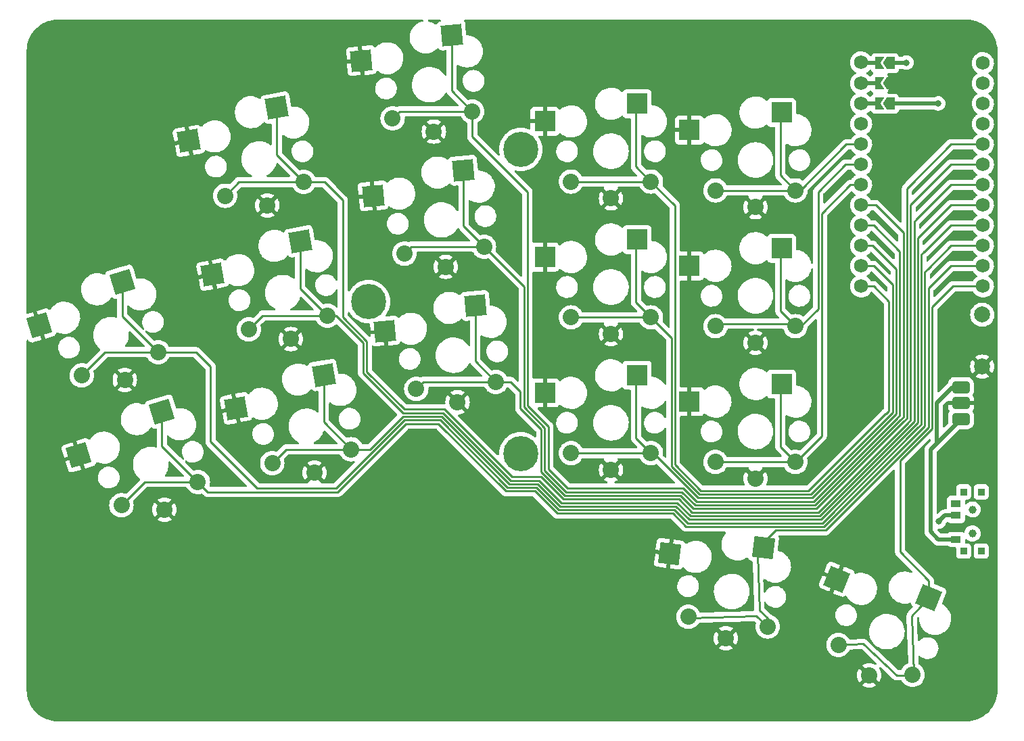
<source format=gtl>
%TF.GenerationSoftware,KiCad,Pcbnew,(6.0.4)*%
%TF.CreationDate,2022-06-17T23:19:31+02:00*%
%TF.ProjectId,konafa,6b6f6e61-6661-42e6-9b69-6361645f7063,v1.0.0*%
%TF.SameCoordinates,Original*%
%TF.FileFunction,Copper,L1,Top*%
%TF.FilePolarity,Positive*%
%FSLAX46Y46*%
G04 Gerber Fmt 4.6, Leading zero omitted, Abs format (unit mm)*
G04 Created by KiCad (PCBNEW (6.0.4)) date 2022-06-17 23:19:31*
%MOMM*%
%LPD*%
G01*
G04 APERTURE LIST*
G04 Aperture macros list*
%AMRoundRect*
0 Rectangle with rounded corners*
0 $1 Rounding radius*
0 $2 $3 $4 $5 $6 $7 $8 $9 X,Y pos of 4 corners*
0 Add a 4 corners polygon primitive as box body*
4,1,4,$2,$3,$4,$5,$6,$7,$8,$9,$2,$3,0*
0 Add four circle primitives for the rounded corners*
1,1,$1+$1,$2,$3*
1,1,$1+$1,$4,$5*
1,1,$1+$1,$6,$7*
1,1,$1+$1,$8,$9*
0 Add four rect primitives between the rounded corners*
20,1,$1+$1,$2,$3,$4,$5,0*
20,1,$1+$1,$4,$5,$6,$7,0*
20,1,$1+$1,$6,$7,$8,$9,0*
20,1,$1+$1,$8,$9,$2,$3,0*%
%AMRotRect*
0 Rectangle, with rotation*
0 The origin of the aperture is its center*
0 $1 length*
0 $2 width*
0 $3 Rotation angle, in degrees counterclockwise*
0 Add horizontal line*
21,1,$1,$2,0,0,$3*%
%AMFreePoly0*
4,1,6,0.500000,-0.750000,-0.650000,-0.750000,-0.150000,0.000000,-0.650000,0.750000,0.500000,0.750000,0.500000,-0.750000,0.500000,-0.750000,$1*%
%AMFreePoly1*
4,1,6,1.000000,0.000000,0.500000,-0.750000,-0.500000,-0.750000,-0.500000,0.750000,0.500000,0.750000,1.000000,0.000000,1.000000,0.000000,$1*%
G04 Aperture macros list end*
%TA.AperFunction,ComponentPad*%
%ADD10C,2.000000*%
%TD*%
%TA.AperFunction,ComponentPad*%
%ADD11C,2.032000*%
%TD*%
%TA.AperFunction,SMDPad,CuDef*%
%ADD12RotRect,2.600000X2.600000X10.000000*%
%TD*%
%TA.AperFunction,SMDPad,CuDef*%
%ADD13RotRect,2.600000X2.600000X5.000000*%
%TD*%
%TA.AperFunction,SMDPad,CuDef*%
%ADD14R,2.600000X2.600000*%
%TD*%
%TA.AperFunction,SMDPad,CuDef*%
%ADD15R,0.900000X0.900000*%
%TD*%
%TA.AperFunction,SMDPad,CuDef*%
%ADD16R,1.250000X0.900000*%
%TD*%
%TA.AperFunction,WasherPad*%
%ADD17C,1.000000*%
%TD*%
%TA.AperFunction,SMDPad,CuDef*%
%ADD18RotRect,2.600000X2.600000X338.000000*%
%TD*%
%TA.AperFunction,ComponentPad*%
%ADD19RoundRect,0.375000X-0.750000X0.375000X-0.750000X-0.375000X0.750000X-0.375000X0.750000X0.375000X0*%
%TD*%
%TA.AperFunction,SMDPad,CuDef*%
%ADD20RotRect,2.600000X2.600000X17.000000*%
%TD*%
%TA.AperFunction,SMDPad,CuDef*%
%ADD21RotRect,2.600000X2.600000X353.000000*%
%TD*%
%TA.AperFunction,ComponentPad*%
%ADD22C,1.752600*%
%TD*%
%TA.AperFunction,SMDPad,CuDef*%
%ADD23FreePoly0,180.000000*%
%TD*%
%TA.AperFunction,SMDPad,CuDef*%
%ADD24R,1.524000X0.500000*%
%TD*%
%TA.AperFunction,SMDPad,CuDef*%
%ADD25FreePoly1,180.000000*%
%TD*%
%TA.AperFunction,ComponentPad*%
%ADD26C,4.400000*%
%TD*%
%TA.AperFunction,ViaPad*%
%ADD27C,0.800000*%
%TD*%
%TA.AperFunction,Conductor*%
%ADD28C,0.250000*%
%TD*%
%TA.AperFunction,Conductor*%
%ADD29C,0.500000*%
%TD*%
G04 APERTURE END LIST*
D10*
%TO.P,B1,1*%
%TO.N,RST*%
X161906791Y85243254D03*
%TO.P,B1,2*%
%TO.N,GND*%
X161906791Y78743254D03*
%TD*%
D11*
%TO.P,S11,1*%
%TO.N,P3*%
X76971012Y101871038D03*
X67122934Y100134557D03*
D12*
X73579148Y111173370D03*
D11*
%TO.P,S11,2*%
%TO.N,GND*%
X72411634Y98934701D03*
D12*
X62586644Y107001157D03*
%TD*%
D13*
%TO.P,S15,1*%
%TO.N,P18*%
X96965603Y103326959D03*
D11*
X99533808Y93764406D03*
X89571861Y92892848D03*
D13*
%TO.P,S15,2*%
%TO.N,GND*%
X85651297Y100128683D03*
D11*
X94735862Y91236618D03*
%TD*%
%TO.P,S21,1*%
%TO.N,P16*%
X110424791Y84912254D03*
D14*
X118699790Y94662253D03*
D11*
X120424791Y84912254D03*
D14*
%TO.P,S21,2*%
%TO.N,GND*%
X107149790Y92462254D03*
D11*
X115424791Y82812254D03*
%TD*%
D15*
%TO.P,T1,*%
%TO.N,*%
X159579791Y55652254D03*
X161779791Y63052254D03*
X161779791Y55652254D03*
X159579791Y63052254D03*
D16*
%TO.P,T1,1*%
%TO.N,Braw*%
X158604791Y57102254D03*
%TO.P,T1,2*%
%TO.N,RAW*%
X158604791Y60102254D03*
%TO.P,T1,3*%
%TO.N,N/C*%
X158604791Y61602254D03*
%TD*%
D17*
%TO.P,T2,*%
%TO.N,*%
X160679791Y60852254D03*
X160679791Y57852254D03*
%TD*%
D11*
%TO.P,S29,1*%
%TO.N,P20*%
X128505791Y83811491D03*
X138505791Y83811491D03*
D14*
X136780790Y93561490D03*
%TO.P,S29,2*%
%TO.N,GND*%
X125230790Y91361491D03*
D11*
X133505791Y81711491D03*
%TD*%
%TO.P,S33,1*%
%TO.N,P9*%
X153171728Y40156513D03*
D18*
X155224749Y49842752D03*
D11*
X143899890Y43902579D03*
%TO.P,S33,2*%
%TO.N,GND*%
X147749135Y40082460D03*
D18*
X143691641Y52129654D03*
%TD*%
D11*
%TO.P,S7,1*%
%TO.N,P5*%
X73026972Y66651093D03*
X82875050Y68387574D03*
D12*
X79483186Y77689906D03*
%TO.P,S7,2*%
%TO.N,GND*%
X68490682Y73517693D03*
D11*
X78315672Y65451237D03*
%TD*%
D19*
%TO.P,PAD1,1*%
%TO.N,Braw*%
X159239791Y72162254D03*
%TO.P,PAD1,2*%
%TO.N,GND*%
X159239791Y74162254D03*
%TO.P,PAD1,3*%
%TO.N,Braw*%
X159239791Y76162254D03*
%TD*%
D20*
%TO.P,S5,1*%
%TO.N,P6*%
X54234545Y89377492D03*
D11*
X58734795Y80557863D03*
X49171748Y77634146D03*
%TO.P,S5,2*%
%TO.N,GND*%
X54567252Y77087765D03*
D20*
X43832442Y83896730D03*
%TD*%
D14*
%TO.P,S27,1*%
%TO.N,P19*%
X136780790Y76561490D03*
D11*
X128505791Y66811491D03*
X138505791Y66811491D03*
%TO.P,S27,2*%
%TO.N,GND*%
X133505791Y64711491D03*
D14*
X125230790Y74361491D03*
%TD*%
D12*
%TO.P,S9,1*%
%TO.N,P4*%
X76531167Y94431638D03*
D11*
X79923031Y85129306D03*
X70074953Y83392825D03*
%TO.P,S9,2*%
%TO.N,GND*%
X75363653Y82192969D03*
D12*
X65538663Y90259425D03*
%TD*%
D13*
%TO.P,S13,1*%
%TO.N,P2*%
X98447251Y86391649D03*
D11*
X101015456Y76829096D03*
X91053509Y75957538D03*
D13*
%TO.P,S13,2*%
%TO.N,GND*%
X87132945Y83193373D03*
D11*
X96217510Y74301308D03*
%TD*%
%TO.P,S23,1*%
%TO.N,P21*%
X128513229Y100808987D03*
D14*
X136788228Y110558986D03*
D11*
X138513229Y100808987D03*
%TO.P,S23,2*%
%TO.N,GND*%
X133513229Y98708987D03*
D14*
X125238228Y108358987D03*
%TD*%
D13*
%TO.P,S17,1*%
%TO.N,P15*%
X95483956Y120262269D03*
D11*
X98052161Y110699716D03*
X88090214Y109828158D03*
%TO.P,S17,2*%
%TO.N,GND*%
X93254215Y108171928D03*
D13*
X84169650Y117063993D03*
%TD*%
D11*
%TO.P,S31,1*%
%TO.N,P8*%
X125107643Y47414380D03*
X135033104Y46195687D03*
D21*
X134509187Y56083236D03*
%TO.P,S31,2*%
%TO.N,GND*%
X122777167Y55307226D03*
D11*
X129814448Y44720687D03*
%TD*%
D22*
%TO.P,MCU1,*%
%TO.N,*%
X161977213Y114199254D03*
D23*
X148993690Y114199254D03*
X148993690Y116739254D03*
D24*
X148068690Y111659254D03*
D22*
X161977213Y111659254D03*
X146737213Y111659254D03*
D24*
X148068690Y116739254D03*
D23*
X148993690Y111659254D03*
D24*
X148068690Y114199254D03*
D22*
X146737213Y116823000D03*
X161977213Y116739254D03*
X146737213Y114199254D03*
D25*
%TO.P,MCU1,1*%
%TO.N,RAW*%
X150443690Y116739254D03*
%TO.P,MCU1,2*%
%TO.N,GND*%
X150443690Y114199254D03*
%TO.P,MCU1,3*%
%TO.N,RST*%
X150443690Y111659254D03*
D22*
%TO.P,MCU1,4*%
%TO.N,N/C*%
X146737213Y109119254D03*
%TO.P,MCU1,5*%
%TO.N,P21*%
X146737213Y106579254D03*
%TO.P,MCU1,6*%
%TO.N,P20*%
X146737213Y104039254D03*
%TO.P,MCU1,7*%
%TO.N,P19*%
X146737213Y101499254D03*
%TO.P,MCU1,8*%
%TO.N,P18*%
X146737213Y98959254D03*
%TO.P,MCU1,9*%
%TO.N,P15*%
X146737213Y96419254D03*
%TO.P,MCU1,10*%
%TO.N,P14*%
X146737213Y93879254D03*
%TO.P,MCU1,11*%
%TO.N,P16*%
X146737213Y91339254D03*
%TO.P,MCU1,12*%
%TO.N,P10*%
X146737213Y88799254D03*
%TO.P,MCU1,16*%
%TO.N,N/C*%
X161977213Y109119254D03*
%TO.P,MCU1,17*%
%TO.N,P2*%
X161977213Y106579254D03*
%TO.P,MCU1,18*%
%TO.N,P3*%
X161977213Y104039254D03*
%TO.P,MCU1,19*%
%TO.N,P4*%
X161977213Y101499254D03*
%TO.P,MCU1,20*%
%TO.N,P5*%
X161977213Y98959254D03*
%TO.P,MCU1,21*%
%TO.N,P6*%
X161977213Y96419254D03*
%TO.P,MCU1,22*%
%TO.N,P7*%
X161977213Y93879254D03*
%TO.P,MCU1,23*%
%TO.N,P8*%
X161977213Y91339254D03*
%TO.P,MCU1,24*%
%TO.N,P9*%
X161977213Y88799254D03*
%TD*%
D11*
%TO.P,S3,1*%
%TO.N,P7*%
X54142067Y61376965D03*
X63705114Y64300682D03*
D20*
X59204864Y73120311D03*
%TO.P,S3,2*%
%TO.N,GND*%
X48802761Y67639549D03*
D11*
X59537571Y60830584D03*
%TD*%
D26*
%TO.P,REF\u002A\u002A,1*%
%TO.N,N/C*%
X85071791Y86894254D03*
X104121791Y67844254D03*
X104121791Y105944254D03*
%TD*%
D11*
%TO.P,S23,1*%
%TO.N,P10*%
X110424791Y101912254D03*
X120424791Y101912254D03*
D14*
X118699790Y111662253D03*
%TO.P,S23,2*%
%TO.N,GND*%
X107149790Y109462254D03*
D11*
X115424791Y99812254D03*
%TD*%
D14*
%TO.P,S19,1*%
%TO.N,P14*%
X118699790Y77662253D03*
D11*
X110424791Y67912254D03*
X120424791Y67912254D03*
%TO.P,S19,2*%
%TO.N,GND*%
X115424791Y65812254D03*
D14*
X107149790Y75462254D03*
%TD*%
D27*
%TO.N,GND*%
X154304587Y114247138D03*
%TO.N,RAW*%
X152400000Y116809855D03*
X156445791Y59335254D03*
%TO.N,RST*%
X156389782Y111703058D03*
%TD*%
D28*
%TO.N,P6*%
X65297412Y69322588D02*
X65297412Y78740000D01*
X58734795Y80557863D02*
X52095465Y80557863D01*
X54234545Y89377494D02*
X54234545Y85058113D01*
X52095465Y80557863D02*
X49171748Y77634146D01*
X54234545Y85058113D02*
X58734795Y80557863D01*
X161977213Y96419254D02*
X157969791Y96419254D01*
X63479549Y80557863D02*
X58734795Y80557863D01*
X81024544Y63500000D02*
X71120000Y63500000D01*
X102470863Y63594774D02*
X94028116Y72037521D01*
X108879989Y60800774D02*
X106085988Y63594774D01*
X153876190Y71118807D02*
X153876190Y71118089D01*
X125012863Y59149774D02*
X123361863Y60800774D01*
X123361863Y60800774D02*
X108879989Y60800774D01*
X89562066Y72037521D02*
X81024544Y63500000D01*
X65297412Y78740000D02*
X63479549Y80557863D01*
X154628374Y93117254D02*
X154268471Y92757351D01*
X157969791Y96419254D02*
X154628374Y93077837D01*
X153876190Y71118089D02*
X141907875Y59149774D01*
X154268471Y92757351D02*
X154268471Y71511089D01*
X94028116Y72037521D02*
X89562066Y72037521D01*
X141907875Y59149774D02*
X125012863Y59149774D01*
X154268471Y71511089D02*
X153876190Y71118807D01*
X106085988Y63594774D02*
X102470863Y63594774D01*
X71120000Y63500000D02*
X65297412Y69322588D01*
D29*
%TO.N,GND*%
X154256703Y114199254D02*
X150443690Y114199254D01*
X154304587Y114247138D02*
X154256703Y114199254D01*
D28*
%TO.N,P5*%
X89375867Y72487041D02*
X94214315Y72487041D01*
X94214315Y72487041D02*
X102657062Y64044294D01*
X106272187Y64044294D02*
X109066187Y61250294D01*
X153426670Y71305005D02*
X153818951Y71697286D01*
X102657062Y64044294D02*
X106272187Y64044294D01*
X123548061Y61250294D02*
X125199061Y59599294D01*
X109066187Y61250294D02*
X123548061Y61250294D01*
X79483187Y71779437D02*
X82875050Y68387574D01*
X153818951Y94808414D02*
X157969791Y98959254D01*
X85276400Y68387574D02*
X89375867Y72487041D01*
X82875050Y68387574D02*
X74763453Y68387574D01*
X79483187Y77689907D02*
X79483187Y71779437D01*
X153818951Y71697286D02*
X153818951Y94808414D01*
X125199061Y59599294D02*
X141721677Y59599294D01*
X74763453Y68387574D02*
X73026972Y66651093D01*
X82875050Y68387574D02*
X85276400Y68387574D01*
X157969791Y98959254D02*
X161977213Y98959254D01*
X141721677Y59599294D02*
X153426670Y71304287D01*
X153426670Y71304287D02*
X153426670Y71305005D01*
%TO.N,P4*%
X76531168Y88521169D02*
X79923031Y85129306D01*
X157969791Y101499254D02*
X161977213Y101499254D01*
X76531168Y94431639D02*
X76531168Y88521169D01*
X109252385Y61699814D02*
X123734258Y61699814D01*
X102843259Y64493814D02*
X106458384Y64493814D01*
X84386480Y81737565D02*
X84386480Y77933067D01*
X152977150Y71491203D02*
X153369431Y71883487D01*
X94400512Y72936561D02*
X102843259Y64493814D01*
X153369431Y96852113D02*
X153698572Y97181254D01*
X123734258Y61699814D02*
X125385258Y60048814D01*
X84386480Y77933067D02*
X89382986Y72936561D01*
X79923031Y85129306D02*
X71811434Y85129306D01*
X141535479Y60048814D02*
X152977150Y71490485D01*
X125385258Y60048814D02*
X141535479Y60048814D01*
X106458384Y64493814D02*
X109252385Y61699814D01*
X80994739Y85129306D02*
X84386480Y81737565D01*
X152977150Y71490485D02*
X152977150Y71491203D01*
X71811434Y85129306D02*
X70074953Y83392825D01*
X79923031Y85129306D02*
X80994739Y85129306D01*
X153698572Y97228035D02*
X157969791Y101499254D01*
X153369431Y71883487D02*
X153369431Y96852113D01*
X89382986Y72936561D02*
X94400512Y72936561D01*
%TO.N,P3*%
X68859415Y101871038D02*
X67122934Y100134557D01*
X103029456Y64943334D02*
X106644582Y64943334D01*
X73579149Y111173371D02*
X73579149Y105262901D01*
X89569184Y73386081D02*
X94586709Y73386081D01*
X152527630Y71676683D02*
X152527630Y71677401D01*
X84836000Y81923762D02*
X84836000Y78119265D01*
X79561162Y101871038D02*
X81858703Y99573497D01*
X76971012Y101871038D02*
X79561162Y101871038D01*
X141349281Y60498334D02*
X152527630Y71676683D01*
X123920455Y62149334D02*
X125571455Y60498334D01*
X76971012Y101871038D02*
X68859415Y101871038D01*
X152919911Y72069684D02*
X152919911Y98989374D01*
X94586709Y73386081D02*
X103029456Y64943334D01*
X152919911Y98989374D02*
X157969791Y104039254D01*
X106644582Y64943334D02*
X109438583Y62149334D01*
X157969791Y104039254D02*
X161977213Y104039254D01*
X152527630Y71677401D02*
X152919911Y72069684D01*
X109438583Y62149334D02*
X123920455Y62149334D01*
X125571455Y60498334D02*
X141349281Y60498334D01*
X81858703Y99573497D02*
X81858703Y84901060D01*
X73579149Y105262901D02*
X76971012Y101871038D01*
X84836000Y78119265D02*
X89569184Y73386081D01*
X81858703Y84901060D02*
X84836000Y81923762D01*
%TO.N,P2*%
X109624781Y62598854D02*
X124106656Y62598854D01*
X91925067Y76829096D02*
X91053509Y75957538D01*
X106680000Y65543635D02*
X109624781Y62598854D01*
X102844128Y76829096D02*
X104079160Y75594064D01*
X157969791Y106579254D02*
X161977213Y106579254D01*
X104079160Y73484347D02*
X106680000Y70883507D01*
X101015456Y76829096D02*
X98447252Y79397300D01*
X104079160Y75594064D02*
X104079160Y73484347D01*
X98447252Y79397300D02*
X98447252Y86391651D01*
X141163083Y60947854D02*
X152078110Y71862881D01*
X106680000Y70883507D02*
X106680000Y65543635D01*
X124106656Y62598854D02*
X125757656Y60947854D01*
X101015456Y76829096D02*
X102844128Y76829096D01*
X152078110Y71863599D02*
X152470391Y72255881D01*
X152078110Y71862881D02*
X152078110Y71863599D01*
X125757656Y60947854D02*
X141163083Y60947854D01*
X101015456Y76829096D02*
X91925067Y76829096D01*
X152799532Y101408995D02*
X157969791Y106579254D01*
X152470391Y72255881D02*
X152470391Y101043113D01*
X152470391Y101043113D02*
X152799532Y101372254D01*
%TO.N,P18*%
X99533808Y93764406D02*
X90443419Y93764406D01*
X148571791Y98959254D02*
X146737213Y98959254D01*
X96965604Y96332610D02*
X99533808Y93764406D01*
X151628590Y72049797D02*
X152020871Y72442078D01*
X107129520Y71069704D02*
X107129520Y65729833D01*
X125943853Y61397374D02*
X140976885Y61397374D01*
X152020871Y95510174D02*
X148571791Y98959254D01*
X151628590Y72049079D02*
X151628590Y72049797D01*
X104528680Y73670546D02*
X107129520Y71069704D01*
X96965604Y103326961D02*
X96965604Y96332610D01*
X152020871Y72442078D02*
X152020871Y95510174D01*
X104528680Y88769534D02*
X104528680Y73670546D01*
X140976885Y61397374D02*
X151628590Y72049079D01*
X124292853Y63048374D02*
X125943853Y61397374D01*
X90443419Y93764406D02*
X89571861Y92892848D01*
X109810979Y63048374D02*
X124292853Y63048374D01*
X107129520Y65729833D02*
X109810979Y63048374D01*
X99533808Y93764406D02*
X104528680Y88769534D01*
%TO.N,P15*%
X104978200Y73856744D02*
X107579040Y71255902D01*
X104978200Y100615750D02*
X104978200Y73856744D01*
X151179070Y72235995D02*
X151571351Y72628278D01*
X95483957Y120262271D02*
X95483957Y113267920D01*
X151571351Y72628278D02*
X151571351Y93165694D01*
X124479050Y63497894D02*
X126130050Y61846894D01*
X109997177Y63497894D02*
X124479050Y63497894D01*
X151571351Y93165694D02*
X148317791Y96419254D01*
X148317791Y96419254D02*
X146737213Y96419254D01*
X98052161Y107541789D02*
X104978200Y100615750D01*
X88961772Y110699716D02*
X88090214Y109828158D01*
X107579040Y65916031D02*
X109997177Y63497894D01*
X140790687Y61846894D02*
X151179070Y72235277D01*
X98052161Y110699716D02*
X88961772Y110699716D01*
X126130050Y61846894D02*
X140790687Y61846894D01*
X95483957Y113267920D02*
X98052161Y110699716D01*
X151179070Y72235277D02*
X151179070Y72235995D01*
X107579040Y71255902D02*
X107579040Y65916031D01*
X98052161Y110699716D02*
X98052161Y107541789D01*
%TO.N,P14*%
X140604489Y62296414D02*
X150729550Y72421475D01*
X120424791Y67912254D02*
X120700411Y67912254D01*
X120424791Y67912254D02*
X110424791Y67912254D01*
X118550270Y77512733D02*
X118550270Y69786775D01*
X126316250Y62296414D02*
X140604489Y62296414D01*
X148190791Y93879254D02*
X146737213Y93879254D01*
X150729550Y72421475D02*
X150729550Y72422193D01*
X151121831Y72814475D02*
X151121831Y90948214D01*
X118550270Y69786775D02*
X120424791Y67912254D01*
X120700411Y67912254D02*
X126316250Y62296414D01*
X150729550Y72422193D02*
X151121831Y72814475D01*
X151121831Y90948214D02*
X148190791Y93879254D01*
X118699791Y77662254D02*
X118550270Y77512733D01*
%TO.N,P16*%
X148317791Y91339254D02*
X146737213Y91339254D01*
X118550270Y86786775D02*
X120424791Y84912254D01*
X110424791Y84912254D02*
X120424791Y84912254D01*
X150672311Y88984734D02*
X148317791Y91339254D01*
X150280030Y72608391D02*
X150672311Y73000672D01*
X122979898Y66268484D02*
X126502448Y62745934D01*
X118550270Y94512733D02*
X118550270Y86786775D01*
X140418291Y62745934D02*
X150280030Y72607673D01*
X126502448Y62745934D02*
X140418291Y62745934D01*
X150280030Y72607673D02*
X150280030Y72608391D01*
X150672311Y73000672D02*
X150672311Y88984734D01*
X120424791Y84912254D02*
X122979898Y82357147D01*
X122979898Y82357147D02*
X122979898Y66268484D01*
X118699791Y94662254D02*
X118550270Y94512733D01*
%TO.N,P10*%
X118550270Y111512733D02*
X118550270Y103786775D01*
X140138389Y63195454D02*
X149736806Y72793871D01*
X150222791Y86894254D02*
X148317791Y88799254D01*
X120424791Y101912254D02*
X110424791Y101912254D01*
X118699791Y111662254D02*
X118550270Y111512733D01*
X123429418Y98907627D02*
X123429418Y66454682D01*
X120424791Y101912254D02*
X123429418Y98907627D01*
X150222791Y73186869D02*
X150222791Y86894254D01*
X126688646Y63195454D02*
X140232093Y63195454D01*
X149830510Y72794589D02*
X150222791Y73186869D01*
X149830510Y72793871D02*
X149830510Y72794589D01*
X123429418Y66454682D02*
X126688646Y63195454D01*
X148317791Y88799254D02*
X146737213Y88799254D01*
X118550270Y103786775D02*
X120424791Y101912254D01*
%TO.N,P19*%
X145396791Y101499254D02*
X146737213Y101499254D01*
X138505791Y66811491D02*
X138555324Y66811491D01*
X136617566Y68699716D02*
X136617566Y77385733D01*
X141814698Y70070865D02*
X141814698Y97917161D01*
X138505791Y66811491D02*
X136617566Y68699716D01*
X141814698Y97917161D02*
X145396791Y101499254D01*
X128505791Y66811491D02*
X138505791Y66811491D01*
X138555324Y66811491D02*
X141814698Y70070865D01*
%TO.N,P20*%
X141365178Y100642641D02*
X141365178Y85948076D01*
X128794554Y84100254D02*
X138217028Y84100254D01*
X144761791Y104039254D02*
X141365178Y100642641D01*
X141365178Y85948076D02*
X139228593Y83811491D01*
X139228593Y83811491D02*
X138505791Y83811491D01*
X146737213Y104039254D02*
X144761791Y104039254D01*
X128505791Y83811491D02*
X128794554Y84100254D01*
X136617566Y85699716D02*
X136617566Y94385733D01*
X138217028Y84100254D02*
X138505791Y83811491D01*
X138505791Y83811491D02*
X136617566Y85699716D01*
%TO.N,P21*%
X138513229Y100808987D02*
X139118524Y100808987D01*
X136788229Y110558987D02*
X136638708Y110409466D01*
X139118524Y100808987D02*
X144888791Y106579254D01*
X144888791Y106579254D02*
X146737213Y106579254D01*
X136638708Y102683508D02*
X138513229Y100808987D01*
X138513229Y100808987D02*
X128513229Y100808987D01*
X136638708Y110409466D02*
X136638708Y102683508D01*
%TO.N,P7*%
X123175666Y60351254D02*
X108693791Y60351254D01*
X161977213Y93879254D02*
X157969791Y93879254D01*
X154717991Y90598351D02*
X154717991Y71324892D01*
X89748263Y71588001D02*
X81210741Y63050480D01*
X93841919Y71588001D02*
X89748263Y71588001D01*
X59204864Y68800932D02*
X63705114Y64300682D01*
X142094073Y58700254D02*
X124826666Y58700254D01*
X64955316Y63050480D02*
X63705114Y64300682D01*
X105899791Y63145254D02*
X102284666Y63145254D01*
X155077894Y90958254D02*
X154717991Y90598351D01*
X124826666Y58700254D02*
X123175666Y60351254D01*
X157969791Y93879254D02*
X155077894Y90987357D01*
X102284666Y63145254D02*
X93841919Y71588001D01*
X63705114Y64300682D02*
X57065784Y64300682D01*
X108693791Y60351254D02*
X105899791Y63145254D01*
X154325710Y70932609D02*
X154325710Y70931891D01*
X57065784Y64300682D02*
X54142067Y61376965D01*
X154325710Y70931891D02*
X142094073Y58700254D01*
X59204864Y73120313D02*
X59204864Y68800932D01*
X154717991Y71324892D02*
X154325710Y70932609D01*
X81210741Y63050480D02*
X64955316Y63050480D01*
%TO.N,P8*%
X155167511Y88566351D02*
X155167511Y71138692D01*
X134997112Y47226373D02*
X135033104Y46195687D01*
X133983179Y48171881D02*
X134997112Y47226373D01*
X154775230Y70745693D02*
X142280270Y58250734D01*
X161977213Y91339254D02*
X157969791Y91339254D01*
X134641582Y56835045D02*
X134641582Y56301432D01*
X125301791Y47233334D02*
X125107643Y47414379D01*
X136057271Y58250734D02*
X134641582Y56835045D01*
X155527414Y88926254D02*
X155167511Y88566351D01*
X154775230Y70746411D02*
X154775230Y70745693D01*
X135033104Y46195687D02*
X133609266Y47523437D01*
X133609266Y47523437D02*
X125301791Y47233334D01*
X142280270Y58250734D02*
X136057271Y58250734D01*
X155167511Y71138692D02*
X154775230Y70746411D01*
X133735867Y55253950D02*
X133983179Y48171881D01*
X157969791Y91339254D02*
X155527414Y88896877D01*
%TO.N,P9*%
X155224750Y49842752D02*
X153067237Y47529103D01*
X151619791Y66954536D02*
X151619791Y55525254D01*
X155224750Y70560214D02*
X155224750Y70559495D01*
X155617031Y70952495D02*
X155224750Y70560214D01*
X151619791Y55525254D02*
X155224750Y51920295D01*
X155224750Y51920295D02*
X155224750Y49842752D01*
X158223791Y88799254D02*
X155617031Y86192494D01*
X155224750Y70559495D02*
X151619791Y66954536D01*
X153319172Y40314627D02*
X153171728Y40156513D01*
X151210951Y40088042D02*
X147004114Y44010981D01*
X155617031Y86192494D02*
X155617031Y70952495D01*
X153171728Y40156513D02*
X151210951Y40088042D01*
X147004114Y44010981D02*
X143899890Y43902579D01*
X153067237Y47529103D02*
X153319172Y40314627D01*
X161977213Y88799254D02*
X158223791Y88799254D01*
D29*
%TO.N,RAW*%
X152372041Y116781896D02*
X150419502Y116781896D01*
X157212791Y60102254D02*
X158223791Y60102254D01*
X152400000Y116809855D02*
X152372041Y116781896D01*
X156445791Y59335254D02*
X157212791Y60102254D01*
%TO.N,RST*%
X150466332Y111681896D02*
X150443690Y111659254D01*
X156389782Y111703058D02*
X156368620Y111681896D01*
X156368620Y111681896D02*
X150466332Y111681896D01*
%TO.N,Braw*%
X156191551Y69114014D02*
X156191551Y74194014D01*
X155429791Y68352254D02*
X156191551Y69114014D01*
X156191551Y74194014D02*
X158159791Y76162254D01*
X155429791Y58065254D02*
X155429791Y68352254D01*
X155429791Y68352254D02*
X159239791Y72162254D01*
X158159791Y76162254D02*
X159239791Y76162254D01*
X158223791Y57102254D02*
X156392791Y57102254D01*
X156392791Y57102254D02*
X155429791Y58065254D01*
%TD*%
%TA.AperFunction,Conductor*%
%TO.N,GND*%
G36*
X61581927Y122202230D02*
G01*
X91828333Y122201468D01*
X91896453Y122181464D01*
X91942945Y122127807D01*
X91953047Y122057533D01*
X91923552Y121992953D01*
X91863825Y121954571D01*
X91854539Y121952224D01*
X91666449Y121912244D01*
X91662320Y121910741D01*
X91662316Y121910740D01*
X91406638Y121817681D01*
X91406634Y121817679D01*
X91402493Y121816172D01*
X91154477Y121684299D01*
X91150918Y121681713D01*
X91150916Y121681712D01*
X91042431Y121602893D01*
X90927227Y121519193D01*
X90725167Y121324066D01*
X90552231Y121102717D01*
X90550035Y121098913D01*
X90550030Y121098906D01*
X90436213Y120901768D01*
X90411783Y120859454D01*
X90306557Y120599011D01*
X90305492Y120594738D01*
X90305491Y120594736D01*
X90240314Y120333324D01*
X90238602Y120326459D01*
X90238143Y120322091D01*
X90238142Y120322086D01*
X90209700Y120051471D01*
X90209241Y120047102D01*
X90209394Y120042714D01*
X90209394Y120042708D01*
X90216129Y119849864D01*
X90219044Y119766377D01*
X90219806Y119762054D01*
X90219807Y119762047D01*
X90232838Y119688147D01*
X90267821Y119489748D01*
X90354622Y119222600D01*
X90356550Y119218647D01*
X90356552Y119218642D01*
X90411732Y119105507D01*
X90477759Y118970133D01*
X90480214Y118966494D01*
X90480217Y118966488D01*
X90494917Y118944695D01*
X90634834Y118737259D01*
X90637779Y118733988D01*
X90637780Y118733987D01*
X90668124Y118700287D01*
X90822790Y118528513D01*
X91037969Y118347956D01*
X91276183Y118199104D01*
X91409903Y118139568D01*
X91519053Y118090971D01*
X91532794Y118084853D01*
X91802809Y118007428D01*
X91807159Y118006817D01*
X91807162Y118006816D01*
X91885191Y117995850D01*
X92080971Y117968335D01*
X92291565Y117968335D01*
X92293751Y117968488D01*
X92293755Y117968488D01*
X92497246Y117982717D01*
X92497251Y117982718D01*
X92501631Y117983024D01*
X92776389Y118041426D01*
X92780518Y118042929D01*
X92780522Y118042930D01*
X93036200Y118135989D01*
X93036204Y118135991D01*
X93040345Y118137498D01*
X93288361Y118269371D01*
X93302680Y118279774D01*
X93512048Y118431888D01*
X93512051Y118431891D01*
X93515611Y118434477D01*
X93524834Y118443383D01*
X93680952Y118594145D01*
X93743849Y118627077D01*
X93814565Y118620777D01*
X93872213Y118574299D01*
X93874807Y118568874D01*
X93880794Y118562190D01*
X93965997Y118467061D01*
X93966000Y118467059D01*
X93971987Y118460374D01*
X94095713Y118383511D01*
X94236039Y118344463D01*
X94243940Y118344297D01*
X94243943Y118344297D01*
X94295161Y118343224D01*
X94295170Y118343224D01*
X94298573Y118343153D01*
X94713477Y118379453D01*
X94783080Y118365464D01*
X94834072Y118316065D01*
X94850457Y118253932D01*
X94850457Y115312226D01*
X94830455Y115244105D01*
X94776799Y115197612D01*
X94706525Y115187508D01*
X94641945Y115217002D01*
X94621751Y115239237D01*
X94468977Y115454212D01*
X94468972Y115454218D01*
X94466553Y115457622D01*
X94463709Y115460672D01*
X94463704Y115460678D01*
X94267996Y115670549D01*
X94265150Y115673601D01*
X94036951Y115861045D01*
X93785967Y116016662D01*
X93779909Y116019385D01*
X93709288Y116051123D01*
X93516606Y116137718D01*
X93233601Y116222085D01*
X93229481Y116222738D01*
X93229479Y116222738D01*
X92945404Y116267732D01*
X92945398Y116267733D01*
X92941923Y116268283D01*
X92917364Y116269398D01*
X92850979Y116272413D01*
X92850958Y116272413D01*
X92849559Y116272477D01*
X92665095Y116272477D01*
X92445332Y116257880D01*
X92441233Y116257054D01*
X92441229Y116257053D01*
X92320347Y116232679D01*
X92155845Y116199510D01*
X91876621Y116103365D01*
X91872893Y116101498D01*
X91631772Y115980754D01*
X91612565Y115971136D01*
X91368318Y115805145D01*
X91365204Y115802361D01*
X91365203Y115802360D01*
X91298990Y115743159D01*
X91148169Y115608309D01*
X91145452Y115605139D01*
X91145451Y115605138D01*
X90961885Y115390968D01*
X90955987Y115384087D01*
X90953713Y115380585D01*
X90953709Y115380580D01*
X90797426Y115139926D01*
X90795147Y115136416D01*
X90793353Y115132638D01*
X90793352Y115132636D01*
X90786127Y115117420D01*
X90668477Y114869649D01*
X90667198Y114865666D01*
X90667197Y114865663D01*
X90581384Y114598387D01*
X90578201Y114588473D01*
X90577460Y114584354D01*
X90555019Y114459629D01*
X90525906Y114297827D01*
X90525717Y114293660D01*
X90525716Y114293653D01*
X90512872Y114010788D01*
X90512510Y114002818D01*
X90538248Y113708628D01*
X90539158Y113704556D01*
X90539159Y113704551D01*
X90593549Y113461224D01*
X90602668Y113420427D01*
X90604111Y113416504D01*
X90604112Y113416502D01*
X90619501Y113374677D01*
X90704640Y113143278D01*
X90706587Y113139585D01*
X90706588Y113139583D01*
X90781953Y112996641D01*
X90842370Y112882050D01*
X90868576Y112845174D01*
X91011015Y112644742D01*
X91011020Y112644736D01*
X91013439Y112641332D01*
X91016283Y112638282D01*
X91016288Y112638276D01*
X91199374Y112441940D01*
X91214842Y112425353D01*
X91443041Y112237909D01*
X91694025Y112082292D01*
X91697842Y112080576D01*
X91697845Y112080575D01*
X91766361Y112049783D01*
X91963386Y111961236D01*
X92133520Y111910517D01*
X92215081Y111886203D01*
X92246391Y111876869D01*
X92250511Y111876216D01*
X92250513Y111876216D01*
X92534588Y111831222D01*
X92534594Y111831221D01*
X92538069Y111830671D01*
X92562628Y111829556D01*
X92629013Y111826541D01*
X92629034Y111826541D01*
X92630433Y111826477D01*
X92814897Y111826477D01*
X93034660Y111841074D01*
X93038759Y111841900D01*
X93038763Y111841901D01*
X93212186Y111876869D01*
X93324147Y111899444D01*
X93603371Y111995589D01*
X93773085Y112080575D01*
X93863691Y112125947D01*
X93863693Y112125948D01*
X93867427Y112127818D01*
X94111674Y112293809D01*
X94123313Y112304215D01*
X94262211Y112428405D01*
X94331823Y112490645D01*
X94334541Y112493816D01*
X94521285Y112711693D01*
X94521288Y112711697D01*
X94524005Y112714867D01*
X94526279Y112718369D01*
X94526283Y112718374D01*
X94682566Y112959028D01*
X94682569Y112959033D01*
X94684845Y112962538D01*
X94690699Y112974868D01*
X94737986Y113027824D01*
X94806398Y113046809D01*
X94874213Y113025794D01*
X94916285Y112973858D01*
X94917670Y112974619D01*
X94921484Y112967680D01*
X94924405Y112960303D01*
X94929067Y112953887D01*
X94929067Y112953886D01*
X94950393Y112924533D01*
X94956909Y112914613D01*
X94973983Y112885743D01*
X94979415Y112876558D01*
X94993736Y112862237D01*
X95006576Y112847204D01*
X95018485Y112830813D01*
X95033556Y112818345D01*
X95052562Y112802622D01*
X95061341Y112794632D01*
X96307661Y111548311D01*
X96341687Y111485999D01*
X96336622Y111415183D01*
X96294075Y111358348D01*
X96227555Y111333537D01*
X96218566Y111333216D01*
X89040539Y111333216D01*
X89029356Y111333743D01*
X89021863Y111335418D01*
X89013937Y111335169D01*
X89013936Y111335169D01*
X88953786Y111333278D01*
X88949827Y111333216D01*
X88921916Y111333216D01*
X88917982Y111332719D01*
X88917981Y111332719D01*
X88917916Y111332711D01*
X88906079Y111331778D01*
X88874262Y111330778D01*
X88869801Y111330638D01*
X88861882Y111330389D01*
X88844226Y111325260D01*
X88842430Y111324738D01*
X88823078Y111320730D01*
X88816007Y111319836D01*
X88802975Y111318190D01*
X88795606Y111315273D01*
X88795604Y111315272D01*
X88761869Y111301916D01*
X88750641Y111298071D01*
X88708179Y111285734D01*
X88701356Y111281699D01*
X88701352Y111281697D01*
X88699282Y111280473D01*
X88697448Y111280008D01*
X88694082Y111278551D01*
X88693847Y111279094D01*
X88630466Y111263015D01*
X88586929Y111272519D01*
X88567340Y111280633D01*
X88567338Y111280634D01*
X88562767Y111282527D01*
X88557963Y111283680D01*
X88557958Y111283682D01*
X88334249Y111337390D01*
X88334243Y111337391D01*
X88329436Y111338545D01*
X88090214Y111357372D01*
X87850992Y111338545D01*
X87846185Y111337391D01*
X87846179Y111337390D01*
X87703349Y111303099D01*
X87617661Y111282527D01*
X87613090Y111280634D01*
X87613088Y111280633D01*
X87400537Y111192592D01*
X87400535Y111192591D01*
X87395965Y111190698D01*
X87191365Y111065318D01*
X87187598Y111062101D01*
X87187597Y111062100D01*
X87148962Y111029103D01*
X87008896Y110909476D01*
X87005683Y110905714D01*
X86910748Y110794558D01*
X86853054Y110727007D01*
X86727674Y110522407D01*
X86725781Y110517837D01*
X86725780Y110517835D01*
X86657041Y110351884D01*
X86635845Y110300711D01*
X86631427Y110282309D01*
X86580982Y110072193D01*
X86580981Y110072187D01*
X86579827Y110067380D01*
X86561000Y109828158D01*
X86579827Y109588936D01*
X86580981Y109584129D01*
X86580982Y109584123D01*
X86609396Y109465774D01*
X86635845Y109355605D01*
X86637738Y109351034D01*
X86637739Y109351032D01*
X86717556Y109158337D01*
X86727674Y109133909D01*
X86853054Y108929309D01*
X86856271Y108925542D01*
X86856272Y108925541D01*
X86956344Y108808371D01*
X87008896Y108746840D01*
X87012658Y108743627D01*
X87185127Y108596326D01*
X87191365Y108590998D01*
X87395965Y108465618D01*
X87400535Y108463725D01*
X87400537Y108463724D01*
X87555866Y108399385D01*
X87617661Y108373789D01*
X87687555Y108357009D01*
X87846179Y108318926D01*
X87846185Y108318925D01*
X87850992Y108317771D01*
X88090214Y108298944D01*
X88329436Y108317771D01*
X88334243Y108318925D01*
X88334249Y108318926D01*
X88492873Y108357009D01*
X88562767Y108373789D01*
X88624562Y108399385D01*
X88779891Y108463724D01*
X88779893Y108463725D01*
X88784463Y108465618D01*
X88989063Y108590998D01*
X88995302Y108596326D01*
X89167770Y108743627D01*
X89171532Y108746840D01*
X89224084Y108808371D01*
X89324156Y108925541D01*
X89324157Y108925542D01*
X89327374Y108929309D01*
X89452754Y109133909D01*
X89462873Y109158337D01*
X89542689Y109351032D01*
X89542690Y109351034D01*
X89544583Y109355605D01*
X89559004Y109415675D01*
X92374672Y109415675D01*
X92378456Y109406897D01*
X93241403Y108543950D01*
X93255347Y108536336D01*
X93257180Y108536467D01*
X93263795Y108540718D01*
X94126931Y109403854D01*
X94133691Y109416234D01*
X94127964Y109423884D01*
X93952456Y109531435D01*
X93943662Y109535916D01*
X93731186Y109623926D01*
X93721801Y109626975D01*
X93498171Y109680665D01*
X93488424Y109682208D01*
X93259145Y109700253D01*
X93249285Y109700253D01*
X93020006Y109682208D01*
X93010259Y109680665D01*
X92786629Y109626975D01*
X92777244Y109623926D01*
X92564768Y109535916D01*
X92555974Y109531435D01*
X92384132Y109426131D01*
X92374672Y109415675D01*
X89559004Y109415675D01*
X89571032Y109465774D01*
X89599446Y109584123D01*
X89599447Y109584129D01*
X89600601Y109588936D01*
X89619428Y109828158D01*
X89611387Y109930330D01*
X89625983Y109999810D01*
X89675826Y110050370D01*
X89736999Y110066216D01*
X96581891Y110066216D01*
X96650012Y110046214D01*
X96687870Y110004394D01*
X96689621Y110005467D01*
X96815001Y109800867D01*
X96818218Y109797100D01*
X96818219Y109797099D01*
X96848762Y109761338D01*
X96970843Y109618398D01*
X97153312Y109462556D01*
X97268231Y109392133D01*
X97357912Y109337176D01*
X97356731Y109335248D01*
X97401517Y109292900D01*
X97418661Y109229446D01*
X97418661Y107620556D01*
X97418134Y107609373D01*
X97416459Y107601880D01*
X97416708Y107593954D01*
X97416708Y107593953D01*
X97418599Y107533803D01*
X97418661Y107529844D01*
X97418661Y107501933D01*
X97419158Y107497999D01*
X97419158Y107497998D01*
X97419166Y107497933D01*
X97420099Y107486096D01*
X97421488Y107441900D01*
X97425794Y107427079D01*
X97427139Y107422450D01*
X97431148Y107403089D01*
X97433687Y107382992D01*
X97436606Y107375621D01*
X97436606Y107375619D01*
X97449965Y107341877D01*
X97453810Y107330647D01*
X97463243Y107298179D01*
X97466143Y107288196D01*
X97470176Y107281377D01*
X97470178Y107281372D01*
X97476454Y107270761D01*
X97485149Y107253013D01*
X97492609Y107234172D01*
X97497271Y107227756D01*
X97497271Y107227755D01*
X97518597Y107198402D01*
X97525113Y107188482D01*
X97541226Y107161237D01*
X97547619Y107150427D01*
X97561940Y107136106D01*
X97574780Y107121073D01*
X97586689Y107104682D01*
X97592795Y107099631D01*
X97620766Y107076491D01*
X97629545Y107068501D01*
X104307795Y100390251D01*
X104341821Y100327939D01*
X104344700Y100301156D01*
X104344700Y90153608D01*
X104324698Y90085487D01*
X104271042Y90038994D01*
X104200768Y90028890D01*
X104136188Y90058384D01*
X104129605Y90064513D01*
X102641128Y91552991D01*
X101021398Y93172721D01*
X100987372Y93235033D01*
X100990213Y93291364D01*
X100988177Y93291853D01*
X101043040Y93520371D01*
X101043041Y93520377D01*
X101044195Y93525184D01*
X101063022Y93764406D01*
X101044195Y94003628D01*
X101043041Y94008435D01*
X101043040Y94008441D01*
X101007765Y94155369D01*
X100988177Y94236959D01*
X100981890Y94252138D01*
X100898242Y94454083D01*
X100898241Y94454085D01*
X100896348Y94458655D01*
X100770968Y94663255D01*
X100764294Y94671070D01*
X100618339Y94841962D01*
X100615126Y94845724D01*
X100458839Y94979205D01*
X100436425Y94998348D01*
X100436424Y94998349D01*
X100432657Y95001566D01*
X100228057Y95126946D01*
X100223487Y95128839D01*
X100223485Y95128840D01*
X100010934Y95216881D01*
X100010932Y95216882D01*
X100006361Y95218775D01*
X99885589Y95247770D01*
X99777843Y95273638D01*
X99777837Y95273639D01*
X99773030Y95274793D01*
X99533808Y95293620D01*
X99294586Y95274793D01*
X99289779Y95273639D01*
X99289773Y95273638D01*
X99061255Y95218775D01*
X99060721Y95220998D01*
X98999230Y95219219D01*
X98942122Y95251996D01*
X98298616Y95895503D01*
X97636009Y96558110D01*
X97601983Y96620422D01*
X97599104Y96647205D01*
X97599104Y97657792D01*
X98337914Y97657792D01*
X98338114Y97652462D01*
X98338114Y97652461D01*
X98340759Y97581995D01*
X98346568Y97427256D01*
X98393942Y97201474D01*
X98395900Y97196515D01*
X98395901Y97196513D01*
X98429943Y97110314D01*
X98478681Y96986902D01*
X98547047Y96874238D01*
X98591442Y96801078D01*
X98598361Y96789675D01*
X98601858Y96785645D01*
X98739858Y96626614D01*
X98749561Y96615432D01*
X98753692Y96612045D01*
X98923829Y96472540D01*
X98923835Y96472536D01*
X98927957Y96469156D01*
X99128449Y96355030D01*
X99133465Y96353209D01*
X99133470Y96353207D01*
X99340289Y96278135D01*
X99340293Y96278134D01*
X99345304Y96276315D01*
X99350553Y96275366D01*
X99350556Y96275365D01*
X99568237Y96236002D01*
X99568244Y96236001D01*
X99572321Y96235264D01*
X99590058Y96234428D01*
X99595006Y96234194D01*
X99595013Y96234194D01*
X99596494Y96234124D01*
X99758639Y96234124D01*
X99825595Y96239805D01*
X99925276Y96248263D01*
X99925280Y96248264D01*
X99930587Y96248714D01*
X99935742Y96250052D01*
X99935748Y96250053D01*
X100148717Y96305329D01*
X100148721Y96305330D01*
X100153886Y96306671D01*
X100158752Y96308863D01*
X100158755Y96308864D01*
X100359363Y96399231D01*
X100364229Y96401423D01*
X100368649Y96404399D01*
X100368653Y96404401D01*
X100509938Y96499521D01*
X100555599Y96530262D01*
X100722526Y96689502D01*
X100860235Y96874590D01*
X100905700Y96964012D01*
X100962372Y97075478D01*
X100962372Y97075479D01*
X100964791Y97080236D01*
X101000896Y97196513D01*
X101031619Y97295454D01*
X101031620Y97295460D01*
X101033203Y97300557D01*
X101050902Y97434096D01*
X101062814Y97523971D01*
X101062814Y97523976D01*
X101063514Y97529256D01*
X101061523Y97582309D01*
X101057444Y97690954D01*
X101054860Y97759792D01*
X101007486Y97985574D01*
X101004165Y97993985D01*
X100959607Y98106812D01*
X100922747Y98200146D01*
X100803067Y98397373D01*
X100795913Y98405617D01*
X100655367Y98567583D01*
X100655365Y98567585D01*
X100651867Y98571616D01*
X100587175Y98624660D01*
X100477599Y98714508D01*
X100477593Y98714512D01*
X100473471Y98717892D01*
X100272979Y98832018D01*
X100267963Y98833839D01*
X100267958Y98833841D01*
X100061139Y98908913D01*
X100061135Y98908914D01*
X100056124Y98910733D01*
X100050875Y98911682D01*
X100050872Y98911683D01*
X99833191Y98951046D01*
X99833184Y98951047D01*
X99829107Y98951784D01*
X99811370Y98952620D01*
X99806422Y98952854D01*
X99806415Y98952854D01*
X99804934Y98952924D01*
X99642789Y98952924D01*
X99579019Y98947513D01*
X99476152Y98938785D01*
X99476148Y98938784D01*
X99470841Y98938334D01*
X99465686Y98936996D01*
X99465680Y98936995D01*
X99252711Y98881719D01*
X99252707Y98881718D01*
X99247542Y98880377D01*
X99242676Y98878185D01*
X99242673Y98878184D01*
X99042636Y98788074D01*
X99037199Y98785625D01*
X99032779Y98782649D01*
X99032775Y98782647D01*
X98950076Y98726970D01*
X98845829Y98656786D01*
X98678902Y98497546D01*
X98675714Y98493261D01*
X98546001Y98318920D01*
X98541193Y98312458D01*
X98536856Y98303927D01*
X98484091Y98200146D01*
X98436637Y98106812D01*
X98402431Y97996651D01*
X98369809Y97891594D01*
X98369808Y97891588D01*
X98368225Y97886491D01*
X98359983Y97824305D01*
X98340566Y97677799D01*
X98337914Y97657792D01*
X97599104Y97657792D01*
X97599104Y99487742D01*
X97619106Y99555863D01*
X97672762Y99602356D01*
X97743036Y99612460D01*
X97791874Y99594596D01*
X97895389Y99529913D01*
X97930547Y99507944D01*
X98106995Y99429384D01*
X98176510Y99398434D01*
X98187158Y99393693D01*
X98246424Y99376699D01*
X98357900Y99344734D01*
X98457173Y99316268D01*
X98461523Y99315657D01*
X98461526Y99315656D01*
X98548086Y99303491D01*
X98735335Y99277175D01*
X98945929Y99277175D01*
X98948115Y99277328D01*
X98948119Y99277328D01*
X99151610Y99291557D01*
X99151615Y99291558D01*
X99155995Y99291864D01*
X99430753Y99350266D01*
X99434882Y99351769D01*
X99434886Y99351770D01*
X99690564Y99444829D01*
X99690568Y99444831D01*
X99694709Y99446338D01*
X99942725Y99578211D01*
X99947266Y99581510D01*
X100166412Y99740728D01*
X100166415Y99740731D01*
X100169975Y99743317D01*
X100372035Y99938444D01*
X100544971Y100159793D01*
X100547167Y100163597D01*
X100547172Y100163604D01*
X100683218Y100399244D01*
X100685419Y100403056D01*
X100790645Y100663499D01*
X100792627Y100671449D01*
X100857536Y100931782D01*
X100857537Y100931787D01*
X100858600Y100936051D01*
X100860033Y100949679D01*
X100887502Y101211039D01*
X100887502Y101211042D01*
X100887961Y101215408D01*
X100887289Y101234659D01*
X100878312Y101491736D01*
X100878311Y101491742D01*
X100878158Y101496133D01*
X100877017Y101502607D01*
X100838499Y101721052D01*
X100829381Y101772762D01*
X100742580Y102039910D01*
X100740649Y102043871D01*
X100670473Y102187750D01*
X100619443Y102292377D01*
X100616988Y102296016D01*
X100616985Y102296022D01*
X100531595Y102422617D01*
X100462368Y102525251D01*
X100440368Y102549685D01*
X100314316Y102689679D01*
X100274412Y102733997D01*
X100230711Y102770667D01*
X100167856Y102823408D01*
X100059233Y102914554D01*
X99821019Y103063406D01*
X99564408Y103177657D01*
X99325048Y103246292D01*
X99298620Y103253870D01*
X99298619Y103253870D01*
X99294393Y103255082D01*
X99290043Y103255693D01*
X99290040Y103255694D01*
X99172549Y103272206D01*
X99016231Y103294175D01*
X98899338Y103294175D01*
X98831217Y103314177D01*
X98784724Y103367833D01*
X98773817Y103409193D01*
X98744384Y103745608D01*
X98649723Y104827584D01*
X98637575Y104888941D01*
X98625727Y104913724D01*
X98578623Y105012257D01*
X98578622Y105012258D01*
X98574752Y105020354D01*
X98568764Y105027040D01*
X98483562Y105122167D01*
X98483559Y105122169D01*
X98477572Y105128854D01*
X98467982Y105134812D01*
X98384226Y105186844D01*
X98353846Y105205717D01*
X98213520Y105244765D01*
X98205619Y105244931D01*
X98205616Y105244931D01*
X98154398Y105246004D01*
X98154389Y105246004D01*
X98150986Y105246075D01*
X95464978Y105011079D01*
X95403621Y104998931D01*
X95396493Y104995523D01*
X95396492Y104995523D01*
X95354462Y104975430D01*
X95272208Y104936108D01*
X95265524Y104930121D01*
X95265522Y104930120D01*
X95170395Y104844918D01*
X95170393Y104844915D01*
X95163708Y104838928D01*
X95158970Y104831301D01*
X95158969Y104831300D01*
X95145721Y104809975D01*
X95086845Y104715202D01*
X95085661Y104710947D01*
X95041444Y104658370D01*
X94973626Y104637365D01*
X94905217Y104656359D01*
X94890785Y104666822D01*
X94886516Y104670404D01*
X94648302Y104819256D01*
X94457122Y104904375D01*
X94395705Y104931720D01*
X94395703Y104931721D01*
X94391691Y104933507D01*
X94207561Y104986305D01*
X94125903Y105009720D01*
X94125902Y105009720D01*
X94121676Y105010932D01*
X94117326Y105011543D01*
X94117323Y105011544D01*
X93996701Y105028496D01*
X93843514Y105050025D01*
X93632920Y105050025D01*
X93630734Y105049872D01*
X93630730Y105049872D01*
X93427239Y105035643D01*
X93427234Y105035642D01*
X93422854Y105035336D01*
X93148096Y104976934D01*
X93143967Y104975431D01*
X93143963Y104975430D01*
X92888285Y104882371D01*
X92888281Y104882369D01*
X92884140Y104880862D01*
X92636124Y104748989D01*
X92632565Y104746403D01*
X92632563Y104746402D01*
X92414384Y104587886D01*
X92408874Y104583883D01*
X92405710Y104580827D01*
X92405707Y104580825D01*
X92342880Y104520153D01*
X92206814Y104388756D01*
X92033878Y104167407D01*
X92031682Y104163603D01*
X92031677Y104163596D01*
X91925642Y103979937D01*
X91893430Y103924144D01*
X91788204Y103663701D01*
X91787139Y103659428D01*
X91787138Y103659426D01*
X91722519Y103400252D01*
X91720249Y103391149D01*
X91719790Y103386781D01*
X91719789Y103386776D01*
X91691850Y103120943D01*
X91690888Y103111792D01*
X91691041Y103107404D01*
X91691041Y103107398D01*
X91700150Y102846570D01*
X91700691Y102831067D01*
X91701453Y102826744D01*
X91701454Y102826737D01*
X91729861Y102665634D01*
X91749468Y102554438D01*
X91836269Y102287290D01*
X91838197Y102283337D01*
X91838199Y102283332D01*
X91884818Y102187750D01*
X91959406Y102034823D01*
X91961861Y102031184D01*
X91961864Y102031178D01*
X91998655Y101976634D01*
X92116481Y101801949D01*
X92119426Y101798678D01*
X92119427Y101798677D01*
X92149771Y101764977D01*
X92304437Y101593203D01*
X92519616Y101412646D01*
X92757830Y101263794D01*
X93014441Y101149543D01*
X93047554Y101140048D01*
X93240152Y101084822D01*
X93284456Y101072118D01*
X93288806Y101071507D01*
X93288809Y101071506D01*
X93375768Y101059285D01*
X93562618Y101033025D01*
X93773212Y101033025D01*
X93775398Y101033178D01*
X93775402Y101033178D01*
X93978893Y101047407D01*
X93978898Y101047408D01*
X93983278Y101047714D01*
X94258036Y101106116D01*
X94262165Y101107619D01*
X94262169Y101107620D01*
X94517847Y101200679D01*
X94517851Y101200681D01*
X94521992Y101202188D01*
X94770008Y101334061D01*
X94806923Y101360881D01*
X94993695Y101496578D01*
X94993698Y101496581D01*
X94997258Y101499167D01*
X95000821Y101502607D01*
X95141138Y101638110D01*
X95162599Y101658835D01*
X95225496Y101691767D01*
X95296212Y101685467D01*
X95353860Y101638989D01*
X95356454Y101633564D01*
X95362441Y101626880D01*
X95447644Y101531751D01*
X95447647Y101531749D01*
X95453634Y101525064D01*
X95461261Y101520326D01*
X95461262Y101520325D01*
X95496130Y101498664D01*
X95577360Y101448201D01*
X95717686Y101409153D01*
X95725587Y101408987D01*
X95725590Y101408987D01*
X95776808Y101407914D01*
X95776817Y101407914D01*
X95780220Y101407843D01*
X96195124Y101444143D01*
X96264727Y101430154D01*
X96315719Y101380755D01*
X96332104Y101318622D01*
X96332104Y98376916D01*
X96312102Y98308795D01*
X96258446Y98262302D01*
X96188172Y98252198D01*
X96123592Y98281692D01*
X96103398Y98303927D01*
X95950624Y98518902D01*
X95950619Y98518908D01*
X95948200Y98522312D01*
X95945356Y98525362D01*
X95945351Y98525368D01*
X95749643Y98735239D01*
X95746797Y98738291D01*
X95518598Y98925735D01*
X95267614Y99081352D01*
X95209366Y99107530D01*
X95175373Y99122807D01*
X94998253Y99202408D01*
X94738736Y99279773D01*
X94719247Y99285583D01*
X94719245Y99285583D01*
X94715248Y99286775D01*
X94711128Y99287428D01*
X94711126Y99287428D01*
X94427051Y99332422D01*
X94427045Y99332423D01*
X94423570Y99332973D01*
X94399011Y99334088D01*
X94332626Y99337103D01*
X94332605Y99337103D01*
X94331206Y99337167D01*
X94146742Y99337167D01*
X93926979Y99322570D01*
X93922880Y99321744D01*
X93922876Y99321743D01*
X93808099Y99298600D01*
X93637492Y99264200D01*
X93358268Y99168055D01*
X93354540Y99166188D01*
X93136498Y99057001D01*
X93094212Y99035826D01*
X92849965Y98869835D01*
X92846851Y98867051D01*
X92846850Y98867050D01*
X92671332Y98710119D01*
X92629816Y98672999D01*
X92627099Y98669829D01*
X92627098Y98669828D01*
X92441037Y98452747D01*
X92437634Y98448777D01*
X92435360Y98445275D01*
X92435356Y98445270D01*
X92279073Y98204616D01*
X92276794Y98201106D01*
X92275000Y98197328D01*
X92274999Y98197326D01*
X92245251Y98134677D01*
X92150124Y97934339D01*
X92148845Y97930356D01*
X92148844Y97930353D01*
X92072209Y97691662D01*
X92059848Y97653163D01*
X92059107Y97649044D01*
X92024559Y97457031D01*
X92007553Y97362517D01*
X92007364Y97358350D01*
X92007363Y97358343D01*
X91994735Y97080236D01*
X91994157Y97067508D01*
X91994520Y97063360D01*
X91994520Y97063356D01*
X92003873Y96956453D01*
X92019895Y96773318D01*
X92020805Y96769246D01*
X92020806Y96769241D01*
X92080633Y96501591D01*
X92084315Y96485117D01*
X92085758Y96481194D01*
X92085759Y96481192D01*
X92101777Y96437658D01*
X92186287Y96207968D01*
X92188234Y96204275D01*
X92188235Y96204273D01*
X92257675Y96072569D01*
X92324017Y95946740D01*
X92351741Y95907728D01*
X92492662Y95709432D01*
X92492667Y95709426D01*
X92495086Y95706022D01*
X92497930Y95702972D01*
X92497935Y95702966D01*
X92680063Y95507658D01*
X92696489Y95490043D01*
X92924688Y95302599D01*
X93175672Y95146982D01*
X93179489Y95145266D01*
X93179492Y95145265D01*
X93245985Y95115382D01*
X93445033Y95025926D01*
X93728038Y94941559D01*
X93732158Y94940906D01*
X93732160Y94940906D01*
X94016235Y94895912D01*
X94016241Y94895911D01*
X94019716Y94895361D01*
X94044275Y94894246D01*
X94110660Y94891231D01*
X94110681Y94891231D01*
X94112080Y94891167D01*
X94296544Y94891167D01*
X94516307Y94905764D01*
X94520406Y94906590D01*
X94520410Y94906591D01*
X94693833Y94941559D01*
X94805794Y94964134D01*
X95085018Y95060279D01*
X95257571Y95146687D01*
X95345338Y95190637D01*
X95345340Y95190638D01*
X95349074Y95192508D01*
X95593321Y95358499D01*
X95596754Y95361568D01*
X95772453Y95518662D01*
X95813470Y95555335D01*
X95828080Y95572381D01*
X96002932Y95776383D01*
X96002935Y95776387D01*
X96005652Y95779557D01*
X96007926Y95783059D01*
X96007930Y95783064D01*
X96164213Y96023718D01*
X96164216Y96023723D01*
X96166492Y96027228D01*
X96172346Y96039558D01*
X96219633Y96092514D01*
X96288045Y96111499D01*
X96355860Y96090484D01*
X96397932Y96038548D01*
X96399317Y96039309D01*
X96403131Y96032370D01*
X96406052Y96024993D01*
X96410714Y96018577D01*
X96410714Y96018576D01*
X96432040Y95989223D01*
X96438556Y95979303D01*
X96455630Y95950433D01*
X96461062Y95941248D01*
X96475383Y95926927D01*
X96488223Y95911894D01*
X96500132Y95895503D01*
X96529218Y95871441D01*
X96534209Y95867312D01*
X96542988Y95859322D01*
X97789308Y94613001D01*
X97823334Y94550689D01*
X97818269Y94479873D01*
X97775722Y94423038D01*
X97709202Y94398227D01*
X97700213Y94397906D01*
X90522186Y94397906D01*
X90511003Y94398433D01*
X90503510Y94400108D01*
X90495584Y94399859D01*
X90495583Y94399859D01*
X90435433Y94397968D01*
X90431474Y94397906D01*
X90403563Y94397906D01*
X90399629Y94397409D01*
X90399628Y94397409D01*
X90399563Y94397401D01*
X90387726Y94396468D01*
X90355909Y94395468D01*
X90351448Y94395328D01*
X90343529Y94395079D01*
X90327468Y94390413D01*
X90324077Y94389428D01*
X90304725Y94385420D01*
X90297654Y94384526D01*
X90284622Y94382880D01*
X90277253Y94379963D01*
X90277251Y94379962D01*
X90243516Y94366606D01*
X90232289Y94362761D01*
X90230106Y94362127D01*
X90189826Y94350424D01*
X90183003Y94346389D01*
X90182999Y94346387D01*
X90180929Y94345163D01*
X90179095Y94344698D01*
X90175729Y94343241D01*
X90175494Y94343784D01*
X90112113Y94327705D01*
X90068576Y94337209D01*
X90048987Y94345323D01*
X90048985Y94345324D01*
X90044414Y94347217D01*
X90039610Y94348370D01*
X90039605Y94348372D01*
X89815896Y94402080D01*
X89815890Y94402081D01*
X89811083Y94403235D01*
X89571861Y94422062D01*
X89332639Y94403235D01*
X89327832Y94402081D01*
X89327826Y94402080D01*
X89192019Y94369475D01*
X89099308Y94347217D01*
X89094737Y94345324D01*
X89094735Y94345323D01*
X88882184Y94257282D01*
X88882182Y94257281D01*
X88877612Y94255388D01*
X88673012Y94130008D01*
X88669245Y94126791D01*
X88669244Y94126790D01*
X88630224Y94093464D01*
X88490543Y93974166D01*
X88487330Y93970404D01*
X88339930Y93797819D01*
X88334701Y93791697D01*
X88209321Y93587097D01*
X88207428Y93582527D01*
X88207427Y93582525D01*
X88120091Y93371676D01*
X88117492Y93365401D01*
X88105308Y93314650D01*
X88062629Y93136883D01*
X88062628Y93136877D01*
X88061474Y93132070D01*
X88042647Y92892848D01*
X88061474Y92653626D01*
X88062628Y92648819D01*
X88062629Y92648813D01*
X88095318Y92512654D01*
X88117492Y92420295D01*
X88119385Y92415724D01*
X88119386Y92415722D01*
X88190850Y92243193D01*
X88209321Y92198599D01*
X88334701Y91993999D01*
X88337918Y91990232D01*
X88337919Y91990231D01*
X88449436Y91859661D01*
X88490543Y91811530D01*
X88512360Y91792897D01*
X88658249Y91668297D01*
X88673012Y91655688D01*
X88877612Y91530308D01*
X88882182Y91528415D01*
X88882184Y91528414D01*
X89094735Y91440373D01*
X89099308Y91438479D01*
X89180898Y91418891D01*
X89327826Y91383616D01*
X89327832Y91383615D01*
X89332639Y91382461D01*
X89571861Y91363634D01*
X89811083Y91382461D01*
X89815890Y91383615D01*
X89815896Y91383616D01*
X89962824Y91418891D01*
X90044414Y91438479D01*
X90048987Y91440373D01*
X90261538Y91528414D01*
X90261540Y91528415D01*
X90266110Y91530308D01*
X90470710Y91655688D01*
X90485474Y91668297D01*
X90631362Y91792897D01*
X90653179Y91811530D01*
X90694286Y91859661D01*
X90805803Y91990231D01*
X90805804Y91990232D01*
X90809021Y91993999D01*
X90934401Y92198599D01*
X90952873Y92243193D01*
X91024336Y92415722D01*
X91024337Y92415724D01*
X91026230Y92420295D01*
X91040652Y92480365D01*
X93856319Y92480365D01*
X93860103Y92471587D01*
X94723050Y91608640D01*
X94736994Y91601026D01*
X94738827Y91601157D01*
X94745442Y91605408D01*
X95608578Y92468544D01*
X95615338Y92480924D01*
X95609611Y92488574D01*
X95434103Y92596125D01*
X95425309Y92600606D01*
X95212833Y92688616D01*
X95203448Y92691665D01*
X94979818Y92745355D01*
X94970071Y92746898D01*
X94740792Y92764943D01*
X94730932Y92764943D01*
X94501653Y92746898D01*
X94491906Y92745355D01*
X94268276Y92691665D01*
X94258891Y92688616D01*
X94046415Y92600606D01*
X94037621Y92596125D01*
X93865779Y92490821D01*
X93856319Y92480365D01*
X91040652Y92480365D01*
X91048404Y92512654D01*
X91081093Y92648813D01*
X91081094Y92648819D01*
X91082248Y92653626D01*
X91101075Y92892848D01*
X91093034Y92995020D01*
X91107630Y93064500D01*
X91157473Y93115060D01*
X91218646Y93130906D01*
X98063538Y93130906D01*
X98131659Y93110904D01*
X98169517Y93069084D01*
X98171268Y93070157D01*
X98296648Y92865557D01*
X98299865Y92861790D01*
X98299866Y92861789D01*
X98334686Y92821020D01*
X98452490Y92683088D01*
X98634959Y92527246D01*
X98839559Y92401866D01*
X98844129Y92399973D01*
X98844131Y92399972D01*
X99040478Y92318643D01*
X99061255Y92310037D01*
X99142845Y92290449D01*
X99289773Y92255174D01*
X99289779Y92255173D01*
X99294586Y92254019D01*
X99533808Y92235192D01*
X99773030Y92254019D01*
X99777837Y92255173D01*
X99777843Y92255174D01*
X100006361Y92310037D01*
X100006895Y92307814D01*
X100068386Y92309593D01*
X100125494Y92276816D01*
X102012314Y90389995D01*
X103858275Y88544034D01*
X103892301Y88481722D01*
X103895180Y88454939D01*
X103895180Y76978139D01*
X103875178Y76910018D01*
X103821522Y76863525D01*
X103751248Y76853421D01*
X103686668Y76882915D01*
X103680085Y76889044D01*
X103347780Y77221349D01*
X103340240Y77229635D01*
X103336128Y77236114D01*
X103286476Y77282740D01*
X103283635Y77285494D01*
X103263898Y77305231D01*
X103260701Y77307711D01*
X103251679Y77315416D01*
X103219449Y77345682D01*
X103212503Y77349501D01*
X103212500Y77349503D01*
X103201694Y77355444D01*
X103185175Y77366295D01*
X103182559Y77368324D01*
X103169169Y77378710D01*
X103161900Y77381855D01*
X103161896Y77381858D01*
X103128591Y77396270D01*
X103117941Y77401487D01*
X103079188Y77422791D01*
X103059565Y77427829D01*
X103040862Y77434233D01*
X103029548Y77439129D01*
X103029547Y77439129D01*
X103022273Y77442277D01*
X103014450Y77443516D01*
X103014440Y77443519D01*
X102978604Y77449195D01*
X102966984Y77451601D01*
X102931839Y77460624D01*
X102931838Y77460624D01*
X102924158Y77462596D01*
X102903904Y77462596D01*
X102884193Y77464147D01*
X102872014Y77466076D01*
X102864185Y77467316D01*
X102856293Y77466570D01*
X102851067Y77466076D01*
X102834914Y77464549D01*
X102820167Y77463155D01*
X102808309Y77462596D01*
X102485726Y77462596D01*
X102417605Y77482598D01*
X102379747Y77524418D01*
X102377996Y77523345D01*
X102313118Y77629216D01*
X102252616Y77727945D01*
X102187484Y77804206D01*
X102099987Y77906652D01*
X102096774Y77910414D01*
X102043404Y77955996D01*
X101918073Y78063038D01*
X101918072Y78063039D01*
X101914305Y78066256D01*
X101709705Y78191636D01*
X101705135Y78193529D01*
X101705133Y78193530D01*
X101492582Y78281571D01*
X101492580Y78281572D01*
X101488009Y78283465D01*
X101406419Y78303053D01*
X101259491Y78338328D01*
X101259485Y78338329D01*
X101254678Y78339483D01*
X101015456Y78358310D01*
X100776234Y78339483D01*
X100771427Y78338329D01*
X100771421Y78338328D01*
X100542903Y78283465D01*
X100542369Y78285688D01*
X100480878Y78283909D01*
X100423770Y78316686D01*
X99780264Y78960193D01*
X99117657Y79622800D01*
X99083631Y79685112D01*
X99080752Y79711895D01*
X99080752Y80722482D01*
X99819562Y80722482D01*
X99819762Y80717152D01*
X99819762Y80717151D01*
X99821733Y80664644D01*
X99828216Y80491946D01*
X99875590Y80266164D01*
X99877548Y80261205D01*
X99877549Y80261203D01*
X99900632Y80202754D01*
X99960329Y80051592D01*
X100031079Y79935000D01*
X100074397Y79863614D01*
X100080009Y79854365D01*
X100083506Y79850335D01*
X100170130Y79750510D01*
X100231209Y79680122D01*
X100251799Y79663239D01*
X100405477Y79537230D01*
X100405483Y79537226D01*
X100409605Y79533846D01*
X100610097Y79419720D01*
X100615113Y79417899D01*
X100615118Y79417897D01*
X100821937Y79342825D01*
X100821941Y79342824D01*
X100826952Y79341005D01*
X100832201Y79340056D01*
X100832204Y79340055D01*
X101049885Y79300692D01*
X101049892Y79300691D01*
X101053969Y79299954D01*
X101071706Y79299118D01*
X101076654Y79298884D01*
X101076661Y79298884D01*
X101078142Y79298814D01*
X101240287Y79298814D01*
X101307243Y79304495D01*
X101406924Y79312953D01*
X101406928Y79312954D01*
X101412235Y79313404D01*
X101417390Y79314742D01*
X101417396Y79314743D01*
X101630365Y79370019D01*
X101630369Y79370020D01*
X101635534Y79371361D01*
X101640400Y79373553D01*
X101640403Y79373554D01*
X101841011Y79463921D01*
X101845877Y79466113D01*
X101850297Y79469089D01*
X101850301Y79469091D01*
X101970191Y79549807D01*
X102037247Y79594952D01*
X102204174Y79754192D01*
X102264346Y79835066D01*
X102338699Y79935000D01*
X102338701Y79935003D01*
X102341883Y79939280D01*
X102396667Y80047031D01*
X102444020Y80140168D01*
X102444020Y80140169D01*
X102446439Y80144926D01*
X102496492Y80306122D01*
X102513267Y80360144D01*
X102513268Y80360150D01*
X102514851Y80365247D01*
X102545162Y80593946D01*
X102536508Y80824482D01*
X102489134Y81050264D01*
X102485813Y81058675D01*
X102440945Y81172286D01*
X102404395Y81264836D01*
X102284715Y81462063D01*
X102277561Y81470307D01*
X102137015Y81632273D01*
X102137013Y81632275D01*
X102133515Y81636306D01*
X102057446Y81698679D01*
X101959247Y81779198D01*
X101959241Y81779202D01*
X101955119Y81782582D01*
X101754627Y81896708D01*
X101749611Y81898529D01*
X101749606Y81898531D01*
X101542787Y81973603D01*
X101542783Y81973604D01*
X101537772Y81975423D01*
X101532523Y81976372D01*
X101532520Y81976373D01*
X101314839Y82015736D01*
X101314832Y82015737D01*
X101310755Y82016474D01*
X101293018Y82017310D01*
X101288070Y82017544D01*
X101288063Y82017544D01*
X101286582Y82017614D01*
X101124437Y82017614D01*
X101066241Y82012676D01*
X100957800Y82003475D01*
X100957796Y82003474D01*
X100952489Y82003024D01*
X100947334Y82001686D01*
X100947328Y82001685D01*
X100734359Y81946409D01*
X100734355Y81946408D01*
X100729190Y81945067D01*
X100724324Y81942875D01*
X100724321Y81942874D01*
X100526626Y81853819D01*
X100518847Y81850315D01*
X100514427Y81847339D01*
X100514423Y81847337D01*
X100440565Y81797612D01*
X100327477Y81721476D01*
X100160550Y81562236D01*
X100157362Y81557951D01*
X100027649Y81383610D01*
X100022841Y81377148D01*
X100020426Y81372398D01*
X99965739Y81264836D01*
X99918285Y81171502D01*
X99888149Y81074449D01*
X99851457Y80956284D01*
X99851456Y80956278D01*
X99849873Y80951181D01*
X99841582Y80888623D01*
X99821233Y80735088D01*
X99819562Y80722482D01*
X99080752Y80722482D01*
X99080752Y82552432D01*
X99100754Y82620553D01*
X99154410Y82667046D01*
X99224684Y82677150D01*
X99273522Y82659286D01*
X99380601Y82592376D01*
X99412195Y82572634D01*
X99579374Y82498201D01*
X99650061Y82466729D01*
X99668806Y82458383D01*
X99938821Y82380958D01*
X99943171Y82380347D01*
X99943174Y82380346D01*
X100046121Y82365878D01*
X100216983Y82341865D01*
X100427577Y82341865D01*
X100429763Y82342018D01*
X100429767Y82342018D01*
X100633258Y82356247D01*
X100633263Y82356248D01*
X100637643Y82356554D01*
X100912401Y82414956D01*
X100916530Y82416459D01*
X100916534Y82416460D01*
X101172212Y82509519D01*
X101172216Y82509521D01*
X101176357Y82511028D01*
X101424373Y82642901D01*
X101471513Y82677150D01*
X101648060Y82805418D01*
X101648063Y82805421D01*
X101651623Y82808007D01*
X101659092Y82815219D01*
X101813211Y82964051D01*
X101853683Y83003134D01*
X102026619Y83224483D01*
X102028815Y83228287D01*
X102028820Y83228294D01*
X102164866Y83463934D01*
X102167067Y83467746D01*
X102272293Y83728189D01*
X102281439Y83764872D01*
X102339184Y83996472D01*
X102339185Y83996477D01*
X102340248Y84000741D01*
X102342176Y84019078D01*
X102369150Y84275729D01*
X102369150Y84275732D01*
X102369609Y84280098D01*
X102369416Y84285624D01*
X102359960Y84556426D01*
X102359959Y84556432D01*
X102359806Y84560823D01*
X102357661Y84572991D01*
X102322731Y84771087D01*
X102311029Y84837452D01*
X102224228Y85104600D01*
X102222297Y85108561D01*
X102151257Y85254211D01*
X102101091Y85357067D01*
X102098636Y85360706D01*
X102098633Y85360712D01*
X102021686Y85474790D01*
X101944016Y85589941D01*
X101929104Y85606503D01*
X101790688Y85760229D01*
X101756060Y85798687D01*
X101540881Y85979244D01*
X101302667Y86128096D01*
X101061199Y86235605D01*
X101050070Y86240560D01*
X101050068Y86240561D01*
X101046056Y86242347D01*
X100776041Y86319772D01*
X100771691Y86320383D01*
X100771688Y86320384D01*
X100621722Y86341460D01*
X100497879Y86358865D01*
X100380986Y86358865D01*
X100312865Y86378867D01*
X100266372Y86432523D01*
X100255465Y86473883D01*
X100224810Y86824265D01*
X100131371Y87892274D01*
X100130007Y87899166D01*
X100124157Y87928711D01*
X100119223Y87953631D01*
X100115774Y87960846D01*
X100060271Y88076947D01*
X100060270Y88076948D01*
X100056400Y88085044D01*
X100043799Y88099113D01*
X99965210Y88186857D01*
X99965207Y88186859D01*
X99959220Y88193544D01*
X99950493Y88198966D01*
X99880314Y88242563D01*
X99835494Y88270407D01*
X99695168Y88309455D01*
X99687267Y88309621D01*
X99687264Y88309621D01*
X99636046Y88310694D01*
X99636037Y88310694D01*
X99632634Y88310765D01*
X96946626Y88075769D01*
X96885269Y88063621D01*
X96878141Y88060213D01*
X96878140Y88060213D01*
X96807331Y88026362D01*
X96753856Y88000798D01*
X96747172Y87994811D01*
X96747170Y87994810D01*
X96652043Y87909608D01*
X96652041Y87909605D01*
X96645356Y87903618D01*
X96568493Y87779892D01*
X96567309Y87775637D01*
X96523092Y87723060D01*
X96455274Y87702055D01*
X96386865Y87721049D01*
X96372433Y87731512D01*
X96368164Y87735094D01*
X96129950Y87883946D01*
X95907515Y87982981D01*
X95877353Y87996410D01*
X95877351Y87996411D01*
X95873339Y87998197D01*
X95677411Y88054378D01*
X95607551Y88074410D01*
X95607550Y88074410D01*
X95603324Y88075622D01*
X95598974Y88076233D01*
X95598971Y88076234D01*
X95488709Y88091730D01*
X95325162Y88114715D01*
X95114568Y88114715D01*
X95112382Y88114562D01*
X95112378Y88114562D01*
X94908887Y88100333D01*
X94908882Y88100332D01*
X94904502Y88100026D01*
X94629744Y88041624D01*
X94625615Y88040121D01*
X94625611Y88040120D01*
X94369933Y87947061D01*
X94369929Y87947059D01*
X94365788Y87945552D01*
X94117772Y87813679D01*
X94114213Y87811093D01*
X94114211Y87811092D01*
X93903704Y87658150D01*
X93890522Y87648573D01*
X93887358Y87645517D01*
X93887355Y87645515D01*
X93831183Y87591270D01*
X93688462Y87453446D01*
X93515526Y87232097D01*
X93513330Y87228293D01*
X93513325Y87228286D01*
X93430877Y87085481D01*
X93375078Y86988834D01*
X93269852Y86728391D01*
X93268787Y86724118D01*
X93268786Y86724116D01*
X93209039Y86484483D01*
X93201897Y86455839D01*
X93201438Y86451471D01*
X93201437Y86451466D01*
X93174555Y86195691D01*
X93172536Y86176482D01*
X93172689Y86172094D01*
X93172689Y86172088D01*
X93181956Y85906738D01*
X93182339Y85895757D01*
X93183101Y85891434D01*
X93183102Y85891427D01*
X93207984Y85750318D01*
X93231116Y85619128D01*
X93317917Y85351980D01*
X93319845Y85348027D01*
X93319847Y85348022D01*
X93361506Y85262609D01*
X93441054Y85099513D01*
X93443509Y85095874D01*
X93443512Y85095868D01*
X93477531Y85045433D01*
X93598129Y84866639D01*
X93601074Y84863368D01*
X93601075Y84863367D01*
X93672672Y84783851D01*
X93786085Y84657893D01*
X94001264Y84477336D01*
X94239478Y84328484D01*
X94362437Y84273739D01*
X94490270Y84216824D01*
X94496089Y84214233D01*
X94766104Y84136808D01*
X94770454Y84136197D01*
X94770457Y84136196D01*
X94873404Y84121728D01*
X95044266Y84097715D01*
X95254860Y84097715D01*
X95257046Y84097868D01*
X95257050Y84097868D01*
X95460541Y84112097D01*
X95460546Y84112098D01*
X95464926Y84112404D01*
X95739684Y84170806D01*
X95743813Y84172309D01*
X95743817Y84172310D01*
X95999495Y84265369D01*
X95999499Y84265371D01*
X96003640Y84266878D01*
X96251656Y84398751D01*
X96255217Y84401338D01*
X96475343Y84561268D01*
X96475346Y84561271D01*
X96478906Y84563857D01*
X96644247Y84723525D01*
X96707144Y84756457D01*
X96777860Y84750157D01*
X96835508Y84703679D01*
X96838102Y84698254D01*
X96860693Y84673032D01*
X96929292Y84596441D01*
X96929295Y84596439D01*
X96935282Y84589754D01*
X97059008Y84512891D01*
X97199334Y84473843D01*
X97207235Y84473677D01*
X97207238Y84473677D01*
X97258456Y84472604D01*
X97258465Y84472604D01*
X97261868Y84472533D01*
X97676772Y84508833D01*
X97746375Y84494844D01*
X97797367Y84445445D01*
X97813752Y84383312D01*
X97813752Y81441606D01*
X97793750Y81373485D01*
X97740094Y81326992D01*
X97669820Y81316888D01*
X97605240Y81346382D01*
X97585046Y81368617D01*
X97432272Y81583592D01*
X97432267Y81583598D01*
X97429848Y81587002D01*
X97427004Y81590052D01*
X97426999Y81590058D01*
X97231291Y81799929D01*
X97228445Y81802981D01*
X97000246Y81990425D01*
X96749262Y82146042D01*
X96479901Y82267098D01*
X96227046Y82342477D01*
X96200895Y82350273D01*
X96200893Y82350273D01*
X96196896Y82351465D01*
X96192776Y82352118D01*
X96192774Y82352118D01*
X95908699Y82397112D01*
X95908693Y82397113D01*
X95905218Y82397663D01*
X95880659Y82398778D01*
X95814274Y82401793D01*
X95814253Y82401793D01*
X95812854Y82401857D01*
X95628390Y82401857D01*
X95408627Y82387260D01*
X95404528Y82386434D01*
X95404524Y82386433D01*
X95284520Y82362236D01*
X95119140Y82328890D01*
X94839916Y82232745D01*
X94758224Y82191837D01*
X94637886Y82131576D01*
X94575860Y82100516D01*
X94331613Y81934525D01*
X94328499Y81931741D01*
X94328498Y81931740D01*
X94273357Y81882438D01*
X94111464Y81737689D01*
X94108747Y81734519D01*
X94108746Y81734518D01*
X93925180Y81520348D01*
X93919282Y81513467D01*
X93917008Y81509965D01*
X93917004Y81509960D01*
X93760721Y81269306D01*
X93758442Y81265796D01*
X93756648Y81262018D01*
X93756647Y81262016D01*
X93755480Y81259559D01*
X93631772Y80999029D01*
X93630493Y80995046D01*
X93630492Y80995043D01*
X93545354Y80729869D01*
X93541496Y80717853D01*
X93540755Y80713734D01*
X93495018Y80459535D01*
X93489201Y80427207D01*
X93489012Y80423040D01*
X93489011Y80423033D01*
X93476516Y80147860D01*
X93475805Y80132198D01*
X93476168Y80128050D01*
X93476168Y80128046D01*
X93493988Y79924363D01*
X93501543Y79838008D01*
X93502453Y79833936D01*
X93502454Y79833931D01*
X93556537Y79591978D01*
X93565963Y79549807D01*
X93567406Y79545884D01*
X93567407Y79545882D01*
X93595185Y79470384D01*
X93667935Y79272658D01*
X93669882Y79268965D01*
X93669883Y79268963D01*
X93743384Y79129556D01*
X93805665Y79011430D01*
X93831588Y78974953D01*
X93974310Y78774122D01*
X93974315Y78774116D01*
X93976734Y78770712D01*
X93979578Y78767662D01*
X93979583Y78767656D01*
X94163909Y78569991D01*
X94178137Y78554733D01*
X94406336Y78367289D01*
X94657320Y78211672D01*
X94661137Y78209956D01*
X94661140Y78209955D01*
X94733999Y78177211D01*
X94926681Y78090616D01*
X95055224Y78052296D01*
X95205473Y78007505D01*
X95209686Y78006249D01*
X95213806Y78005596D01*
X95213808Y78005596D01*
X95497883Y77960602D01*
X95497889Y77960601D01*
X95501364Y77960051D01*
X95525923Y77958936D01*
X95592308Y77955921D01*
X95592329Y77955921D01*
X95593728Y77955857D01*
X95778192Y77955857D01*
X95997955Y77970454D01*
X96002054Y77971280D01*
X96002058Y77971281D01*
X96175481Y78006249D01*
X96287442Y78028824D01*
X96566666Y78124969D01*
X96736380Y78209955D01*
X96826986Y78255327D01*
X96826988Y78255328D01*
X96830722Y78257198D01*
X97074969Y78423189D01*
X97125580Y78468440D01*
X97225506Y78557785D01*
X97295118Y78620025D01*
X97346444Y78679908D01*
X97484580Y78841073D01*
X97484583Y78841077D01*
X97487300Y78844247D01*
X97489574Y78847749D01*
X97489578Y78847754D01*
X97645861Y79088408D01*
X97645864Y79088413D01*
X97648140Y79091918D01*
X97653994Y79104248D01*
X97701281Y79157204D01*
X97769693Y79176189D01*
X97837508Y79155174D01*
X97879580Y79103238D01*
X97880965Y79103999D01*
X97884779Y79097060D01*
X97887700Y79089683D01*
X97892362Y79083267D01*
X97892362Y79083266D01*
X97913688Y79053913D01*
X97920204Y79043993D01*
X97938421Y79013191D01*
X97942710Y79005938D01*
X97957031Y78991617D01*
X97969871Y78976584D01*
X97981780Y78960193D01*
X97987886Y78955142D01*
X98015857Y78932002D01*
X98024636Y78924012D01*
X99270956Y77677691D01*
X99304982Y77615379D01*
X99299917Y77544563D01*
X99257370Y77487728D01*
X99190850Y77462917D01*
X99181861Y77462596D01*
X92003834Y77462596D01*
X91992651Y77463123D01*
X91985158Y77464798D01*
X91977232Y77464549D01*
X91977231Y77464549D01*
X91917081Y77462658D01*
X91913122Y77462596D01*
X91885211Y77462596D01*
X91881277Y77462099D01*
X91881276Y77462099D01*
X91881211Y77462091D01*
X91869374Y77461158D01*
X91837557Y77460158D01*
X91833096Y77460018D01*
X91825177Y77459769D01*
X91812868Y77456193D01*
X91805725Y77454118D01*
X91786373Y77450110D01*
X91779302Y77449216D01*
X91766270Y77447570D01*
X91758901Y77444653D01*
X91758899Y77444652D01*
X91725164Y77431296D01*
X91713936Y77427451D01*
X91671474Y77415114D01*
X91664651Y77411079D01*
X91664647Y77411077D01*
X91662577Y77409853D01*
X91660743Y77409388D01*
X91657377Y77407931D01*
X91657142Y77408474D01*
X91593761Y77392395D01*
X91550224Y77401899D01*
X91530635Y77410013D01*
X91530633Y77410014D01*
X91526062Y77411907D01*
X91521258Y77413060D01*
X91521253Y77413062D01*
X91297544Y77466770D01*
X91297538Y77466771D01*
X91292731Y77467925D01*
X91053509Y77486752D01*
X90814287Y77467925D01*
X90809480Y77466771D01*
X90809474Y77466770D01*
X90698096Y77440030D01*
X90580956Y77411907D01*
X90576385Y77410014D01*
X90576383Y77410013D01*
X90363832Y77321972D01*
X90363830Y77321971D01*
X90359260Y77320078D01*
X90154660Y77194698D01*
X90150893Y77191481D01*
X90150892Y77191480D01*
X90110544Y77157020D01*
X89972191Y77038856D01*
X89968978Y77035094D01*
X89820712Y76861495D01*
X89816349Y76856387D01*
X89690969Y76651787D01*
X89689076Y76647217D01*
X89689075Y76647215D01*
X89601034Y76434664D01*
X89599140Y76430091D01*
X89596575Y76419406D01*
X89544277Y76201573D01*
X89544276Y76201567D01*
X89543122Y76196760D01*
X89524295Y75957538D01*
X89543122Y75718316D01*
X89544276Y75713509D01*
X89544277Y75713503D01*
X89576562Y75579028D01*
X89599140Y75484985D01*
X89601033Y75480414D01*
X89601034Y75480412D01*
X89683272Y75281872D01*
X89690969Y75263289D01*
X89816349Y75058689D01*
X89972191Y74876220D01*
X89975953Y74873007D01*
X90109566Y74758892D01*
X90154660Y74720378D01*
X90359260Y74594998D01*
X90363830Y74593105D01*
X90363832Y74593104D01*
X90521037Y74527988D01*
X90580956Y74503169D01*
X90662546Y74483581D01*
X90809474Y74448306D01*
X90809480Y74448305D01*
X90814287Y74447151D01*
X91053509Y74428324D01*
X91292731Y74447151D01*
X91297538Y74448305D01*
X91297544Y74448306D01*
X91444472Y74483581D01*
X91526062Y74503169D01*
X91585981Y74527988D01*
X91743186Y74593104D01*
X91743188Y74593105D01*
X91747758Y74594998D01*
X91952358Y74720378D01*
X91997453Y74758892D01*
X92131065Y74873007D01*
X92134827Y74876220D01*
X92290669Y75058689D01*
X92416049Y75263289D01*
X92423747Y75281872D01*
X92505984Y75480412D01*
X92505985Y75480414D01*
X92507878Y75484985D01*
X92522300Y75545055D01*
X95337967Y75545055D01*
X95341751Y75536277D01*
X96204698Y74673330D01*
X96218642Y74665716D01*
X96220475Y74665847D01*
X96227090Y74670098D01*
X97090226Y75533234D01*
X97096986Y75545614D01*
X97091259Y75553264D01*
X96915751Y75660815D01*
X96906957Y75665296D01*
X96694481Y75753306D01*
X96685096Y75756355D01*
X96461466Y75810045D01*
X96451719Y75811588D01*
X96222440Y75829633D01*
X96212580Y75829633D01*
X95983301Y75811588D01*
X95973554Y75810045D01*
X95749924Y75756355D01*
X95740539Y75753306D01*
X95528063Y75665296D01*
X95519269Y75660815D01*
X95347427Y75555511D01*
X95337967Y75545055D01*
X92522300Y75545055D01*
X92530456Y75579028D01*
X92562741Y75713503D01*
X92562742Y75713509D01*
X92563896Y75718316D01*
X92582723Y75957538D01*
X92574682Y76059710D01*
X92589278Y76129190D01*
X92639121Y76179750D01*
X92700294Y76195596D01*
X99545186Y76195596D01*
X99613307Y76175594D01*
X99651165Y76133774D01*
X99652916Y76134847D01*
X99778296Y75930247D01*
X99781513Y75926480D01*
X99781514Y75926479D01*
X99878746Y75812634D01*
X99934138Y75747778D01*
X99937900Y75744565D01*
X100027388Y75668136D01*
X100116607Y75591936D01*
X100321207Y75466556D01*
X100325777Y75464663D01*
X100325779Y75464662D01*
X100538330Y75376621D01*
X100542903Y75374727D01*
X100624493Y75355139D01*
X100771421Y75319864D01*
X100771427Y75319863D01*
X100776234Y75318709D01*
X101015456Y75299882D01*
X101254678Y75318709D01*
X101259485Y75319863D01*
X101259491Y75319864D01*
X101406419Y75355139D01*
X101488009Y75374727D01*
X101492582Y75376621D01*
X101705133Y75464662D01*
X101705135Y75464663D01*
X101709705Y75466556D01*
X101914305Y75591936D01*
X102003525Y75668136D01*
X102093012Y75744565D01*
X102096774Y75747778D01*
X102152166Y75812634D01*
X102249398Y75926479D01*
X102249399Y75926480D01*
X102252616Y75930247D01*
X102377996Y76134847D01*
X102379924Y76133666D01*
X102422272Y76178452D01*
X102485726Y76195596D01*
X102529533Y76195596D01*
X102597654Y76175594D01*
X102618629Y76158691D01*
X103408756Y75368563D01*
X103442781Y75306251D01*
X103445660Y75279468D01*
X103445660Y73563114D01*
X103445133Y73551931D01*
X103443458Y73544438D01*
X103443707Y73536512D01*
X103443707Y73536511D01*
X103445598Y73476361D01*
X103445660Y73472402D01*
X103445660Y73444491D01*
X103446157Y73440557D01*
X103446157Y73440556D01*
X103446165Y73440491D01*
X103447098Y73428654D01*
X103448487Y73384458D01*
X103454138Y73365008D01*
X103458147Y73345647D01*
X103460686Y73325550D01*
X103463605Y73318179D01*
X103463605Y73318177D01*
X103476964Y73284435D01*
X103480809Y73273205D01*
X103493142Y73230754D01*
X103497175Y73223935D01*
X103497177Y73223930D01*
X103503453Y73213319D01*
X103512148Y73195571D01*
X103519608Y73176730D01*
X103524270Y73170314D01*
X103524270Y73170313D01*
X103545596Y73140960D01*
X103552112Y73131040D01*
X103566615Y73106518D01*
X103574618Y73092985D01*
X103588939Y73078664D01*
X103601779Y73063631D01*
X103613688Y73047240D01*
X103647076Y73019619D01*
X103647765Y73019049D01*
X103656544Y73011059D01*
X106009595Y70658008D01*
X106043621Y70595696D01*
X106046500Y70568913D01*
X106046500Y70035679D01*
X106026498Y69967558D01*
X105972842Y69921065D01*
X105902568Y69910961D01*
X105842495Y69936728D01*
X105670394Y70072402D01*
X105391496Y70242309D01*
X105388052Y70243875D01*
X105388048Y70243877D01*
X105226478Y70317338D01*
X105094205Y70377479D01*
X104782828Y70475954D01*
X104531954Y70523131D01*
X104465600Y70535609D01*
X104465598Y70535609D01*
X104461877Y70536309D01*
X104135999Y70557668D01*
X104132219Y70557460D01*
X104132218Y70557460D01*
X104043076Y70552554D01*
X103809915Y70539722D01*
X103806188Y70539061D01*
X103806184Y70539061D01*
X103687128Y70517961D01*
X103488348Y70482732D01*
X103484732Y70481630D01*
X103484724Y70481628D01*
X103179580Y70388627D01*
X103175958Y70387523D01*
X102877268Y70255473D01*
X102808365Y70214480D01*
X102599865Y70090437D01*
X102599859Y70090433D01*
X102596605Y70088497D01*
X102593603Y70086181D01*
X102341784Y69891903D01*
X102338035Y69889011D01*
X102263772Y69815905D01*
X102124982Y69679278D01*
X102105304Y69659907D01*
X102102940Y69656940D01*
X102102937Y69656937D01*
X101916018Y69422368D01*
X101901782Y69404503D01*
X101730417Y69126497D01*
X101699263Y69058918D01*
X101606312Y68857290D01*
X101593693Y68829918D01*
X101592532Y68826314D01*
X101592532Y68826313D01*
X101585065Y68803126D01*
X101493588Y68519062D01*
X101492870Y68515351D01*
X101492869Y68515347D01*
X101432273Y68202149D01*
X101432272Y68202140D01*
X101431554Y68198430D01*
X101431287Y68194654D01*
X101431286Y68194649D01*
X101408757Y67876458D01*
X101408489Y67872669D01*
X101412966Y67782756D01*
X101413842Y67765152D01*
X101397252Y67696121D01*
X101345975Y67647018D01*
X101276290Y67633432D01*
X101210323Y67659677D01*
X101198903Y67669792D01*
X96298221Y72570474D01*
X96264195Y72632786D01*
X96269260Y72703601D01*
X96311807Y72760437D01*
X96377430Y72785181D01*
X96451719Y72791028D01*
X96461466Y72792571D01*
X96685096Y72846261D01*
X96694481Y72849310D01*
X96906957Y72937320D01*
X96915751Y72941801D01*
X97087593Y73047105D01*
X97097053Y73057561D01*
X97093269Y73066339D01*
X95859432Y74300176D01*
X96581918Y74300176D01*
X96582049Y74298343D01*
X96586300Y74291728D01*
X97449436Y73428592D01*
X97461816Y73421832D01*
X97469466Y73427559D01*
X97577017Y73603067D01*
X97581498Y73611861D01*
X97669508Y73824337D01*
X97672557Y73833722D01*
X97726247Y74057352D01*
X97727790Y74067099D01*
X97745835Y74296378D01*
X97745835Y74306238D01*
X97727790Y74535517D01*
X97726247Y74545264D01*
X97672557Y74768894D01*
X97669508Y74778279D01*
X97581498Y74990755D01*
X97577017Y74999549D01*
X97471713Y75171391D01*
X97461257Y75180851D01*
X97452479Y75177067D01*
X96589532Y74314120D01*
X96581918Y74300176D01*
X95859432Y74300176D01*
X94985584Y75174024D01*
X94973204Y75180784D01*
X94965554Y75175057D01*
X94858003Y74999549D01*
X94853522Y74990755D01*
X94765512Y74778279D01*
X94762463Y74768894D01*
X94708773Y74545264D01*
X94707230Y74535517D01*
X94689185Y74306238D01*
X94689185Y74296378D01*
X94700099Y74157698D01*
X94685503Y74088217D01*
X94635660Y74037658D01*
X94586347Y74022371D01*
X94576055Y74021398D01*
X94562745Y74020140D01*
X94550890Y74019581D01*
X89883778Y74019581D01*
X89815657Y74039583D01*
X89794683Y74056486D01*
X85506405Y78344765D01*
X85472379Y78407077D01*
X85469500Y78433860D01*
X85469500Y79763768D01*
X88861420Y79763768D01*
X88861620Y79758438D01*
X88861620Y79758437D01*
X88863616Y79705258D01*
X88870074Y79533232D01*
X88917448Y79307450D01*
X88919406Y79302491D01*
X88919407Y79302489D01*
X88945337Y79236830D01*
X89002187Y79092878D01*
X89078811Y78966606D01*
X89115485Y78906169D01*
X89121867Y78895651D01*
X89125364Y78891621D01*
X89265228Y78730442D01*
X89273067Y78721408D01*
X89314012Y78687835D01*
X89447335Y78578516D01*
X89447341Y78578512D01*
X89451463Y78575132D01*
X89651955Y78461006D01*
X89656971Y78459185D01*
X89656976Y78459183D01*
X89863795Y78384111D01*
X89863799Y78384110D01*
X89868810Y78382291D01*
X89874059Y78381342D01*
X89874062Y78381341D01*
X90091743Y78341978D01*
X90091750Y78341977D01*
X90095827Y78341240D01*
X90113564Y78340404D01*
X90118512Y78340170D01*
X90118519Y78340170D01*
X90120000Y78340100D01*
X90282145Y78340100D01*
X90349101Y78345781D01*
X90448782Y78354239D01*
X90448786Y78354240D01*
X90454093Y78354690D01*
X90459248Y78356028D01*
X90459254Y78356029D01*
X90672223Y78411305D01*
X90672227Y78411306D01*
X90677392Y78412647D01*
X90682258Y78414839D01*
X90682261Y78414840D01*
X90882869Y78505207D01*
X90887735Y78507399D01*
X90892155Y78510375D01*
X90892159Y78510377D01*
X91059733Y78623196D01*
X91079105Y78636238D01*
X91246032Y78795478D01*
X91284926Y78847754D01*
X91380557Y78976286D01*
X91380559Y78976289D01*
X91383741Y78980566D01*
X91435956Y79083266D01*
X91485878Y79181454D01*
X91485878Y79181455D01*
X91488297Y79186212D01*
X91527563Y79312669D01*
X91555125Y79401430D01*
X91555126Y79401436D01*
X91556709Y79406533D01*
X91576446Y79555448D01*
X91586320Y79629947D01*
X91586320Y79629952D01*
X91587020Y79635232D01*
X91586227Y79656372D01*
X91579561Y79833931D01*
X91578366Y79865768D01*
X91530992Y80091550D01*
X91513293Y80136368D01*
X91482549Y80214215D01*
X91446253Y80306122D01*
X91342852Y80476522D01*
X91329342Y80498786D01*
X91329341Y80498787D01*
X91326573Y80503349D01*
X91239343Y80603873D01*
X91178873Y80673559D01*
X91178871Y80673561D01*
X91175373Y80677592D01*
X91105252Y80735088D01*
X91001105Y80820484D01*
X91001099Y80820488D01*
X90996977Y80823868D01*
X90796485Y80937994D01*
X90791469Y80939815D01*
X90791464Y80939817D01*
X90584645Y81014889D01*
X90584641Y81014890D01*
X90579630Y81016709D01*
X90574381Y81017658D01*
X90574378Y81017659D01*
X90356697Y81057022D01*
X90356690Y81057023D01*
X90352613Y81057760D01*
X90334876Y81058596D01*
X90329928Y81058830D01*
X90329921Y81058830D01*
X90328440Y81058900D01*
X90166295Y81058900D01*
X90099339Y81053219D01*
X89999658Y81044761D01*
X89999654Y81044760D01*
X89994347Y81044310D01*
X89989192Y81042972D01*
X89989186Y81042971D01*
X89776217Y80987695D01*
X89776213Y80987694D01*
X89771048Y80986353D01*
X89766182Y80984161D01*
X89766179Y80984160D01*
X89670882Y80941232D01*
X89560705Y80891601D01*
X89556285Y80888625D01*
X89556281Y80888623D01*
X89544853Y80880929D01*
X89369335Y80762762D01*
X89202408Y80603522D01*
X89199220Y80599237D01*
X89068121Y80423033D01*
X89064699Y80418434D01*
X89062284Y80413684D01*
X88962741Y80217897D01*
X88960143Y80212788D01*
X88940656Y80150029D01*
X88893315Y79997570D01*
X88893314Y79997564D01*
X88891731Y79992467D01*
X88883428Y79929818D01*
X88863366Y79778448D01*
X88861420Y79763768D01*
X85469500Y79763768D01*
X85469500Y81259559D01*
X85489502Y81327680D01*
X85543158Y81374173D01*
X85613432Y81384277D01*
X85661990Y81366588D01*
X85737282Y81319814D01*
X85753555Y81312671D01*
X85877487Y81278185D01*
X85892990Y81275903D01*
X85944152Y81274830D01*
X85950954Y81275056D01*
X87019441Y81368537D01*
X87034234Y81374324D01*
X87035314Y81375815D01*
X87036308Y81383610D01*
X86903628Y82900154D01*
X86897841Y82914947D01*
X86896350Y82916027D01*
X86888555Y82917021D01*
X85372011Y82784341D01*
X85357218Y82778554D01*
X85356138Y82777063D01*
X85355144Y82769268D01*
X85369914Y82600445D01*
X85355925Y82530840D01*
X85306526Y82479848D01*
X85237400Y82463657D01*
X85170494Y82487409D01*
X85155298Y82500368D01*
X84569015Y83086652D01*
X83196765Y84458902D01*
X82529108Y85126560D01*
X82495082Y85188872D01*
X82492203Y85215655D01*
X82492203Y85474790D01*
X82512205Y85542911D01*
X82565861Y85589404D01*
X82636135Y85599508D01*
X82700715Y85570014D01*
X82726824Y85538645D01*
X82819593Y85380840D01*
X82821894Y85377825D01*
X83015422Y85124242D01*
X83015427Y85124237D01*
X83017722Y85121229D01*
X83068568Y85069034D01*
X83239883Y84893175D01*
X83245605Y84887301D01*
X83318972Y84828207D01*
X83496987Y84684823D01*
X83496992Y84684819D01*
X83499940Y84682445D01*
X83777044Y84509627D01*
X84072903Y84371351D01*
X84076512Y84370168D01*
X84364596Y84275729D01*
X84383231Y84269620D01*
X84703533Y84205908D01*
X84707305Y84205621D01*
X84707313Y84205620D01*
X85025393Y84181425D01*
X85025398Y84181425D01*
X85029170Y84181138D01*
X85097525Y84184182D01*
X85110230Y84184748D01*
X85179173Y84167797D01*
X85228007Y84116263D01*
X85241357Y84069855D01*
X85308109Y83306877D01*
X85313896Y83292084D01*
X85315387Y83291004D01*
X85323182Y83290010D01*
X86920126Y83429724D01*
X87238320Y83457562D01*
X87307925Y83443573D01*
X87358918Y83394173D01*
X87374823Y83343023D01*
X87541977Y81432439D01*
X87547764Y81417646D01*
X87549255Y81416566D01*
X87557050Y81415572D01*
X88630086Y81509451D01*
X88636827Y81510411D01*
X88687023Y81520348D01*
X88701906Y81525292D01*
X88817962Y81580773D01*
X88832745Y81590632D01*
X88927770Y81675742D01*
X88939188Y81689350D01*
X89006504Y81797710D01*
X89011006Y81807965D01*
X89056702Y81862300D01*
X89124520Y81883305D01*
X89192928Y81864310D01*
X89207363Y81853846D01*
X89208652Y81852764D01*
X89208668Y81852752D01*
X89212034Y81849928D01*
X89450248Y81701076D01*
X89609653Y81630104D01*
X89699598Y81590058D01*
X89706859Y81586825D01*
X89792612Y81562236D01*
X89962691Y81513467D01*
X89976874Y81509400D01*
X89981224Y81508789D01*
X89981227Y81508788D01*
X90081271Y81494728D01*
X90255036Y81470307D01*
X90465630Y81470307D01*
X90467816Y81470460D01*
X90467820Y81470460D01*
X90671311Y81484689D01*
X90671316Y81484690D01*
X90675696Y81484996D01*
X90950454Y81543398D01*
X90954583Y81544901D01*
X90954587Y81544902D01*
X91210265Y81637961D01*
X91210269Y81637963D01*
X91214410Y81639470D01*
X91462426Y81771343D01*
X91473238Y81779198D01*
X91686113Y81933860D01*
X91686116Y81933863D01*
X91689676Y81936449D01*
X91695602Y81942171D01*
X91826562Y82068638D01*
X91891736Y82131576D01*
X92050889Y82335283D01*
X92061965Y82349460D01*
X92061966Y82349461D01*
X92064672Y82352925D01*
X92066868Y82356729D01*
X92066873Y82356736D01*
X92189018Y82568298D01*
X92205120Y82596188D01*
X92310346Y82856631D01*
X92316776Y82882419D01*
X92377237Y83124914D01*
X92377238Y83124919D01*
X92378301Y83129183D01*
X92378912Y83134990D01*
X92407203Y83404171D01*
X92407203Y83404174D01*
X92407662Y83408540D01*
X92406985Y83427938D01*
X92398013Y83684868D01*
X92398012Y83684874D01*
X92397859Y83689265D01*
X92395666Y83701706D01*
X92349844Y83961571D01*
X92349082Y83965894D01*
X92262281Y84233042D01*
X92249742Y84258752D01*
X92194038Y84372961D01*
X92139144Y84485509D01*
X92136689Y84489148D01*
X92136686Y84489154D01*
X92044596Y84625682D01*
X91982069Y84718383D01*
X91951101Y84752777D01*
X91851525Y84863367D01*
X91794113Y84927129D01*
X91578934Y85107686D01*
X91340720Y85256538D01*
X91084109Y85370789D01*
X90814094Y85448214D01*
X90809744Y85448825D01*
X90809741Y85448826D01*
X90694548Y85465015D01*
X90535932Y85487307D01*
X90325338Y85487307D01*
X90323152Y85487154D01*
X90323148Y85487154D01*
X90119657Y85472925D01*
X90119652Y85472924D01*
X90115272Y85472618D01*
X89840514Y85414216D01*
X89836385Y85412713D01*
X89836381Y85412712D01*
X89580703Y85319653D01*
X89580699Y85319651D01*
X89576558Y85318144D01*
X89328542Y85186271D01*
X89324983Y85183685D01*
X89324981Y85183684D01*
X89105819Y85024454D01*
X89101292Y85021165D01*
X89098128Y85018109D01*
X89098125Y85018107D01*
X88935580Y84861139D01*
X88872683Y84828207D01*
X88801967Y84834507D01*
X88743225Y84881868D01*
X88735684Y84893175D01*
X88650576Y84988198D01*
X88636968Y84999616D01*
X88528611Y85066930D01*
X88512335Y85074075D01*
X88388403Y85108561D01*
X88372900Y85110843D01*
X88321738Y85111916D01*
X88314936Y85111690D01*
X87317830Y85024454D01*
X87248225Y85038443D01*
X87197232Y85087843D01*
X87181042Y85156968D01*
X87209134Y85229523D01*
X87275340Y85310844D01*
X87277361Y85314047D01*
X87447579Y85583826D01*
X87447581Y85583829D01*
X87449606Y85587039D01*
X87453273Y85594778D01*
X87531585Y85760075D01*
X87589429Y85882170D01*
X87590631Y85885772D01*
X87691581Y86188357D01*
X87691583Y86188363D01*
X87692783Y86191961D01*
X87758172Y86511925D01*
X87759381Y86526782D01*
X87777967Y86755303D01*
X87784647Y86837428D01*
X87785170Y86887333D01*
X87785219Y86892033D01*
X87785219Y86892040D01*
X87785242Y86894254D01*
X87784931Y86899424D01*
X87765817Y87216461D01*
X87765817Y87216465D01*
X87765589Y87220239D01*
X87764120Y87228286D01*
X87707596Y87537781D01*
X87707595Y87537785D01*
X87706916Y87541503D01*
X87702274Y87556455D01*
X87637116Y87766299D01*
X87610073Y87853391D01*
X87476461Y88151385D01*
X87308017Y88431170D01*
X87305690Y88434154D01*
X87305685Y88434161D01*
X87109517Y88685696D01*
X87109515Y88685698D01*
X87107181Y88688691D01*
X86876861Y88920220D01*
X86620394Y89122402D01*
X86341496Y89292309D01*
X86338052Y89293875D01*
X86338048Y89293877D01*
X86217101Y89348868D01*
X86044205Y89427479D01*
X85732828Y89525954D01*
X85490058Y89571607D01*
X85415600Y89585609D01*
X85415598Y89585609D01*
X85411877Y89586309D01*
X85085999Y89607668D01*
X85082219Y89607460D01*
X85082218Y89607460D01*
X84984688Y89602092D01*
X84759915Y89589722D01*
X84756188Y89589061D01*
X84756184Y89589061D01*
X84646280Y89569583D01*
X84438348Y89532732D01*
X84434732Y89531630D01*
X84434724Y89531628D01*
X84143098Y89442747D01*
X84125958Y89437523D01*
X83827268Y89305473D01*
X83736127Y89251250D01*
X83549865Y89140437D01*
X83549859Y89140433D01*
X83546605Y89138497D01*
X83543603Y89136181D01*
X83297225Y88946101D01*
X83288035Y88939011D01*
X83181366Y88834004D01*
X83067923Y88722329D01*
X83055304Y88709907D01*
X83052940Y88706940D01*
X83052937Y88706937D01*
X82899010Y88513770D01*
X82851782Y88454503D01*
X82726764Y88251685D01*
X82725463Y88249575D01*
X82672691Y88202082D01*
X82602619Y88190658D01*
X82537495Y88218932D01*
X82497996Y88277926D01*
X82492203Y88315691D01*
X82492203Y89992312D01*
X93856386Y89992312D01*
X93862113Y89984662D01*
X94037621Y89877111D01*
X94046415Y89872630D01*
X94258891Y89784620D01*
X94268276Y89781571D01*
X94491906Y89727881D01*
X94501653Y89726338D01*
X94730932Y89708293D01*
X94740792Y89708293D01*
X94970071Y89726338D01*
X94979818Y89727881D01*
X95203448Y89781571D01*
X95212833Y89784620D01*
X95425309Y89872630D01*
X95434103Y89877111D01*
X95605945Y89982415D01*
X95615405Y89992871D01*
X95611621Y90001649D01*
X94748674Y90864596D01*
X94734730Y90872210D01*
X94732897Y90872079D01*
X94726282Y90867828D01*
X93863146Y90004692D01*
X93856386Y89992312D01*
X82492203Y89992312D01*
X82492203Y91231688D01*
X93207537Y91231688D01*
X93225582Y91002409D01*
X93227125Y90992662D01*
X93280815Y90769032D01*
X93283864Y90759647D01*
X93371874Y90547171D01*
X93376355Y90538377D01*
X93481659Y90366535D01*
X93492115Y90357075D01*
X93500893Y90360859D01*
X94363840Y91223806D01*
X94370218Y91235486D01*
X95100270Y91235486D01*
X95100401Y91233653D01*
X95104652Y91227038D01*
X95967788Y90363902D01*
X95980168Y90357142D01*
X95987818Y90362869D01*
X96095369Y90538377D01*
X96099850Y90547171D01*
X96187860Y90759647D01*
X96190909Y90769032D01*
X96244599Y90992662D01*
X96246142Y91002409D01*
X96264187Y91231688D01*
X96264187Y91241548D01*
X96246142Y91470827D01*
X96244599Y91480574D01*
X96190909Y91704204D01*
X96187860Y91713589D01*
X96099850Y91926065D01*
X96095369Y91934859D01*
X95990065Y92106701D01*
X95979609Y92116161D01*
X95970831Y92112377D01*
X95107884Y91249430D01*
X95100270Y91235486D01*
X94370218Y91235486D01*
X94371454Y91237750D01*
X94371323Y91239583D01*
X94367072Y91246198D01*
X93503936Y92109334D01*
X93491556Y92116094D01*
X93483906Y92110367D01*
X93376355Y91934859D01*
X93371874Y91926065D01*
X93283864Y91713589D01*
X93280815Y91704204D01*
X93227125Y91480574D01*
X93225582Y91470827D01*
X93207537Y91241548D01*
X93207537Y91231688D01*
X82492203Y91231688D01*
X82492203Y96699078D01*
X87379772Y96699078D01*
X87388426Y96468542D01*
X87435800Y96242760D01*
X87437758Y96237801D01*
X87437759Y96237799D01*
X87455653Y96192489D01*
X87520539Y96028188D01*
X87640219Y95830961D01*
X87643716Y95826931D01*
X87754395Y95699385D01*
X87791419Y95656718D01*
X87833554Y95622170D01*
X87965687Y95513826D01*
X87965693Y95513822D01*
X87969815Y95510442D01*
X88170307Y95396316D01*
X88175323Y95394495D01*
X88175328Y95394493D01*
X88382147Y95319421D01*
X88382151Y95319420D01*
X88387162Y95317601D01*
X88392411Y95316652D01*
X88392414Y95316651D01*
X88610095Y95277288D01*
X88610102Y95277287D01*
X88614179Y95276550D01*
X88631916Y95275714D01*
X88636864Y95275480D01*
X88636871Y95275480D01*
X88638352Y95275410D01*
X88800497Y95275410D01*
X88867453Y95281091D01*
X88967134Y95289549D01*
X88967138Y95289550D01*
X88972445Y95290000D01*
X88977600Y95291338D01*
X88977606Y95291339D01*
X89190575Y95346615D01*
X89190579Y95346616D01*
X89195744Y95347957D01*
X89200610Y95350149D01*
X89200613Y95350150D01*
X89401221Y95440517D01*
X89406087Y95442709D01*
X89410507Y95445685D01*
X89410511Y95445687D01*
X89525137Y95522859D01*
X89597457Y95571548D01*
X89764384Y95730788D01*
X89842310Y95835524D01*
X89898909Y95911596D01*
X89898911Y95911599D01*
X89902093Y95915876D01*
X89958707Y96027228D01*
X90004230Y96116764D01*
X90004230Y96116765D01*
X90006649Y96121522D01*
X90045915Y96247979D01*
X90073477Y96336740D01*
X90073478Y96336746D01*
X90075061Y96341843D01*
X90095959Y96499521D01*
X90104672Y96565257D01*
X90104672Y96565262D01*
X90105372Y96570542D01*
X90104653Y96589709D01*
X90096918Y96795747D01*
X90096718Y96801078D01*
X90049344Y97026860D01*
X90047143Y97032435D01*
X90001465Y97148098D01*
X89964605Y97241432D01*
X89853565Y97424421D01*
X89847694Y97434096D01*
X89847693Y97434097D01*
X89844925Y97438659D01*
X89831078Y97454616D01*
X89697225Y97608869D01*
X89697223Y97608871D01*
X89693725Y97612902D01*
X89598534Y97690954D01*
X89519457Y97755794D01*
X89519451Y97755798D01*
X89515329Y97759178D01*
X89314837Y97873304D01*
X89309821Y97875125D01*
X89309816Y97875127D01*
X89102997Y97950199D01*
X89102993Y97950200D01*
X89097982Y97952019D01*
X89092733Y97952968D01*
X89092730Y97952969D01*
X88875049Y97992332D01*
X88875042Y97992333D01*
X88870965Y97993070D01*
X88853228Y97993906D01*
X88848280Y97994140D01*
X88848273Y97994140D01*
X88846792Y97994210D01*
X88684647Y97994210D01*
X88617691Y97988529D01*
X88518010Y97980071D01*
X88518006Y97980070D01*
X88512699Y97979620D01*
X88507544Y97978282D01*
X88507538Y97978281D01*
X88294569Y97923005D01*
X88294565Y97923004D01*
X88289400Y97921663D01*
X88284534Y97919471D01*
X88284531Y97919470D01*
X88097542Y97835238D01*
X88079057Y97826911D01*
X88074637Y97823935D01*
X88074633Y97823933D01*
X88028962Y97793185D01*
X87887687Y97698072D01*
X87720760Y97538832D01*
X87717572Y97534547D01*
X87586473Y97358343D01*
X87583051Y97353744D01*
X87580636Y97348994D01*
X87525949Y97241432D01*
X87478495Y97148098D01*
X87449496Y97054707D01*
X87411667Y96932880D01*
X87411666Y96932874D01*
X87410083Y96927777D01*
X87401563Y96863490D01*
X87389612Y96773318D01*
X87379772Y96699078D01*
X82492203Y96699078D01*
X82492203Y99494729D01*
X82492730Y99505912D01*
X82494405Y99513405D01*
X82494144Y99521726D01*
X82492265Y99581495D01*
X82492203Y99585453D01*
X82492203Y99613353D01*
X82491699Y99617344D01*
X82490766Y99629186D01*
X82490398Y99640921D01*
X82489377Y99673386D01*
X82483724Y99692845D01*
X82481294Y99704578D01*
X83873496Y99704578D01*
X83967375Y98631542D01*
X83968335Y98624801D01*
X83978272Y98574605D01*
X83983216Y98559722D01*
X84038697Y98443666D01*
X84048556Y98428883D01*
X84133666Y98333858D01*
X84147274Y98322440D01*
X84255631Y98255126D01*
X84271907Y98247981D01*
X84395839Y98213495D01*
X84411342Y98211213D01*
X84462504Y98210140D01*
X84469306Y98210366D01*
X85537793Y98303847D01*
X85552586Y98309634D01*
X85553666Y98311125D01*
X85554660Y98318920D01*
X85421980Y99835464D01*
X85416193Y99850257D01*
X85414702Y99851337D01*
X85406907Y99852331D01*
X83890363Y99719651D01*
X83875570Y99713864D01*
X83874490Y99712373D01*
X83873496Y99704578D01*
X82481294Y99704578D01*
X82479715Y99712204D01*
X82478774Y99719651D01*
X82477177Y99732294D01*
X82474261Y99739660D01*
X82474259Y99739666D01*
X82460903Y99773399D01*
X82457058Y99784629D01*
X82446933Y99819480D01*
X82446933Y99819481D01*
X82444722Y99827090D01*
X82434408Y99844531D01*
X82425711Y99862284D01*
X82421175Y99873739D01*
X82418255Y99881114D01*
X82392266Y99916885D01*
X82385750Y99926805D01*
X82378867Y99938444D01*
X82363245Y99964859D01*
X82348924Y99979180D01*
X82336083Y99994214D01*
X82328834Y100004191D01*
X82324175Y100010604D01*
X82290098Y100038795D01*
X82281319Y100046785D01*
X81010629Y101317476D01*
X83732754Y101317476D01*
X83732980Y101310674D01*
X83826461Y100242187D01*
X83832248Y100227394D01*
X83833739Y100226314D01*
X83841534Y100225320D01*
X85358078Y100358000D01*
X85372871Y100363787D01*
X85373951Y100365278D01*
X85374945Y100373073D01*
X85242265Y101889617D01*
X85236478Y101904410D01*
X85234987Y101905490D01*
X85227192Y101906484D01*
X84154156Y101812605D01*
X84147415Y101811645D01*
X84097219Y101801708D01*
X84082336Y101796764D01*
X83966280Y101741283D01*
X83951497Y101731424D01*
X83856472Y101646314D01*
X83845054Y101632706D01*
X83777740Y101524349D01*
X83770595Y101508073D01*
X83736109Y101384141D01*
X83733827Y101368638D01*
X83732754Y101317476D01*
X81010629Y101317476D01*
X80389659Y101938446D01*
X85747934Y101938446D01*
X85882193Y100403854D01*
X86060329Y98367749D01*
X86066116Y98352956D01*
X86067607Y98351876D01*
X86075402Y98350882D01*
X87148438Y98444761D01*
X87155179Y98445721D01*
X87205375Y98455658D01*
X87220258Y98460602D01*
X87336314Y98516083D01*
X87351097Y98525942D01*
X87446122Y98611052D01*
X87457540Y98624660D01*
X87524856Y98733020D01*
X87529358Y98743275D01*
X87575054Y98797610D01*
X87642872Y98818615D01*
X87711280Y98799620D01*
X87725715Y98789156D01*
X87727004Y98788074D01*
X87727020Y98788062D01*
X87730386Y98785238D01*
X87968600Y98636386D01*
X88126889Y98565911D01*
X88217950Y98525368D01*
X88225211Y98522135D01*
X88229439Y98520923D01*
X88229438Y98520923D01*
X88482825Y98448266D01*
X88495226Y98444710D01*
X88499576Y98444099D01*
X88499579Y98444098D01*
X88602526Y98429630D01*
X88773388Y98405617D01*
X88983982Y98405617D01*
X88986168Y98405770D01*
X88986172Y98405770D01*
X89189663Y98419999D01*
X89189668Y98420000D01*
X89194048Y98420306D01*
X89468806Y98478708D01*
X89472935Y98480211D01*
X89472939Y98480212D01*
X89728617Y98573271D01*
X89728621Y98573273D01*
X89732762Y98574780D01*
X89980778Y98706653D01*
X89985549Y98710119D01*
X90204465Y98869170D01*
X90204468Y98869173D01*
X90208028Y98871759D01*
X90214682Y98878184D01*
X90333788Y98993204D01*
X90410088Y99066886D01*
X90583024Y99288235D01*
X90585220Y99292039D01*
X90585225Y99292046D01*
X90703239Y99496453D01*
X90723472Y99531498D01*
X90828698Y99791941D01*
X90832472Y99807079D01*
X90895589Y100060224D01*
X90895590Y100060229D01*
X90896653Y100064493D01*
X90901423Y100109872D01*
X90925555Y100339481D01*
X90925555Y100339484D01*
X90926014Y100343850D01*
X90925861Y100348244D01*
X90916365Y100620178D01*
X90916364Y100620184D01*
X90916211Y100624575D01*
X90915028Y100631289D01*
X90877212Y100845752D01*
X90867434Y100901204D01*
X90780633Y101168352D01*
X90777042Y101175716D01*
X90718016Y101296736D01*
X90657496Y101420819D01*
X90655041Y101424458D01*
X90655038Y101424464D01*
X90545384Y101587032D01*
X90500421Y101653693D01*
X90478566Y101677966D01*
X90369877Y101798677D01*
X90312465Y101862439D01*
X90097286Y102042996D01*
X89859072Y102191848D01*
X89602461Y102306099D01*
X89450764Y102349597D01*
X89336673Y102382312D01*
X89336672Y102382312D01*
X89332446Y102383524D01*
X89328096Y102384135D01*
X89328093Y102384136D01*
X89211057Y102400584D01*
X89054284Y102422617D01*
X88843690Y102422617D01*
X88841504Y102422464D01*
X88841500Y102422464D01*
X88638009Y102408235D01*
X88638004Y102408234D01*
X88633624Y102407928D01*
X88358866Y102349526D01*
X88354737Y102348023D01*
X88354733Y102348022D01*
X88099055Y102254963D01*
X88099051Y102254961D01*
X88094910Y102253454D01*
X87846894Y102121581D01*
X87843335Y102118995D01*
X87843333Y102118994D01*
X87631001Y101964726D01*
X87619644Y101956475D01*
X87616480Y101953419D01*
X87616477Y101953417D01*
X87453932Y101796449D01*
X87391035Y101763517D01*
X87320319Y101769817D01*
X87261577Y101817178D01*
X87254036Y101828485D01*
X87168928Y101923508D01*
X87155320Y101934926D01*
X87046963Y102002240D01*
X87030687Y102009385D01*
X86906755Y102043871D01*
X86891252Y102046153D01*
X86840090Y102047226D01*
X86833288Y102047000D01*
X85764801Y101953519D01*
X85750008Y101947732D01*
X85748928Y101946241D01*
X85747934Y101938446D01*
X80389659Y101938446D01*
X80064814Y102263291D01*
X80057274Y102271577D01*
X80053162Y102278056D01*
X80030888Y102298973D01*
X80003511Y102324681D01*
X80000669Y102327436D01*
X79980932Y102347173D01*
X79977735Y102349653D01*
X79968713Y102357358D01*
X79951285Y102373724D01*
X79936483Y102387624D01*
X79929537Y102391443D01*
X79929534Y102391445D01*
X79918728Y102397386D01*
X79902209Y102408237D01*
X79901745Y102408597D01*
X79886203Y102420652D01*
X79878934Y102423797D01*
X79878930Y102423800D01*
X79845625Y102438212D01*
X79834975Y102443429D01*
X79796222Y102464733D01*
X79776599Y102469771D01*
X79757896Y102476175D01*
X79746582Y102481071D01*
X79746581Y102481071D01*
X79739307Y102484219D01*
X79731484Y102485458D01*
X79731474Y102485461D01*
X79695638Y102491137D01*
X79684018Y102493543D01*
X79648873Y102502566D01*
X79648872Y102502566D01*
X79641192Y102504538D01*
X79620938Y102504538D01*
X79601227Y102506089D01*
X79589048Y102508018D01*
X79581219Y102509258D01*
X79539793Y102505342D01*
X79537201Y102505097D01*
X79525343Y102504538D01*
X78441282Y102504538D01*
X78373161Y102524540D01*
X78335303Y102566360D01*
X78333552Y102565287D01*
X78232360Y102730416D01*
X78208172Y102769887D01*
X78186538Y102795218D01*
X78055543Y102948594D01*
X78052330Y102952356D01*
X78017477Y102982123D01*
X77873629Y103104980D01*
X77873628Y103104981D01*
X77869861Y103108198D01*
X77665261Y103233578D01*
X77660691Y103235471D01*
X77660689Y103235472D01*
X77448138Y103323513D01*
X77448136Y103323514D01*
X77443565Y103325407D01*
X77342511Y103349668D01*
X77215047Y103380270D01*
X77215041Y103380271D01*
X77210234Y103381425D01*
X76971012Y103400252D01*
X76731790Y103381425D01*
X76726983Y103380271D01*
X76726977Y103380270D01*
X76498459Y103325407D01*
X76497925Y103327630D01*
X76436434Y103325851D01*
X76379326Y103358628D01*
X75324676Y104413279D01*
X74249554Y105488401D01*
X74215528Y105550713D01*
X74212649Y105577496D01*
X74212649Y105764400D01*
X75440753Y105764400D01*
X75440953Y105759070D01*
X75440953Y105759069D01*
X75443192Y105699436D01*
X75449407Y105533864D01*
X75496781Y105308082D01*
X75498739Y105303123D01*
X75498740Y105303121D01*
X75524317Y105238357D01*
X75581520Y105093510D01*
X75650930Y104979125D01*
X75690617Y104913724D01*
X75701200Y104896283D01*
X75704697Y104892253D01*
X75831260Y104746402D01*
X75852400Y104722040D01*
X75856531Y104718653D01*
X76026668Y104579148D01*
X76026674Y104579144D01*
X76030796Y104575764D01*
X76231288Y104461638D01*
X76236304Y104459817D01*
X76236309Y104459815D01*
X76443128Y104384743D01*
X76443132Y104384742D01*
X76448143Y104382923D01*
X76453392Y104381974D01*
X76453395Y104381973D01*
X76671076Y104342610D01*
X76671083Y104342609D01*
X76675160Y104341872D01*
X76692897Y104341036D01*
X76697845Y104340802D01*
X76697852Y104340802D01*
X76699333Y104340732D01*
X76861478Y104340732D01*
X76928434Y104346413D01*
X77028115Y104354871D01*
X77028119Y104354872D01*
X77033426Y104355322D01*
X77038581Y104356660D01*
X77038587Y104356661D01*
X77251556Y104411937D01*
X77251560Y104411938D01*
X77256725Y104413279D01*
X77261591Y104415471D01*
X77261594Y104415472D01*
X77462202Y104505839D01*
X77467068Y104508031D01*
X77471488Y104511007D01*
X77471492Y104511009D01*
X77601900Y104598806D01*
X77658438Y104636870D01*
X77825365Y104796110D01*
X77915317Y104917010D01*
X77959890Y104976918D01*
X77959892Y104976921D01*
X77963074Y104981198D01*
X78017858Y105088949D01*
X78065211Y105182086D01*
X78065211Y105182087D01*
X78067630Y105186844D01*
X78110660Y105325423D01*
X78134458Y105402062D01*
X78134459Y105402068D01*
X78136042Y105407165D01*
X78154441Y105545986D01*
X78165653Y105630579D01*
X78165653Y105630584D01*
X78166353Y105635864D01*
X78164747Y105678662D01*
X78160949Y105779819D01*
X78157699Y105866400D01*
X78110325Y106092182D01*
X78025586Y106306754D01*
X77927260Y106468791D01*
X77908675Y106499418D01*
X77908674Y106499419D01*
X77905906Y106503981D01*
X77895387Y106516103D01*
X77758206Y106674191D01*
X77758204Y106674193D01*
X77754706Y106678224D01*
X77687981Y106732935D01*
X77580438Y106821116D01*
X77580432Y106821120D01*
X77576310Y106824500D01*
X77395149Y106927622D01*
X92374739Y106927622D01*
X92380466Y106919972D01*
X92555974Y106812421D01*
X92564768Y106807940D01*
X92777244Y106719930D01*
X92786629Y106716881D01*
X93010259Y106663191D01*
X93020006Y106661648D01*
X93249285Y106643603D01*
X93259145Y106643603D01*
X93488424Y106661648D01*
X93498171Y106663191D01*
X93721801Y106716881D01*
X93731186Y106719930D01*
X93943662Y106807940D01*
X93952456Y106812421D01*
X94124298Y106917725D01*
X94133758Y106928181D01*
X94129974Y106936959D01*
X93267027Y107799906D01*
X93253083Y107807520D01*
X93251250Y107807389D01*
X93244635Y107803138D01*
X92381499Y106940002D01*
X92374739Y106927622D01*
X77395149Y106927622D01*
X77375818Y106938626D01*
X77370802Y106940447D01*
X77370797Y106940449D01*
X77163978Y107015521D01*
X77163974Y107015522D01*
X77158963Y107017341D01*
X77153714Y107018290D01*
X77153711Y107018291D01*
X76936030Y107057654D01*
X76936023Y107057655D01*
X76931946Y107058392D01*
X76914209Y107059228D01*
X76909261Y107059462D01*
X76909254Y107059462D01*
X76907773Y107059532D01*
X76745628Y107059532D01*
X76678672Y107053851D01*
X76578991Y107045393D01*
X76578987Y107045392D01*
X76573680Y107044942D01*
X76568525Y107043604D01*
X76568519Y107043603D01*
X76355550Y106988327D01*
X76355546Y106988326D01*
X76350381Y106986985D01*
X76345515Y106984793D01*
X76345512Y106984792D01*
X76144904Y106894425D01*
X76140038Y106892233D01*
X76135618Y106889257D01*
X76135614Y106889255D01*
X76083828Y106854390D01*
X75948668Y106763394D01*
X75781741Y106604154D01*
X75769559Y106587781D01*
X75647495Y106423720D01*
X75644032Y106419066D01*
X75641617Y106414316D01*
X75578785Y106290734D01*
X75539476Y106213420D01*
X75524332Y106164648D01*
X75472648Y105998202D01*
X75472647Y105998196D01*
X75471064Y105993099D01*
X75458174Y105895840D01*
X75441856Y105772721D01*
X75440753Y105764400D01*
X74212649Y105764400D01*
X74212649Y107628661D01*
X74232651Y107696782D01*
X74286307Y107743275D01*
X74356581Y107753379D01*
X74419640Y107725183D01*
X74473147Y107680285D01*
X74473152Y107680281D01*
X74476518Y107677457D01*
X74714732Y107528605D01*
X74971343Y107414354D01*
X75241358Y107336929D01*
X75245708Y107336318D01*
X75245711Y107336317D01*
X75348658Y107321849D01*
X75519520Y107297836D01*
X75730114Y107297836D01*
X75732300Y107297989D01*
X75732304Y107297989D01*
X75935795Y107312218D01*
X75935800Y107312219D01*
X75940180Y107312525D01*
X76214938Y107370927D01*
X76219067Y107372430D01*
X76219071Y107372431D01*
X76474749Y107465490D01*
X76474753Y107465492D01*
X76478894Y107466999D01*
X76726910Y107598872D01*
X76762853Y107624986D01*
X76950597Y107761389D01*
X76950600Y107761392D01*
X76954160Y107763978D01*
X76957809Y107767501D01*
X77051537Y107858014D01*
X77156220Y107959105D01*
X77318643Y108166998D01*
X91725890Y108166998D01*
X91743935Y107937719D01*
X91745478Y107927972D01*
X91799168Y107704342D01*
X91802217Y107694957D01*
X91890227Y107482481D01*
X91894708Y107473687D01*
X92000012Y107301845D01*
X92010468Y107292385D01*
X92019246Y107296169D01*
X92882193Y108159116D01*
X92888571Y108170796D01*
X93618623Y108170796D01*
X93618754Y108168963D01*
X93623005Y108162348D01*
X94486141Y107299212D01*
X94498521Y107292452D01*
X94506171Y107298179D01*
X94613722Y107473687D01*
X94618203Y107482481D01*
X94706213Y107694957D01*
X94709262Y107704342D01*
X94762952Y107927972D01*
X94764495Y107937719D01*
X94782540Y108166998D01*
X94782540Y108176858D01*
X94764495Y108406137D01*
X94762952Y108415884D01*
X94709262Y108639514D01*
X94706213Y108648899D01*
X94618203Y108861375D01*
X94613722Y108870169D01*
X94508418Y109042011D01*
X94497962Y109051471D01*
X94489184Y109047687D01*
X93626237Y108184740D01*
X93618623Y108170796D01*
X92888571Y108170796D01*
X92889807Y108173060D01*
X92889676Y108174893D01*
X92885425Y108181508D01*
X92022289Y109044644D01*
X92009909Y109051404D01*
X92002259Y109045677D01*
X91894708Y108870169D01*
X91890227Y108861375D01*
X91802217Y108648899D01*
X91799168Y108639514D01*
X91745478Y108415884D01*
X91743935Y108406137D01*
X91725890Y108176858D01*
X91725890Y108166998D01*
X77318643Y108166998D01*
X77329156Y108180454D01*
X77331352Y108184258D01*
X77331357Y108184265D01*
X77460659Y108408224D01*
X77469604Y108423717D01*
X77574830Y108684160D01*
X77579708Y108703723D01*
X77641721Y108952443D01*
X77641722Y108952448D01*
X77642785Y108956712D01*
X77644546Y108973462D01*
X77671687Y109231700D01*
X77671687Y109231703D01*
X77672146Y109236069D01*
X77671953Y109241605D01*
X77662497Y109512397D01*
X77662496Y109512403D01*
X77662343Y109516794D01*
X77659762Y109531435D01*
X77617648Y109770272D01*
X77613566Y109793423D01*
X77526765Y110060571D01*
X77523278Y110067722D01*
X77460588Y110196253D01*
X77403628Y110313038D01*
X77401173Y110316677D01*
X77401170Y110316683D01*
X77316676Y110441950D01*
X77246553Y110545912D01*
X77227627Y110566932D01*
X77134332Y110670546D01*
X77058597Y110754658D01*
X77048824Y110762859D01*
X76986295Y110815327D01*
X76843418Y110935215D01*
X76605204Y111084067D01*
X76396829Y111176842D01*
X76352607Y111196531D01*
X76352605Y111196532D01*
X76348593Y111198318D01*
X76160899Y111252138D01*
X76082805Y111274531D01*
X76082804Y111274531D01*
X76078578Y111275743D01*
X76074228Y111276354D01*
X76074225Y111276355D01*
X75971278Y111290823D01*
X75800416Y111314836D01*
X75589822Y111314836D01*
X75587637Y111314683D01*
X75587631Y111314683D01*
X75506204Y111308989D01*
X75436854Y111324190D01*
X75386732Y111374472D01*
X75373329Y111412802D01*
X75151354Y112671685D01*
X75126072Y112815066D01*
X75116822Y112846906D01*
X75110827Y112867542D01*
X75110825Y112867546D01*
X75108622Y112875130D01*
X75104607Y112881932D01*
X75104606Y112881935D01*
X75059103Y112959028D01*
X75034585Y113000568D01*
X75028041Y113006702D01*
X75028039Y113006705D01*
X74934868Y113094045D01*
X74928318Y113100185D01*
X74920312Y113104238D01*
X74920309Y113104240D01*
X74806372Y113161918D01*
X74806373Y113161918D01*
X74798364Y113165972D01*
X74655168Y113192641D01*
X74647291Y113192118D01*
X74647289Y113192118D01*
X74607125Y113189450D01*
X74592758Y113188496D01*
X74589402Y113187904D01*
X74589400Y113187904D01*
X73379801Y112974619D01*
X71937452Y112720294D01*
X71918772Y112714867D01*
X71884976Y112705049D01*
X71884972Y112705047D01*
X71877388Y112702844D01*
X71870586Y112698829D01*
X71870583Y112698828D01*
X71815131Y112666098D01*
X71751950Y112628807D01*
X71745816Y112622263D01*
X71745813Y112622261D01*
X71658473Y112529090D01*
X71652333Y112522540D01*
X71648280Y112514534D01*
X71648278Y112514531D01*
X71610749Y112440396D01*
X71586546Y112392586D01*
X71585209Y112385409D01*
X71544908Y112327989D01*
X71479179Y112301153D01*
X71409375Y112314113D01*
X71399576Y112319644D01*
X71398650Y112320223D01*
X71299139Y112382404D01*
X71056813Y112490295D01*
X71046542Y112494868D01*
X71046540Y112494869D01*
X71042528Y112496655D01*
X70772513Y112574080D01*
X70768163Y112574691D01*
X70768160Y112574692D01*
X70644806Y112592028D01*
X70494351Y112613173D01*
X70283757Y112613173D01*
X70281571Y112613020D01*
X70281567Y112613020D01*
X70078076Y112598791D01*
X70078071Y112598790D01*
X70073691Y112598484D01*
X69798933Y112540082D01*
X69794804Y112538579D01*
X69794800Y112538578D01*
X69539122Y112445519D01*
X69539118Y112445517D01*
X69534977Y112444010D01*
X69286961Y112312137D01*
X69283402Y112309551D01*
X69283400Y112309550D01*
X69071010Y112155240D01*
X69059711Y112147031D01*
X69056547Y112143975D01*
X69056544Y112143973D01*
X69012402Y112101345D01*
X68857651Y111951904D01*
X68684715Y111730555D01*
X68682519Y111726751D01*
X68682514Y111726744D01*
X68602441Y111588053D01*
X68544267Y111487292D01*
X68439041Y111226849D01*
X68437976Y111222576D01*
X68437975Y111222574D01*
X68383631Y111004611D01*
X68371086Y110954297D01*
X68370627Y110949929D01*
X68370626Y110949924D01*
X68344551Y110701829D01*
X68341725Y110674940D01*
X68341878Y110670552D01*
X68341878Y110670546D01*
X68351300Y110400754D01*
X68351528Y110394215D01*
X68352290Y110389892D01*
X68352291Y110389885D01*
X68376615Y110251937D01*
X68400305Y110117586D01*
X68487106Y109850438D01*
X68489034Y109846485D01*
X68489036Y109846480D01*
X68526206Y109770272D01*
X68610243Y109597971D01*
X68612698Y109594332D01*
X68612701Y109594326D01*
X68652099Y109535916D01*
X68767318Y109365097D01*
X68770263Y109361826D01*
X68770264Y109361825D01*
X68808454Y109319411D01*
X68955274Y109156351D01*
X69170453Y108975794D01*
X69408667Y108826942D01*
X69567133Y108756388D01*
X69649437Y108719744D01*
X69665278Y108712691D01*
X69713262Y108698932D01*
X69930791Y108636557D01*
X69935293Y108635266D01*
X69939643Y108634655D01*
X69939646Y108634654D01*
X70024954Y108622665D01*
X70213455Y108596173D01*
X70424049Y108596173D01*
X70426235Y108596326D01*
X70426239Y108596326D01*
X70629730Y108610555D01*
X70629735Y108610556D01*
X70634115Y108610862D01*
X70908873Y108669264D01*
X70913002Y108670767D01*
X70913006Y108670768D01*
X71168684Y108763827D01*
X71168688Y108763829D01*
X71172829Y108765336D01*
X71420845Y108897209D01*
X71448202Y108917085D01*
X71644532Y109059726D01*
X71644535Y109059729D01*
X71648095Y109062315D01*
X71850155Y109257442D01*
X71923068Y109350767D01*
X71980769Y109392133D01*
X72051675Y109395736D01*
X72113272Y109360433D01*
X72119451Y109353389D01*
X72123711Y109346172D01*
X72229978Y109246555D01*
X72237984Y109242502D01*
X72237987Y109242500D01*
X72317222Y109202389D01*
X72359932Y109180768D01*
X72503128Y109154099D01*
X72511005Y109154622D01*
X72511007Y109154622D01*
X72551171Y109157290D01*
X72565538Y109158244D01*
X72568894Y109158836D01*
X72568896Y109158836D01*
X72628998Y109169434D01*
X72797770Y109199193D01*
X72868328Y109191324D01*
X72923432Y109146557D01*
X72945649Y109075107D01*
X72945649Y106608323D01*
X72925647Y106540202D01*
X72871991Y106493709D01*
X72801717Y106483605D01*
X72739673Y106510959D01*
X72687299Y106553980D01*
X72687285Y106553990D01*
X72684065Y106556635D01*
X72433081Y106712252D01*
X72387060Y106732935D01*
X72329018Y106759020D01*
X72163720Y106833308D01*
X71928630Y106903391D01*
X71884714Y106916483D01*
X71884712Y106916483D01*
X71880715Y106917675D01*
X71876595Y106918328D01*
X71876593Y106918328D01*
X71592518Y106963322D01*
X71592512Y106963323D01*
X71589037Y106963873D01*
X71564478Y106964988D01*
X71498093Y106968003D01*
X71498072Y106968003D01*
X71496673Y106968067D01*
X71312209Y106968067D01*
X71092446Y106953470D01*
X71088347Y106952644D01*
X71088343Y106952643D01*
X70992725Y106933363D01*
X70802959Y106895100D01*
X70523735Y106798955D01*
X70441269Y106757659D01*
X70289404Y106681611D01*
X70259679Y106666726D01*
X70015432Y106500735D01*
X70012318Y106497951D01*
X70012317Y106497950D01*
X69928877Y106423346D01*
X69795283Y106303899D01*
X69792566Y106300729D01*
X69792565Y106300728D01*
X69609346Y106086963D01*
X69603101Y106079677D01*
X69600827Y106076175D01*
X69600823Y106076170D01*
X69450594Y105844838D01*
X69442261Y105832006D01*
X69315591Y105565239D01*
X69314312Y105561256D01*
X69314311Y105561253D01*
X69241790Y105335377D01*
X69225315Y105284063D01*
X69224574Y105279944D01*
X69175284Y105005998D01*
X69173020Y104993417D01*
X69172831Y104989250D01*
X69172830Y104989243D01*
X69160273Y104712706D01*
X69159624Y104698408D01*
X69159987Y104694260D01*
X69159987Y104694256D01*
X69175017Y104522461D01*
X69185362Y104404218D01*
X69186272Y104400146D01*
X69186273Y104400141D01*
X69242044Y104150637D01*
X69249782Y104116017D01*
X69251225Y104112094D01*
X69251226Y104112092D01*
X69265025Y104074588D01*
X69351754Y103838868D01*
X69353701Y103835175D01*
X69353702Y103835173D01*
X69375966Y103792946D01*
X69489484Y103577640D01*
X69516485Y103539646D01*
X69658129Y103340332D01*
X69658134Y103340326D01*
X69660553Y103336922D01*
X69663397Y103333872D01*
X69663402Y103333866D01*
X69810736Y103175870D01*
X69861956Y103120943D01*
X70090155Y102933499D01*
X70341139Y102777882D01*
X70344956Y102776166D01*
X70344959Y102776165D01*
X70413270Y102745465D01*
X70467205Y102699297D01*
X70487618Y102631298D01*
X70468027Y102563058D01*
X70414652Y102516242D01*
X70361620Y102504538D01*
X68938182Y102504538D01*
X68926999Y102505065D01*
X68919506Y102506740D01*
X68911580Y102506491D01*
X68911579Y102506491D01*
X68851416Y102504600D01*
X68847458Y102504538D01*
X68819559Y102504538D01*
X68815569Y102504034D01*
X68803735Y102503102D01*
X68759526Y102501712D01*
X68751912Y102499500D01*
X68751907Y102499499D01*
X68740074Y102496061D01*
X68720711Y102492050D01*
X68700618Y102489512D01*
X68693251Y102486595D01*
X68693246Y102486594D01*
X68659507Y102473236D01*
X68648280Y102469392D01*
X68605822Y102457056D01*
X68598996Y102453019D01*
X68588387Y102446745D01*
X68570639Y102438050D01*
X68551798Y102430590D01*
X68545382Y102425928D01*
X68545381Y102425928D01*
X68516028Y102404602D01*
X68506108Y102398086D01*
X68474880Y102379618D01*
X68474877Y102379616D01*
X68468053Y102375580D01*
X68453732Y102361259D01*
X68438699Y102348419D01*
X68422308Y102336510D01*
X68398152Y102307311D01*
X68394117Y102302433D01*
X68386127Y102293654D01*
X67714620Y101622147D01*
X67652308Y101588121D01*
X67595973Y101590950D01*
X67595487Y101588926D01*
X67366969Y101643789D01*
X67366963Y101643790D01*
X67362156Y101644944D01*
X67122934Y101663771D01*
X66883712Y101644944D01*
X66878905Y101643790D01*
X66878899Y101643789D01*
X66731971Y101608514D01*
X66650381Y101588926D01*
X66645810Y101587033D01*
X66645808Y101587032D01*
X66433257Y101498991D01*
X66433255Y101498990D01*
X66428685Y101497097D01*
X66224085Y101371717D01*
X66220318Y101368500D01*
X66220317Y101368499D01*
X66152612Y101310674D01*
X66041616Y101215875D01*
X66028625Y101200664D01*
X65902387Y101052857D01*
X65885774Y101033406D01*
X65760394Y100828806D01*
X65758501Y100824236D01*
X65758500Y100824234D01*
X65673978Y100620178D01*
X65668565Y100607110D01*
X65667410Y100602298D01*
X65613702Y100378592D01*
X65613701Y100378586D01*
X65612547Y100373779D01*
X65593720Y100134557D01*
X65612547Y99895335D01*
X65613701Y99890528D01*
X65613702Y99890522D01*
X65633735Y99807079D01*
X65668565Y99662004D01*
X65670458Y99657433D01*
X65670459Y99657431D01*
X65757272Y99447846D01*
X65760394Y99440308D01*
X65885774Y99235708D01*
X65888991Y99231941D01*
X65888992Y99231940D01*
X65990527Y99113057D01*
X66041616Y99053239D01*
X66061227Y99036490D01*
X66202757Y98915613D01*
X66224085Y98897397D01*
X66428685Y98772017D01*
X66433255Y98770124D01*
X66433257Y98770123D01*
X66624894Y98690745D01*
X66650381Y98680188D01*
X66711111Y98665608D01*
X66878899Y98625325D01*
X66878905Y98625324D01*
X66883712Y98624170D01*
X67122934Y98605343D01*
X67362156Y98624170D01*
X67366963Y98625324D01*
X67366969Y98625325D01*
X67534757Y98665608D01*
X67595487Y98680188D01*
X67620974Y98690745D01*
X67812611Y98770123D01*
X67812613Y98770124D01*
X67817183Y98772017D01*
X68021783Y98897397D01*
X68043112Y98915613D01*
X68059689Y98929771D01*
X70883309Y98929771D01*
X70901354Y98700492D01*
X70902897Y98690745D01*
X70956587Y98467115D01*
X70959636Y98457730D01*
X71047646Y98245254D01*
X71052127Y98236460D01*
X71157431Y98064618D01*
X71167887Y98055158D01*
X71176665Y98058942D01*
X72039612Y98921889D01*
X72045990Y98933569D01*
X72776042Y98933569D01*
X72776173Y98931736D01*
X72780424Y98925121D01*
X73643560Y98061985D01*
X73655940Y98055225D01*
X73663590Y98060952D01*
X73771141Y98236460D01*
X73775622Y98245254D01*
X73863632Y98457730D01*
X73866681Y98467115D01*
X73920371Y98690745D01*
X73921914Y98700492D01*
X73939959Y98929771D01*
X73939959Y98939631D01*
X73921914Y99168910D01*
X73920370Y99178659D01*
X73866681Y99402287D01*
X73863632Y99411672D01*
X73775622Y99624148D01*
X73771141Y99632942D01*
X73665837Y99804784D01*
X73655381Y99814244D01*
X73646603Y99810460D01*
X72783656Y98947513D01*
X72776042Y98933569D01*
X72045990Y98933569D01*
X72047226Y98935833D01*
X72047095Y98937666D01*
X72042844Y98944281D01*
X71179708Y99807417D01*
X71167328Y99814177D01*
X71159678Y99808450D01*
X71052127Y99632942D01*
X71047646Y99624148D01*
X70959636Y99411672D01*
X70956587Y99402287D01*
X70902898Y99178659D01*
X70901354Y99168910D01*
X70883309Y98939631D01*
X70883309Y98929771D01*
X68059689Y98929771D01*
X68184641Y99036490D01*
X68204252Y99053239D01*
X68255341Y99113057D01*
X68356876Y99231940D01*
X68356877Y99231941D01*
X68360094Y99235708D01*
X68485474Y99440308D01*
X68488597Y99447846D01*
X68575409Y99657431D01*
X68575410Y99657433D01*
X68577303Y99662004D01*
X68612133Y99807079D01*
X68632166Y99890522D01*
X68632167Y99890528D01*
X68633321Y99895335D01*
X68652148Y100134557D01*
X68648694Y100178448D01*
X71532091Y100178448D01*
X71535875Y100169670D01*
X72398822Y99306723D01*
X72412766Y99299109D01*
X72414599Y99299240D01*
X72421214Y99303491D01*
X73284350Y100166627D01*
X73291110Y100179007D01*
X73285383Y100186657D01*
X73109875Y100294208D01*
X73101081Y100298689D01*
X72888605Y100386699D01*
X72879220Y100389748D01*
X72655590Y100443438D01*
X72645843Y100444981D01*
X72416564Y100463026D01*
X72406704Y100463026D01*
X72177425Y100444981D01*
X72167678Y100443438D01*
X71944048Y100389748D01*
X71934663Y100386699D01*
X71722187Y100298689D01*
X71713393Y100294208D01*
X71541551Y100188904D01*
X71532091Y100178448D01*
X68648694Y100178448D01*
X68633321Y100373779D01*
X68632167Y100378586D01*
X68632166Y100378592D01*
X68577303Y100607110D01*
X68579538Y100607647D01*
X68577732Y100669077D01*
X68610524Y100726243D01*
X68839898Y100955616D01*
X69084916Y101200634D01*
X69147228Y101234659D01*
X69174011Y101237538D01*
X75500742Y101237538D01*
X75568863Y101217536D01*
X75606721Y101175716D01*
X75608472Y101176789D01*
X75733852Y100972189D01*
X75737069Y100968422D01*
X75737070Y100968421D01*
X75777014Y100921652D01*
X75889694Y100789720D01*
X75893456Y100786507D01*
X76046723Y100655606D01*
X76072163Y100633878D01*
X76276763Y100508498D01*
X76281333Y100506605D01*
X76281335Y100506604D01*
X76479157Y100424664D01*
X76498459Y100416669D01*
X76555161Y100403056D01*
X76726977Y100361806D01*
X76726983Y100361805D01*
X76731790Y100360651D01*
X76971012Y100341824D01*
X77210234Y100360651D01*
X77215041Y100361805D01*
X77215047Y100361806D01*
X77386863Y100403056D01*
X77443565Y100416669D01*
X77462867Y100424664D01*
X77660689Y100506604D01*
X77660691Y100506605D01*
X77665261Y100508498D01*
X77869861Y100633878D01*
X77895302Y100655606D01*
X78048568Y100786507D01*
X78052330Y100789720D01*
X78165010Y100921652D01*
X78204954Y100968421D01*
X78204955Y100968422D01*
X78208172Y100972189D01*
X78333552Y101176789D01*
X78335480Y101175608D01*
X78377828Y101220394D01*
X78441282Y101237538D01*
X79246568Y101237538D01*
X79314689Y101217536D01*
X79335663Y101200633D01*
X81188298Y99347998D01*
X81222324Y99285686D01*
X81225203Y99258903D01*
X81225203Y89600147D01*
X81205201Y89532026D01*
X81151545Y89485533D01*
X81081271Y89475429D01*
X81016691Y89504923D01*
X80982010Y89553867D01*
X80977605Y89565022D01*
X80874194Y89735439D01*
X80860694Y89757686D01*
X80860693Y89757687D01*
X80857925Y89762249D01*
X80838965Y89784099D01*
X80710225Y89932459D01*
X80710223Y89932461D01*
X80706725Y89936492D01*
X80647978Y89984662D01*
X80532457Y90079384D01*
X80532451Y90079388D01*
X80528329Y90082768D01*
X80327837Y90196894D01*
X80322821Y90198715D01*
X80322816Y90198717D01*
X80115997Y90273789D01*
X80115993Y90273790D01*
X80110982Y90275609D01*
X80105733Y90276558D01*
X80105730Y90276559D01*
X79888049Y90315922D01*
X79888042Y90315923D01*
X79883965Y90316660D01*
X79866228Y90317496D01*
X79861280Y90317730D01*
X79861273Y90317730D01*
X79859792Y90317800D01*
X79697647Y90317800D01*
X79643081Y90313170D01*
X79531010Y90303661D01*
X79531006Y90303660D01*
X79525699Y90303210D01*
X79520544Y90301872D01*
X79520538Y90301871D01*
X79307569Y90246595D01*
X79307565Y90246594D01*
X79302400Y90245253D01*
X79297534Y90243061D01*
X79297531Y90243060D01*
X79096923Y90152693D01*
X79092057Y90150501D01*
X79087637Y90147525D01*
X79087633Y90147523D01*
X79047345Y90120399D01*
X78900687Y90021662D01*
X78733760Y89862422D01*
X78718158Y89841452D01*
X78599514Y89681988D01*
X78596051Y89677334D01*
X78593636Y89672584D01*
X78508393Y89504923D01*
X78491495Y89471688D01*
X78472119Y89409287D01*
X78424667Y89256470D01*
X78424666Y89256464D01*
X78423083Y89251367D01*
X78409170Y89146392D01*
X78393905Y89031214D01*
X78392772Y89022668D01*
X78392972Y89017338D01*
X78392972Y89017337D01*
X78396020Y88936140D01*
X78401426Y88792132D01*
X78448800Y88566350D01*
X78450758Y88561391D01*
X78450759Y88561389D01*
X78482221Y88481722D01*
X78533539Y88351778D01*
X78602949Y88237393D01*
X78642244Y88172638D01*
X78653219Y88154551D01*
X78656716Y88150521D01*
X78796842Y87989040D01*
X78804419Y87980308D01*
X78833240Y87956676D01*
X78978687Y87837416D01*
X78978693Y87837412D01*
X78982815Y87834032D01*
X79183307Y87719906D01*
X79188323Y87718085D01*
X79188328Y87718083D01*
X79395147Y87643011D01*
X79395151Y87643010D01*
X79400162Y87641191D01*
X79405411Y87640242D01*
X79405414Y87640241D01*
X79623095Y87600878D01*
X79623102Y87600877D01*
X79627179Y87600140D01*
X79644916Y87599304D01*
X79649864Y87599070D01*
X79649871Y87599070D01*
X79651352Y87599000D01*
X79813497Y87599000D01*
X79892341Y87605690D01*
X79980134Y87613139D01*
X79980138Y87613140D01*
X79985445Y87613590D01*
X79990600Y87614928D01*
X79990606Y87614929D01*
X80203575Y87670205D01*
X80203579Y87670206D01*
X80208744Y87671547D01*
X80213610Y87673739D01*
X80213613Y87673740D01*
X80414221Y87764107D01*
X80419087Y87766299D01*
X80423507Y87769275D01*
X80423511Y87769277D01*
X80587850Y87879918D01*
X80610457Y87895138D01*
X80777384Y88054378D01*
X80849559Y88151385D01*
X80911909Y88235186D01*
X80911911Y88235189D01*
X80915093Y88239466D01*
X80986886Y88380672D01*
X81035589Y88432330D01*
X81104489Y88449456D01*
X81171711Y88426614D01*
X81215912Y88371055D01*
X81225203Y88323567D01*
X81225203Y86293411D01*
X81205201Y86225290D01*
X81151545Y86178797D01*
X81081271Y86168693D01*
X81016691Y86198187D01*
X81010108Y86204316D01*
X81007562Y86206862D01*
X81004349Y86210624D01*
X80880464Y86316431D01*
X80825648Y86363248D01*
X80825647Y86363249D01*
X80821880Y86366466D01*
X80617280Y86491846D01*
X80612710Y86493739D01*
X80612708Y86493740D01*
X80400157Y86581781D01*
X80400155Y86581782D01*
X80395584Y86583675D01*
X80300753Y86606442D01*
X80167066Y86638538D01*
X80167060Y86638539D01*
X80162253Y86639693D01*
X79923031Y86658520D01*
X79683809Y86639693D01*
X79679002Y86638539D01*
X79678996Y86638538D01*
X79450478Y86583675D01*
X79449944Y86585898D01*
X79388453Y86584119D01*
X79331345Y86616896D01*
X78276695Y87671547D01*
X77201573Y88746669D01*
X77167547Y88808981D01*
X77164668Y88835764D01*
X77164668Y90886929D01*
X77184670Y90955050D01*
X77238326Y91001543D01*
X77308600Y91011647D01*
X77371659Y90983451D01*
X77425166Y90938553D01*
X77425171Y90938549D01*
X77428537Y90935725D01*
X77666751Y90786873D01*
X77800471Y90727337D01*
X77913008Y90677232D01*
X77923362Y90672622D01*
X77987416Y90654255D01*
X78159633Y90604873D01*
X78193377Y90595197D01*
X78197727Y90594586D01*
X78197730Y90594585D01*
X78300677Y90580117D01*
X78471539Y90556104D01*
X78682133Y90556104D01*
X78684319Y90556257D01*
X78684323Y90556257D01*
X78887814Y90570486D01*
X78887819Y90570487D01*
X78892199Y90570793D01*
X79166957Y90629195D01*
X79171086Y90630698D01*
X79171090Y90630699D01*
X79426768Y90723758D01*
X79426772Y90723760D01*
X79430913Y90725267D01*
X79678929Y90857140D01*
X79684140Y90860926D01*
X79902616Y91019657D01*
X79902619Y91019660D01*
X79906179Y91022246D01*
X79923094Y91038580D01*
X80034192Y91145867D01*
X80108239Y91217373D01*
X80281175Y91438722D01*
X80283371Y91442526D01*
X80283376Y91442533D01*
X80419422Y91678173D01*
X80421623Y91681985D01*
X80526849Y91942428D01*
X80531300Y91960281D01*
X80593740Y92210711D01*
X80593741Y92210716D01*
X80594804Y92214980D01*
X80596565Y92231730D01*
X80623706Y92489968D01*
X80623706Y92489971D01*
X80624165Y92494337D01*
X80623957Y92500292D01*
X80614516Y92770665D01*
X80614515Y92770671D01*
X80614362Y92775062D01*
X80610615Y92796317D01*
X80575826Y92993611D01*
X80565585Y93051691D01*
X80478784Y93318839D01*
X80472605Y93331509D01*
X80396510Y93487524D01*
X80355647Y93571306D01*
X80353192Y93574945D01*
X80353189Y93574951D01*
X80228725Y93759476D01*
X80198572Y93804180D01*
X80189076Y93814727D01*
X80086351Y93928814D01*
X80010616Y94012926D01*
X79795437Y94193483D01*
X79557223Y94342335D01*
X79348749Y94435154D01*
X79304626Y94454799D01*
X79304624Y94454800D01*
X79300612Y94456586D01*
X79102780Y94513313D01*
X79034824Y94532799D01*
X79034823Y94532799D01*
X79030597Y94534011D01*
X79026247Y94534622D01*
X79026244Y94534623D01*
X78918480Y94549768D01*
X78752435Y94573104D01*
X78541841Y94573104D01*
X78539656Y94572951D01*
X78539650Y94572951D01*
X78458223Y94567257D01*
X78388873Y94582458D01*
X78338751Y94632740D01*
X78325348Y94671070D01*
X78115827Y95859322D01*
X78078091Y96073334D01*
X78069358Y96103394D01*
X78062846Y96125810D01*
X78062844Y96125814D01*
X78060641Y96133398D01*
X78056626Y96140200D01*
X78056625Y96140203D01*
X78000081Y96236002D01*
X77986604Y96258836D01*
X77980060Y96264970D01*
X77980058Y96264973D01*
X77886887Y96352313D01*
X77880337Y96358453D01*
X77872331Y96362506D01*
X77872328Y96362508D01*
X77758391Y96420186D01*
X77758392Y96420186D01*
X77750383Y96424240D01*
X77607187Y96450909D01*
X77599310Y96450386D01*
X77599308Y96450386D01*
X77559144Y96447718D01*
X77544777Y96446764D01*
X77541421Y96446172D01*
X77541419Y96446172D01*
X76646111Y96288305D01*
X74889471Y95978562D01*
X74865345Y95971553D01*
X74836995Y95963317D01*
X74836991Y95963315D01*
X74829407Y95961112D01*
X74822605Y95957097D01*
X74822602Y95957096D01*
X74760813Y95920626D01*
X74703969Y95887075D01*
X74697835Y95880531D01*
X74697832Y95880529D01*
X74611408Y95788335D01*
X74604352Y95780808D01*
X74600299Y95772802D01*
X74600297Y95772799D01*
X74563133Y95699385D01*
X74538565Y95650854D01*
X74537228Y95643677D01*
X74496927Y95586257D01*
X74431198Y95559421D01*
X74361394Y95572381D01*
X74351595Y95577912D01*
X74338241Y95586257D01*
X74251158Y95640672D01*
X74018016Y95744474D01*
X73998561Y95753136D01*
X73998559Y95753137D01*
X73994547Y95754923D01*
X73839914Y95799263D01*
X73728759Y95831136D01*
X73728758Y95831136D01*
X73724532Y95832348D01*
X73720182Y95832959D01*
X73720179Y95832960D01*
X73617232Y95847428D01*
X73446370Y95871441D01*
X73235776Y95871441D01*
X73233590Y95871288D01*
X73233586Y95871288D01*
X73030095Y95857059D01*
X73030090Y95857058D01*
X73025710Y95856752D01*
X72750952Y95798350D01*
X72746823Y95796847D01*
X72746819Y95796846D01*
X72491141Y95703787D01*
X72491137Y95703785D01*
X72486996Y95702278D01*
X72238980Y95570405D01*
X72235421Y95567819D01*
X72235419Y95567818D01*
X72046235Y95430368D01*
X72011730Y95405299D01*
X72008566Y95402243D01*
X72008563Y95402241D01*
X71922801Y95319421D01*
X71809670Y95210172D01*
X71636734Y94988823D01*
X71634538Y94985019D01*
X71634533Y94985012D01*
X71580389Y94891231D01*
X71496286Y94745560D01*
X71391060Y94485117D01*
X71389995Y94480844D01*
X71389994Y94480842D01*
X71332972Y94252138D01*
X71323105Y94212565D01*
X71322646Y94208197D01*
X71322645Y94208192D01*
X71297653Y93970404D01*
X71293744Y93933208D01*
X71293897Y93928820D01*
X71293897Y93928814D01*
X71303302Y93659504D01*
X71303547Y93652483D01*
X71304309Y93648160D01*
X71304310Y93648153D01*
X71318557Y93567354D01*
X71352324Y93375854D01*
X71439125Y93108706D01*
X71441053Y93104753D01*
X71441055Y93104748D01*
X71477004Y93031043D01*
X71562262Y92856239D01*
X71564717Y92852600D01*
X71564720Y92852594D01*
X71614096Y92779392D01*
X71719337Y92623365D01*
X71722282Y92620094D01*
X71722283Y92620093D01*
X71743864Y92596125D01*
X71907293Y92414619D01*
X71910655Y92411798D01*
X71910656Y92411797D01*
X71929029Y92396380D01*
X72122472Y92234062D01*
X72360686Y92085210D01*
X72502444Y92022095D01*
X72609782Y91974305D01*
X72617297Y91970959D01*
X72650253Y91961509D01*
X72845899Y91905409D01*
X72887312Y91893534D01*
X72891662Y91892923D01*
X72891665Y91892922D01*
X72994612Y91878454D01*
X73165474Y91854441D01*
X73376068Y91854441D01*
X73378254Y91854594D01*
X73378258Y91854594D01*
X73581749Y91868823D01*
X73581754Y91868824D01*
X73586134Y91869130D01*
X73860892Y91927532D01*
X73865021Y91929035D01*
X73865025Y91929036D01*
X74120703Y92022095D01*
X74120707Y92022097D01*
X74124848Y92023604D01*
X74372864Y92155477D01*
X74400221Y92175353D01*
X74596551Y92317994D01*
X74596554Y92317997D01*
X74600114Y92320583D01*
X74615251Y92335200D01*
X74733707Y92449592D01*
X74802174Y92515710D01*
X74875087Y92609035D01*
X74932788Y92650401D01*
X75003694Y92654004D01*
X75065291Y92618701D01*
X75071470Y92611657D01*
X75075730Y92604440D01*
X75132584Y92551144D01*
X75169813Y92516245D01*
X75181997Y92504823D01*
X75190003Y92500770D01*
X75190006Y92500768D01*
X75271857Y92459333D01*
X75311951Y92439036D01*
X75455147Y92412367D01*
X75463024Y92412890D01*
X75463026Y92412890D01*
X75505662Y92415722D01*
X75517557Y92416512D01*
X75520913Y92417104D01*
X75520915Y92417104D01*
X75604146Y92431780D01*
X75749789Y92457461D01*
X75820347Y92449592D01*
X75875451Y92404825D01*
X75897668Y92333375D01*
X75897668Y89866591D01*
X75877666Y89798470D01*
X75824010Y89751977D01*
X75753736Y89741873D01*
X75691692Y89769227D01*
X75639318Y89812248D01*
X75639304Y89812258D01*
X75636084Y89814903D01*
X75385100Y89970520D01*
X75115739Y90091576D01*
X74905690Y90154194D01*
X74836733Y90174751D01*
X74836731Y90174751D01*
X74832734Y90175943D01*
X74828614Y90176596D01*
X74828612Y90176596D01*
X74544537Y90221590D01*
X74544531Y90221591D01*
X74541056Y90222141D01*
X74516497Y90223256D01*
X74450112Y90226271D01*
X74450091Y90226271D01*
X74448692Y90226335D01*
X74264228Y90226335D01*
X74044465Y90211738D01*
X74040366Y90210912D01*
X74040362Y90210911D01*
X73897768Y90182159D01*
X73754978Y90153368D01*
X73475754Y90057223D01*
X73419174Y90028890D01*
X73241423Y89939879D01*
X73211698Y89924994D01*
X72967451Y89759003D01*
X72964337Y89756219D01*
X72964336Y89756218D01*
X72893861Y89693206D01*
X72747302Y89562167D01*
X72744585Y89558997D01*
X72744584Y89558996D01*
X72568540Y89353602D01*
X72555120Y89337945D01*
X72552846Y89334443D01*
X72552842Y89334438D01*
X72403391Y89104304D01*
X72394280Y89090274D01*
X72392486Y89086496D01*
X72392485Y89086494D01*
X72358009Y89013888D01*
X72267610Y88823507D01*
X72266331Y88819524D01*
X72266330Y88819521D01*
X72197733Y88605867D01*
X72177334Y88542331D01*
X72172509Y88515513D01*
X72127444Y88265050D01*
X72125039Y88251685D01*
X72124850Y88247518D01*
X72124849Y88247511D01*
X72112562Y87976921D01*
X72111643Y87956676D01*
X72112006Y87952528D01*
X72112006Y87952524D01*
X72127109Y87779892D01*
X72137381Y87662486D01*
X72138291Y87658414D01*
X72138292Y87658409D01*
X72199062Y87386540D01*
X72201801Y87374285D01*
X72203244Y87370362D01*
X72203245Y87370360D01*
X72220370Y87323816D01*
X72303773Y87097136D01*
X72441503Y86835908D01*
X72458348Y86812205D01*
X72610148Y86598600D01*
X72610153Y86598594D01*
X72612572Y86595190D01*
X72615416Y86592140D01*
X72615421Y86592134D01*
X72789398Y86405567D01*
X72813975Y86379211D01*
X73042174Y86191767D01*
X73293158Y86036150D01*
X73296975Y86034434D01*
X73296978Y86034433D01*
X73365289Y86003733D01*
X73419224Y85957565D01*
X73439637Y85889566D01*
X73420046Y85821326D01*
X73366671Y85774510D01*
X73313639Y85762806D01*
X71890201Y85762806D01*
X71879018Y85763333D01*
X71871525Y85765008D01*
X71863599Y85764759D01*
X71863598Y85764759D01*
X71803435Y85762868D01*
X71799477Y85762806D01*
X71771578Y85762806D01*
X71767588Y85762302D01*
X71755754Y85761370D01*
X71711545Y85759980D01*
X71703931Y85757768D01*
X71703926Y85757767D01*
X71692093Y85754329D01*
X71672730Y85750318D01*
X71652637Y85747780D01*
X71645270Y85744863D01*
X71645265Y85744862D01*
X71611526Y85731504D01*
X71600299Y85727660D01*
X71557841Y85715324D01*
X71551015Y85711287D01*
X71540406Y85705013D01*
X71522658Y85696318D01*
X71503817Y85688858D01*
X71497401Y85684196D01*
X71497400Y85684196D01*
X71468047Y85662870D01*
X71458127Y85656354D01*
X71426899Y85637886D01*
X71426896Y85637884D01*
X71420072Y85633848D01*
X71405751Y85619527D01*
X71390718Y85606687D01*
X71374327Y85594778D01*
X71350318Y85565756D01*
X71346136Y85560701D01*
X71338146Y85551922D01*
X70666639Y84880415D01*
X70604327Y84846389D01*
X70547992Y84849218D01*
X70547506Y84847194D01*
X70318988Y84902057D01*
X70318982Y84902058D01*
X70314175Y84903212D01*
X70074953Y84922039D01*
X69835731Y84903212D01*
X69830924Y84902058D01*
X69830918Y84902057D01*
X69702825Y84871304D01*
X69602400Y84847194D01*
X69597829Y84845301D01*
X69597827Y84845300D01*
X69385276Y84757259D01*
X69385274Y84757258D01*
X69380704Y84755365D01*
X69176104Y84629985D01*
X68993635Y84474143D01*
X68990422Y84470381D01*
X68862471Y84320568D01*
X68837793Y84291674D01*
X68712413Y84087074D01*
X68710520Y84082504D01*
X68710519Y84082502D01*
X68630599Y83889557D01*
X68620584Y83865378D01*
X68607647Y83811491D01*
X68565721Y83636860D01*
X68565720Y83636854D01*
X68564566Y83632047D01*
X68545739Y83392825D01*
X68564566Y83153603D01*
X68565720Y83148796D01*
X68565721Y83148790D01*
X68583073Y83076515D01*
X68620584Y82920272D01*
X68622477Y82915701D01*
X68622478Y82915699D01*
X68683132Y82769268D01*
X68712413Y82698576D01*
X68837793Y82493976D01*
X68841010Y82490209D01*
X68841011Y82490208D01*
X68912436Y82406579D01*
X68993635Y82311507D01*
X68997397Y82308294D01*
X69139439Y82186980D01*
X69176104Y82155665D01*
X69380704Y82030285D01*
X69385274Y82028392D01*
X69385276Y82028391D01*
X69593431Y81942171D01*
X69602400Y81938456D01*
X69669707Y81922297D01*
X69830918Y81883593D01*
X69830924Y81883592D01*
X69835731Y81882438D01*
X70074953Y81863611D01*
X70314175Y81882438D01*
X70318982Y81883592D01*
X70318988Y81883593D01*
X70480199Y81922297D01*
X70547506Y81938456D01*
X70556475Y81942171D01*
X70764630Y82028391D01*
X70764632Y82028392D01*
X70769202Y82030285D01*
X70973802Y82155665D01*
X71010468Y82186980D01*
X71011708Y82188039D01*
X73835328Y82188039D01*
X73853373Y81958760D01*
X73854916Y81949013D01*
X73908606Y81725383D01*
X73911655Y81715998D01*
X73999665Y81503522D01*
X74004146Y81494728D01*
X74109450Y81322886D01*
X74119906Y81313426D01*
X74128684Y81317210D01*
X74991631Y82180157D01*
X74998009Y82191837D01*
X75728061Y82191837D01*
X75728192Y82190004D01*
X75732443Y82183389D01*
X76595579Y81320253D01*
X76607959Y81313493D01*
X76615609Y81319220D01*
X76723160Y81494728D01*
X76727641Y81503522D01*
X76815651Y81715998D01*
X76818700Y81725383D01*
X76872390Y81949013D01*
X76873933Y81958760D01*
X76891978Y82188039D01*
X76891978Y82197899D01*
X76873933Y82427178D01*
X76872390Y82436925D01*
X76818700Y82660555D01*
X76815651Y82669940D01*
X76727639Y82882419D01*
X76723160Y82891210D01*
X76617856Y83063052D01*
X76607400Y83072512D01*
X76598622Y83068728D01*
X75735675Y82205781D01*
X75728061Y82191837D01*
X74998009Y82191837D01*
X74999245Y82194101D01*
X74999114Y82195934D01*
X74994863Y82202549D01*
X74131727Y83065685D01*
X74119347Y83072445D01*
X74111697Y83066718D01*
X74004146Y82891210D01*
X73999667Y82882419D01*
X73911655Y82669940D01*
X73908606Y82660555D01*
X73854916Y82436925D01*
X73853373Y82427178D01*
X73835328Y82197899D01*
X73835328Y82188039D01*
X71011708Y82188039D01*
X71152509Y82308294D01*
X71156271Y82311507D01*
X71237470Y82406579D01*
X71308895Y82490208D01*
X71308896Y82490209D01*
X71312113Y82493976D01*
X71437493Y82698576D01*
X71466775Y82769268D01*
X71527428Y82915699D01*
X71527429Y82915701D01*
X71529322Y82920272D01*
X71566833Y83076515D01*
X71584185Y83148790D01*
X71584186Y83148796D01*
X71585340Y83153603D01*
X71604167Y83392825D01*
X71600713Y83436716D01*
X74484110Y83436716D01*
X74487894Y83427938D01*
X75350841Y82564991D01*
X75364785Y82557377D01*
X75366618Y82557508D01*
X75373233Y82561759D01*
X76236369Y83424895D01*
X76243129Y83437275D01*
X76237402Y83444925D01*
X76061894Y83552476D01*
X76053100Y83556957D01*
X75840624Y83644967D01*
X75831239Y83648016D01*
X75607609Y83701706D01*
X75597862Y83703249D01*
X75368583Y83721294D01*
X75358723Y83721294D01*
X75129444Y83703249D01*
X75119697Y83701706D01*
X74896067Y83648016D01*
X74886682Y83644967D01*
X74674206Y83556957D01*
X74665412Y83552476D01*
X74493570Y83447172D01*
X74484110Y83436716D01*
X71600713Y83436716D01*
X71585340Y83632047D01*
X71584186Y83636854D01*
X71584185Y83636860D01*
X71529322Y83865378D01*
X71531557Y83865915D01*
X71529751Y83927345D01*
X71562543Y83984511D01*
X71791054Y84213021D01*
X72036935Y84458902D01*
X72099247Y84492927D01*
X72126030Y84495806D01*
X78452761Y84495806D01*
X78520882Y84475804D01*
X78558740Y84433984D01*
X78560491Y84435057D01*
X78685871Y84230457D01*
X78689088Y84226690D01*
X78689089Y84226689D01*
X78798720Y84098327D01*
X78841713Y84047988D01*
X78845475Y84044775D01*
X78966986Y83940996D01*
X79024182Y83892146D01*
X79228782Y83766766D01*
X79233352Y83764873D01*
X79233354Y83764872D01*
X79442330Y83678312D01*
X79450478Y83674937D01*
X79532068Y83655349D01*
X79678996Y83620074D01*
X79679002Y83620073D01*
X79683809Y83618919D01*
X79923031Y83600092D01*
X80162253Y83618919D01*
X80167060Y83620073D01*
X80167066Y83620074D01*
X80313994Y83655349D01*
X80395584Y83674937D01*
X80403732Y83678312D01*
X80612708Y83764872D01*
X80612710Y83764873D01*
X80617280Y83766766D01*
X80821880Y83892146D01*
X80879077Y83940996D01*
X81000587Y84044775D01*
X81004349Y84047988D01*
X81004417Y84047908D01*
X81065193Y84081095D01*
X81136008Y84076030D01*
X81181071Y84047069D01*
X83716075Y81512065D01*
X83750101Y81449753D01*
X83752980Y81422970D01*
X83752980Y78011834D01*
X83752453Y78000651D01*
X83750778Y77993158D01*
X83751027Y77985232D01*
X83751027Y77985231D01*
X83752918Y77925081D01*
X83752980Y77921122D01*
X83752980Y77893211D01*
X83753477Y77889277D01*
X83753477Y77889276D01*
X83753485Y77889211D01*
X83754418Y77877374D01*
X83755807Y77833178D01*
X83760330Y77817611D01*
X83761458Y77813728D01*
X83765467Y77794367D01*
X83768006Y77774270D01*
X83770925Y77766899D01*
X83770925Y77766897D01*
X83784284Y77733155D01*
X83788129Y77721925D01*
X83798167Y77687373D01*
X83800462Y77679474D01*
X83804495Y77672655D01*
X83804497Y77672650D01*
X83810773Y77662039D01*
X83819468Y77644291D01*
X83826928Y77625450D01*
X83831590Y77619034D01*
X83831590Y77619033D01*
X83852916Y77589680D01*
X83859432Y77579760D01*
X83873868Y77555351D01*
X83881938Y77541705D01*
X83896259Y77527384D01*
X83909099Y77512351D01*
X83921008Y77495960D01*
X83951381Y77470833D01*
X83955085Y77467769D01*
X83963864Y77459779D01*
X88619187Y72804456D01*
X88653213Y72742144D01*
X88648148Y72671329D01*
X88619187Y72626266D01*
X85050900Y69057979D01*
X84988588Y69023953D01*
X84961805Y69021074D01*
X84345320Y69021074D01*
X84277199Y69041076D01*
X84239341Y69082896D01*
X84237590Y69081823D01*
X84124308Y69266681D01*
X84112210Y69286423D01*
X84103944Y69296102D01*
X83959581Y69465130D01*
X83956368Y69468892D01*
X83886772Y69528332D01*
X83777667Y69621516D01*
X83777666Y69621517D01*
X83773899Y69624734D01*
X83569299Y69750114D01*
X83564729Y69752007D01*
X83564727Y69752008D01*
X83352176Y69840049D01*
X83352174Y69840050D01*
X83347603Y69841943D01*
X83251435Y69865031D01*
X83119085Y69896806D01*
X83119079Y69896807D01*
X83114272Y69897961D01*
X82875050Y69916788D01*
X82635828Y69897961D01*
X82631021Y69896807D01*
X82631015Y69896806D01*
X82402497Y69841943D01*
X82401963Y69844166D01*
X82340472Y69842387D01*
X82283364Y69875164D01*
X81228714Y70929815D01*
X80153592Y72004937D01*
X80119566Y72067249D01*
X80116687Y72094032D01*
X80116687Y72280936D01*
X81344791Y72280936D01*
X81344991Y72275606D01*
X81344991Y72275605D01*
X81346393Y72238264D01*
X81353445Y72050400D01*
X81400819Y71824618D01*
X81402777Y71819659D01*
X81402778Y71819657D01*
X81439022Y71727883D01*
X81485558Y71610046D01*
X81554968Y71495661D01*
X81594263Y71430906D01*
X81605238Y71412819D01*
X81608735Y71408789D01*
X81710260Y71291792D01*
X81756438Y71238576D01*
X81760569Y71235189D01*
X81930706Y71095684D01*
X81930712Y71095680D01*
X81934834Y71092300D01*
X82135326Y70978174D01*
X82140342Y70976353D01*
X82140347Y70976351D01*
X82347166Y70901279D01*
X82347170Y70901278D01*
X82352181Y70899459D01*
X82357430Y70898510D01*
X82357433Y70898509D01*
X82575114Y70859146D01*
X82575121Y70859145D01*
X82579198Y70858408D01*
X82596935Y70857572D01*
X82601883Y70857338D01*
X82601890Y70857338D01*
X82603371Y70857268D01*
X82765516Y70857268D01*
X82844266Y70863950D01*
X82932153Y70871407D01*
X82932157Y70871408D01*
X82937464Y70871858D01*
X82942619Y70873196D01*
X82942625Y70873197D01*
X83155594Y70928473D01*
X83155598Y70928474D01*
X83160763Y70929815D01*
X83165629Y70932007D01*
X83165632Y70932008D01*
X83366240Y71022375D01*
X83371106Y71024567D01*
X83375526Y71027543D01*
X83375530Y71027545D01*
X83512375Y71119676D01*
X83562476Y71153406D01*
X83729403Y71312646D01*
X83804949Y71414184D01*
X83863928Y71493454D01*
X83863930Y71493457D01*
X83867112Y71497734D01*
X83923789Y71609210D01*
X83969249Y71698622D01*
X83969249Y71698623D01*
X83971668Y71703380D01*
X84016370Y71847342D01*
X84038496Y71918598D01*
X84038497Y71918604D01*
X84040080Y71923701D01*
X84057891Y72058089D01*
X84069691Y72147115D01*
X84069691Y72147120D01*
X84070391Y72152400D01*
X84061737Y72382936D01*
X84014363Y72608718D01*
X84010519Y72618453D01*
X83965435Y72732611D01*
X83929624Y72823290D01*
X83822936Y72999107D01*
X83812713Y73015954D01*
X83812712Y73015955D01*
X83809944Y73020517D01*
X83765765Y73071429D01*
X83662244Y73190727D01*
X83662242Y73190729D01*
X83658744Y73194760D01*
X83601199Y73241944D01*
X83484476Y73337652D01*
X83484470Y73337656D01*
X83480348Y73341036D01*
X83279856Y73455162D01*
X83274840Y73456983D01*
X83274835Y73456985D01*
X83068016Y73532057D01*
X83068012Y73532058D01*
X83063001Y73533877D01*
X83057752Y73534826D01*
X83057749Y73534827D01*
X82840068Y73574190D01*
X82840061Y73574191D01*
X82835984Y73574928D01*
X82818247Y73575764D01*
X82813299Y73575998D01*
X82813292Y73575998D01*
X82811811Y73576068D01*
X82649666Y73576068D01*
X82582710Y73570387D01*
X82483029Y73561929D01*
X82483025Y73561928D01*
X82477718Y73561478D01*
X82472563Y73560140D01*
X82472557Y73560139D01*
X82259588Y73504863D01*
X82259584Y73504862D01*
X82254419Y73503521D01*
X82249553Y73501329D01*
X82249550Y73501328D01*
X82048978Y73410977D01*
X82044076Y73408769D01*
X82039656Y73405793D01*
X82039652Y73405791D01*
X81963896Y73354788D01*
X81852706Y73279930D01*
X81685779Y73120690D01*
X81682591Y73116405D01*
X81551533Y72940256D01*
X81548070Y72935602D01*
X81545655Y72930852D01*
X81480501Y72802703D01*
X81443514Y72729956D01*
X81414982Y72638068D01*
X81376686Y72514738D01*
X81376685Y72514732D01*
X81375102Y72509635D01*
X81365272Y72435468D01*
X81348229Y72306874D01*
X81344791Y72280936D01*
X80116687Y72280936D01*
X80116687Y74145197D01*
X80136689Y74213318D01*
X80190345Y74259811D01*
X80260619Y74269915D01*
X80323678Y74241719D01*
X80377185Y74196821D01*
X80377190Y74196817D01*
X80380556Y74193993D01*
X80618770Y74045141D01*
X80798630Y73965062D01*
X80865892Y73935115D01*
X80875381Y73930890D01*
X81145396Y73853465D01*
X81149746Y73852854D01*
X81149749Y73852853D01*
X81233627Y73841065D01*
X81423558Y73814372D01*
X81634152Y73814372D01*
X81636338Y73814525D01*
X81636342Y73814525D01*
X81839833Y73828754D01*
X81839838Y73828755D01*
X81844218Y73829061D01*
X82118976Y73887463D01*
X82123105Y73888966D01*
X82123109Y73888967D01*
X82378787Y73982026D01*
X82378791Y73982028D01*
X82382932Y73983535D01*
X82630948Y74115408D01*
X82654063Y74132202D01*
X82854635Y74277925D01*
X82854638Y74277928D01*
X82858198Y74280514D01*
X82864764Y74286854D01*
X83003395Y74420729D01*
X83060258Y74475641D01*
X83233194Y74696990D01*
X83235390Y74700794D01*
X83235395Y74700801D01*
X83369230Y74932612D01*
X83373642Y74940253D01*
X83478868Y75200696D01*
X83483180Y75217990D01*
X83545759Y75468979D01*
X83545760Y75468984D01*
X83546823Y75473248D01*
X83548308Y75487372D01*
X83575725Y75748236D01*
X83575725Y75748239D01*
X83576184Y75752605D01*
X83576031Y75756999D01*
X83566535Y76028933D01*
X83566534Y76028939D01*
X83566381Y76033330D01*
X83562634Y76054585D01*
X83533875Y76217682D01*
X83517604Y76309959D01*
X83430803Y76577107D01*
X83425425Y76588135D01*
X83353648Y76735297D01*
X83307666Y76829574D01*
X83305211Y76833213D01*
X83305208Y76833219D01*
X83228141Y76947475D01*
X83150591Y77062448D01*
X83139332Y77074953D01*
X83037768Y77187750D01*
X82962635Y77271194D01*
X82928878Y77299520D01*
X82820998Y77390042D01*
X82747456Y77451751D01*
X82509242Y77600603D01*
X82252631Y77714854D01*
X81982616Y77792279D01*
X81978266Y77792890D01*
X81978263Y77792891D01*
X81875316Y77807359D01*
X81704454Y77831372D01*
X81493860Y77831372D01*
X81491675Y77831219D01*
X81491669Y77831219D01*
X81410242Y77825525D01*
X81340892Y77840726D01*
X81290770Y77891008D01*
X81277367Y77929338D01*
X81037246Y79291133D01*
X81030110Y79331602D01*
X81019788Y79367131D01*
X81014865Y79384078D01*
X81014863Y79384082D01*
X81012660Y79391666D01*
X81008645Y79398468D01*
X81008644Y79398471D01*
X80962562Y79476545D01*
X80938623Y79517104D01*
X80932079Y79523238D01*
X80932077Y79523241D01*
X80838906Y79610581D01*
X80832356Y79616721D01*
X80824350Y79620774D01*
X80824347Y79620776D01*
X80710410Y79678454D01*
X80710411Y79678454D01*
X80702402Y79682508D01*
X80559206Y79709177D01*
X80551329Y79708654D01*
X80551327Y79708654D01*
X80511163Y79705986D01*
X80496796Y79705032D01*
X80493440Y79704440D01*
X80493438Y79704440D01*
X79331285Y79499521D01*
X77841490Y79236830D01*
X77817364Y79229821D01*
X77789014Y79221585D01*
X77789010Y79221583D01*
X77781426Y79219380D01*
X77774624Y79215365D01*
X77774621Y79215364D01*
X77708249Y79176189D01*
X77655988Y79145343D01*
X77649854Y79138799D01*
X77649851Y79138797D01*
X77564245Y79047476D01*
X77556371Y79039076D01*
X77552318Y79031070D01*
X77552316Y79031067D01*
X77513881Y78955142D01*
X77490584Y78909122D01*
X77489247Y78901945D01*
X77448946Y78844525D01*
X77383217Y78817689D01*
X77313413Y78830649D01*
X77303614Y78836180D01*
X77297679Y78839889D01*
X77203177Y78898940D01*
X77019843Y78980566D01*
X76950580Y79011404D01*
X76950578Y79011405D01*
X76946566Y79013191D01*
X76811558Y79051904D01*
X76680778Y79089404D01*
X76680777Y79089404D01*
X76676551Y79090616D01*
X76672201Y79091227D01*
X76672198Y79091228D01*
X76554330Y79107793D01*
X76398389Y79129709D01*
X76187795Y79129709D01*
X76185609Y79129556D01*
X76185605Y79129556D01*
X75982114Y79115327D01*
X75982109Y79115326D01*
X75977729Y79115020D01*
X75702971Y79056618D01*
X75698842Y79055115D01*
X75698838Y79055114D01*
X75443160Y78962055D01*
X75443156Y78962053D01*
X75439015Y78960546D01*
X75190999Y78828673D01*
X75187440Y78826087D01*
X75187438Y78826086D01*
X74972682Y78670057D01*
X74963749Y78663567D01*
X74960585Y78660511D01*
X74960582Y78660509D01*
X74918660Y78620025D01*
X74761689Y78468440D01*
X74588753Y78247091D01*
X74586557Y78243287D01*
X74586552Y78243280D01*
X74503707Y78099787D01*
X74448305Y78003828D01*
X74343079Y77743385D01*
X74342014Y77739112D01*
X74342013Y77739110D01*
X74280130Y77490909D01*
X74275124Y77470833D01*
X74274665Y77466465D01*
X74274664Y77466460D01*
X74249915Y77230979D01*
X74245763Y77191476D01*
X74245916Y77187088D01*
X74245916Y77187082D01*
X74254696Y76935674D01*
X74255566Y76910751D01*
X74256328Y76906428D01*
X74256329Y76906421D01*
X74270576Y76825622D01*
X74304343Y76634122D01*
X74391144Y76366974D01*
X74393072Y76363021D01*
X74393074Y76363016D01*
X74429207Y76288933D01*
X74514281Y76114507D01*
X74516736Y76110868D01*
X74516739Y76110862D01*
X74572001Y76028933D01*
X74671356Y75881633D01*
X74859312Y75672887D01*
X74862674Y75670066D01*
X74862675Y75670065D01*
X74911915Y75628748D01*
X75074491Y75492330D01*
X75312705Y75343478D01*
X75414212Y75298284D01*
X75553475Y75236280D01*
X75569316Y75229227D01*
X75628446Y75212272D01*
X75771016Y75171391D01*
X75839331Y75151802D01*
X75843681Y75151191D01*
X75843684Y75151190D01*
X75946631Y75136722D01*
X76117493Y75112709D01*
X76328087Y75112709D01*
X76330273Y75112862D01*
X76330277Y75112862D01*
X76533768Y75127091D01*
X76533773Y75127092D01*
X76538153Y75127398D01*
X76812911Y75185800D01*
X76817040Y75187303D01*
X76817044Y75187304D01*
X77072722Y75280363D01*
X77072726Y75280365D01*
X77076867Y75281872D01*
X77324883Y75413745D01*
X77352240Y75433621D01*
X77548570Y75576262D01*
X77548573Y75576265D01*
X77552133Y75578851D01*
X77569016Y75595154D01*
X77686617Y75708721D01*
X77754193Y75773978D01*
X77827106Y75867303D01*
X77884807Y75908669D01*
X77955713Y75912272D01*
X78017310Y75876969D01*
X78023489Y75869925D01*
X78027749Y75862708D01*
X78134016Y75763091D01*
X78142022Y75759038D01*
X78142025Y75759036D01*
X78222463Y75718316D01*
X78263970Y75697304D01*
X78407166Y75670635D01*
X78415043Y75671158D01*
X78415045Y75671158D01*
X78455209Y75673826D01*
X78469576Y75674780D01*
X78472932Y75675372D01*
X78472934Y75675372D01*
X78568568Y75692235D01*
X78701808Y75715729D01*
X78772366Y75707860D01*
X78827470Y75663093D01*
X78849687Y75591643D01*
X78849687Y73124859D01*
X78829685Y73056738D01*
X78776029Y73010245D01*
X78705755Y73000141D01*
X78643711Y73027495D01*
X78591337Y73070516D01*
X78591323Y73070526D01*
X78588103Y73073171D01*
X78337119Y73228788D01*
X78332745Y73230754D01*
X78236805Y73273871D01*
X78067758Y73349844D01*
X77856696Y73412764D01*
X77788752Y73433019D01*
X77788750Y73433019D01*
X77784753Y73434211D01*
X77780633Y73434864D01*
X77780631Y73434864D01*
X77496556Y73479858D01*
X77496550Y73479859D01*
X77493075Y73480409D01*
X77468516Y73481524D01*
X77402131Y73484539D01*
X77402110Y73484539D01*
X77400711Y73484603D01*
X77216247Y73484603D01*
X76996484Y73470006D01*
X76992385Y73469180D01*
X76992381Y73469179D01*
X76893663Y73449274D01*
X76706997Y73411636D01*
X76427773Y73315491D01*
X76362698Y73282904D01*
X76188276Y73195560D01*
X76163717Y73183262D01*
X75919470Y73017271D01*
X75916356Y73014487D01*
X75916355Y73014486D01*
X75900311Y73000141D01*
X75699321Y72820435D01*
X75696604Y72817265D01*
X75696603Y72817264D01*
X75511717Y72601554D01*
X75507139Y72596213D01*
X75504865Y72592711D01*
X75504861Y72592706D01*
X75348578Y72352052D01*
X75346299Y72348542D01*
X75344505Y72344764D01*
X75344504Y72344762D01*
X75330748Y72315792D01*
X75219629Y72081775D01*
X75218350Y72077792D01*
X75218349Y72077789D01*
X75138740Y71829837D01*
X75129353Y71800599D01*
X75128612Y71796480D01*
X75080114Y71526936D01*
X75077058Y71509953D01*
X75076869Y71505786D01*
X75076868Y71505779D01*
X75064735Y71238576D01*
X75063662Y71214944D01*
X75064025Y71210796D01*
X75064025Y71210792D01*
X75088725Y70928473D01*
X75089400Y70920754D01*
X75090310Y70916682D01*
X75090311Y70916677D01*
X75149324Y70652668D01*
X75153820Y70632553D01*
X75155263Y70628630D01*
X75155264Y70628628D01*
X75169009Y70591270D01*
X75255792Y70355404D01*
X75257739Y70351711D01*
X75257740Y70351709D01*
X75307670Y70257009D01*
X75393522Y70094176D01*
X75424342Y70050808D01*
X75562167Y69856868D01*
X75562172Y69856862D01*
X75564591Y69853458D01*
X75567435Y69850408D01*
X75567440Y69850402D01*
X75744776Y69660233D01*
X75765994Y69637479D01*
X75994193Y69450035D01*
X76245177Y69294418D01*
X76248994Y69292702D01*
X76248997Y69292701D01*
X76317308Y69262001D01*
X76371243Y69215833D01*
X76391656Y69147834D01*
X76372065Y69079594D01*
X76318690Y69032778D01*
X76265658Y69021074D01*
X74842220Y69021074D01*
X74831037Y69021601D01*
X74823544Y69023276D01*
X74815618Y69023027D01*
X74815617Y69023027D01*
X74755454Y69021136D01*
X74751496Y69021074D01*
X74723597Y69021074D01*
X74719607Y69020570D01*
X74707773Y69019638D01*
X74663564Y69018248D01*
X74655950Y69016036D01*
X74655945Y69016035D01*
X74644112Y69012597D01*
X74624749Y69008586D01*
X74604656Y69006048D01*
X74597289Y69003131D01*
X74597284Y69003130D01*
X74563545Y68989772D01*
X74552318Y68985928D01*
X74509860Y68973592D01*
X74503034Y68969555D01*
X74492425Y68963281D01*
X74474677Y68954586D01*
X74455836Y68947126D01*
X74449420Y68942464D01*
X74449419Y68942464D01*
X74420066Y68921138D01*
X74410146Y68914622D01*
X74378918Y68896154D01*
X74378915Y68896152D01*
X74372091Y68892116D01*
X74357770Y68877795D01*
X74342737Y68864955D01*
X74326346Y68853046D01*
X74298155Y68818969D01*
X74290165Y68810190D01*
X73618658Y68138683D01*
X73556346Y68104657D01*
X73500011Y68107486D01*
X73499525Y68105462D01*
X73271007Y68160325D01*
X73271001Y68160326D01*
X73266194Y68161480D01*
X73026972Y68180307D01*
X72787750Y68161480D01*
X72782943Y68160326D01*
X72782937Y68160325D01*
X72636009Y68125050D01*
X72554419Y68105462D01*
X72549848Y68103569D01*
X72549846Y68103568D01*
X72337295Y68015527D01*
X72337293Y68015526D01*
X72332723Y68013633D01*
X72128123Y67888253D01*
X71945654Y67732411D01*
X71942441Y67728649D01*
X71794936Y67555941D01*
X71789812Y67549942D01*
X71664432Y67345342D01*
X71662539Y67340772D01*
X71662538Y67340770D01*
X71578558Y67138022D01*
X71572603Y67123646D01*
X71567366Y67101832D01*
X71517740Y66895128D01*
X71517739Y66895122D01*
X71516585Y66890315D01*
X71497758Y66651093D01*
X71516585Y66411871D01*
X71517739Y66407064D01*
X71517740Y66407058D01*
X71542556Y66303694D01*
X71572603Y66178540D01*
X71574496Y66173969D01*
X71574497Y66173967D01*
X71656298Y65976482D01*
X71664432Y65956844D01*
X71789812Y65752244D01*
X71945654Y65569775D01*
X71949416Y65566562D01*
X72097331Y65440232D01*
X72128123Y65413933D01*
X72332723Y65288553D01*
X72337293Y65286660D01*
X72337295Y65286659D01*
X72528932Y65207281D01*
X72554419Y65196724D01*
X72588833Y65188462D01*
X72782937Y65141861D01*
X72782943Y65141860D01*
X72787750Y65140706D01*
X73026972Y65121879D01*
X73266194Y65140706D01*
X73271001Y65141860D01*
X73271007Y65141861D01*
X73465111Y65188462D01*
X73499525Y65196724D01*
X73525012Y65207281D01*
X73716649Y65286659D01*
X73716651Y65286660D01*
X73721221Y65288553D01*
X73925821Y65413933D01*
X73956614Y65440232D01*
X73963727Y65446307D01*
X76787347Y65446307D01*
X76805392Y65217028D01*
X76806935Y65207281D01*
X76860625Y64983651D01*
X76863674Y64974266D01*
X76951684Y64761790D01*
X76956165Y64752996D01*
X77061469Y64581154D01*
X77071925Y64571694D01*
X77080703Y64575478D01*
X77943650Y65438425D01*
X77950028Y65450105D01*
X78680080Y65450105D01*
X78680211Y65448272D01*
X78684462Y65441657D01*
X79547598Y64578521D01*
X79559978Y64571761D01*
X79567628Y64577488D01*
X79675179Y64752996D01*
X79679660Y64761790D01*
X79767670Y64974266D01*
X79770719Y64983651D01*
X79824409Y65207281D01*
X79825952Y65217028D01*
X79843997Y65446307D01*
X79843997Y65456167D01*
X79825952Y65685446D01*
X79824409Y65695193D01*
X79770719Y65918823D01*
X79767670Y65928208D01*
X79679660Y66140684D01*
X79675179Y66149478D01*
X79569875Y66321320D01*
X79559419Y66330780D01*
X79550641Y66326996D01*
X78687694Y65464049D01*
X78680080Y65450105D01*
X77950028Y65450105D01*
X77951264Y65452369D01*
X77951133Y65454202D01*
X77946882Y65460817D01*
X77083746Y66323953D01*
X77071366Y66330713D01*
X77063716Y66324986D01*
X76956165Y66149478D01*
X76951684Y66140684D01*
X76863674Y65928208D01*
X76860625Y65918823D01*
X76806935Y65695193D01*
X76805392Y65685446D01*
X76787347Y65456167D01*
X76787347Y65446307D01*
X73963727Y65446307D01*
X74104528Y65566562D01*
X74108290Y65569775D01*
X74264132Y65752244D01*
X74389512Y65956844D01*
X74397647Y65976482D01*
X74479447Y66173967D01*
X74479448Y66173969D01*
X74481341Y66178540D01*
X74511388Y66303694D01*
X74536204Y66407058D01*
X74536205Y66407064D01*
X74537359Y66411871D01*
X74556186Y66651093D01*
X74552732Y66694984D01*
X77436129Y66694984D01*
X77439913Y66686206D01*
X78302860Y65823259D01*
X78316804Y65815645D01*
X78318637Y65815776D01*
X78325252Y65820027D01*
X79188388Y66683163D01*
X79195148Y66695543D01*
X79189421Y66703193D01*
X79013913Y66810744D01*
X79005119Y66815225D01*
X78792643Y66903235D01*
X78783258Y66906284D01*
X78559628Y66959974D01*
X78549881Y66961517D01*
X78320602Y66979562D01*
X78310742Y66979562D01*
X78081463Y66961517D01*
X78071716Y66959974D01*
X77848086Y66906284D01*
X77838701Y66903235D01*
X77626225Y66815225D01*
X77617431Y66810744D01*
X77445589Y66705440D01*
X77436129Y66694984D01*
X74552732Y66694984D01*
X74537359Y66890315D01*
X74536205Y66895122D01*
X74536204Y66895128D01*
X74481341Y67123646D01*
X74483576Y67124183D01*
X74481770Y67185613D01*
X74514562Y67242779D01*
X74741427Y67469643D01*
X74988954Y67717170D01*
X75051266Y67751195D01*
X75078049Y67754074D01*
X81404780Y67754074D01*
X81472901Y67734072D01*
X81510759Y67692252D01*
X81512510Y67693325D01*
X81637890Y67488725D01*
X81641107Y67484958D01*
X81641108Y67484957D01*
X81656990Y67466362D01*
X81793732Y67306256D01*
X81976201Y67150414D01*
X82180801Y67025034D01*
X82185371Y67023141D01*
X82185373Y67023140D01*
X82346359Y66956458D01*
X82402497Y66933205D01*
X82480325Y66914520D01*
X82631015Y66878342D01*
X82631021Y66878341D01*
X82635828Y66877187D01*
X82875050Y66858360D01*
X83114272Y66877187D01*
X83195112Y66896595D01*
X83266018Y66893048D01*
X83323753Y66851728D01*
X83349983Y66785755D01*
X83336381Y66716073D01*
X83313620Y66684981D01*
X80799044Y64170405D01*
X80736732Y64136379D01*
X80709949Y64133500D01*
X79310003Y64133500D01*
X79241882Y64153502D01*
X79194294Y64209626D01*
X79191431Y64216268D01*
X78328484Y65079215D01*
X78314540Y65086829D01*
X78312707Y65086698D01*
X78306092Y65082447D01*
X77442955Y64219310D01*
X77431927Y64199114D01*
X77381725Y64148912D01*
X77321340Y64133500D01*
X71434594Y64133500D01*
X71366473Y64153502D01*
X71345499Y64170405D01*
X65967817Y69548088D01*
X65933791Y69610400D01*
X65930912Y69637183D01*
X65930912Y70370806D01*
X70511905Y70370806D01*
X70512105Y70365476D01*
X70512105Y70365475D01*
X70515659Y70270813D01*
X70520559Y70140270D01*
X70567933Y69914488D01*
X70569891Y69909529D01*
X70569892Y69909527D01*
X70607887Y69813318D01*
X70652672Y69699916D01*
X70772352Y69502689D01*
X70775849Y69498659D01*
X70913575Y69339944D01*
X70923552Y69328446D01*
X70932459Y69321143D01*
X71097820Y69185554D01*
X71097826Y69185550D01*
X71101948Y69182170D01*
X71302440Y69068044D01*
X71307456Y69066223D01*
X71307461Y69066221D01*
X71514280Y68991149D01*
X71514284Y68991148D01*
X71519295Y68989329D01*
X71524544Y68988380D01*
X71524547Y68988379D01*
X71742228Y68949016D01*
X71742235Y68949015D01*
X71746312Y68948278D01*
X71764049Y68947442D01*
X71768997Y68947208D01*
X71769004Y68947208D01*
X71770485Y68947138D01*
X71932630Y68947138D01*
X72000584Y68952904D01*
X72099267Y68961277D01*
X72099271Y68961278D01*
X72104578Y68961728D01*
X72109733Y68963066D01*
X72109739Y68963067D01*
X72322708Y69018343D01*
X72322712Y69018344D01*
X72327877Y69019685D01*
X72332743Y69021877D01*
X72332746Y69021878D01*
X72533354Y69112245D01*
X72538220Y69114437D01*
X72542640Y69117413D01*
X72542644Y69117415D01*
X72675345Y69206756D01*
X72729590Y69243276D01*
X72896517Y69402516D01*
X72953540Y69479158D01*
X73031042Y69583324D01*
X73031044Y69583327D01*
X73034226Y69587604D01*
X73089106Y69695544D01*
X73136363Y69788492D01*
X73136363Y69788493D01*
X73138782Y69793250D01*
X73184607Y69940829D01*
X73205610Y70008468D01*
X73205611Y70008474D01*
X73207194Y70013571D01*
X73225360Y70150637D01*
X73236805Y70236985D01*
X73236805Y70236990D01*
X73237505Y70242270D01*
X73236367Y70272600D01*
X73232680Y70370806D01*
X73228851Y70472806D01*
X73181477Y70698588D01*
X73173916Y70717735D01*
X73135281Y70815564D01*
X73096738Y70913160D01*
X72988381Y71091728D01*
X72979827Y71105824D01*
X72979826Y71105825D01*
X72977058Y71110387D01*
X72942261Y71150487D01*
X72829358Y71280597D01*
X72829356Y71280599D01*
X72825858Y71284630D01*
X72782472Y71320204D01*
X72651590Y71427522D01*
X72651584Y71427526D01*
X72647462Y71430906D01*
X72446970Y71545032D01*
X72441954Y71546853D01*
X72441949Y71546855D01*
X72235130Y71621927D01*
X72235126Y71621928D01*
X72230115Y71623747D01*
X72224866Y71624696D01*
X72224863Y71624697D01*
X72007182Y71664060D01*
X72007175Y71664061D01*
X72003098Y71664798D01*
X71985361Y71665634D01*
X71980413Y71665868D01*
X71980406Y71665868D01*
X71978925Y71665938D01*
X71816780Y71665938D01*
X71749824Y71660257D01*
X71650143Y71651799D01*
X71650139Y71651798D01*
X71644832Y71651348D01*
X71639677Y71650010D01*
X71639671Y71650009D01*
X71426702Y71594733D01*
X71426698Y71594732D01*
X71421533Y71593391D01*
X71416667Y71591199D01*
X71416664Y71591198D01*
X71227040Y71505779D01*
X71211190Y71498639D01*
X71206770Y71495663D01*
X71206766Y71495661D01*
X71158273Y71463013D01*
X71019820Y71369800D01*
X70852893Y71210560D01*
X70834589Y71185959D01*
X70722644Y71035498D01*
X70715184Y71025472D01*
X70712769Y71020722D01*
X70628851Y70855667D01*
X70610628Y70819826D01*
X70580052Y70721355D01*
X70543800Y70604608D01*
X70543799Y70604602D01*
X70542216Y70599505D01*
X70528303Y70494530D01*
X70513795Y70385064D01*
X70511905Y70370806D01*
X65930912Y70370806D01*
X65930912Y72940256D01*
X66756609Y72940256D01*
X66943653Y71879482D01*
X66945194Y71872860D01*
X66959471Y71823712D01*
X66965691Y71809321D01*
X67031078Y71698539D01*
X67042185Y71684674D01*
X67135252Y71597431D01*
X67149811Y71587237D01*
X67263615Y71529626D01*
X67280455Y71523926D01*
X67406921Y71500372D01*
X67422561Y71499449D01*
X67473624Y71502841D01*
X67480387Y71503659D01*
X68536659Y71689909D01*
X68550888Y71696961D01*
X68551833Y71698539D01*
X68552145Y71706394D01*
X68287793Y73205607D01*
X68280741Y73219836D01*
X68279163Y73220781D01*
X68271308Y73221093D01*
X66772095Y72956741D01*
X66757866Y72949689D01*
X66756921Y72948111D01*
X66756609Y72940256D01*
X65930912Y72940256D01*
X65930912Y74585814D01*
X66472438Y74585814D01*
X66475830Y74534751D01*
X66476648Y74527988D01*
X66662898Y73471716D01*
X66669950Y73457487D01*
X66671528Y73456542D01*
X66679383Y73456230D01*
X68178596Y73720582D01*
X68192825Y73727634D01*
X68193770Y73729212D01*
X68194082Y73737067D01*
X67929730Y75236280D01*
X67922678Y75250509D01*
X67921100Y75251454D01*
X67913245Y75251766D01*
X66852471Y75064722D01*
X66845849Y75063181D01*
X66796701Y75048904D01*
X66782310Y75042684D01*
X66671528Y74977297D01*
X66657663Y74966190D01*
X66570420Y74873123D01*
X66560226Y74858564D01*
X66502615Y74744760D01*
X66496915Y74727920D01*
X66473361Y74601454D01*
X66472438Y74585814D01*
X65930912Y74585814D01*
X65930912Y75328992D01*
X68429219Y75328992D01*
X68696717Y73811941D01*
X69051634Y71799106D01*
X69058686Y71784877D01*
X69060264Y71783932D01*
X69068119Y71783620D01*
X70128893Y71970664D01*
X70135515Y71972205D01*
X70184663Y71986482D01*
X70199054Y71992702D01*
X70309836Y72058089D01*
X70323701Y72069196D01*
X70410944Y72162263D01*
X70421138Y72176822D01*
X70478752Y72290632D01*
X70483697Y72305241D01*
X70524485Y72363352D01*
X70590215Y72390186D01*
X70660018Y72377224D01*
X70669813Y72371696D01*
X70770693Y72308659D01*
X71027304Y72194408D01*
X71297319Y72116983D01*
X71301669Y72116372D01*
X71301672Y72116371D01*
X71387535Y72104304D01*
X71575481Y72077890D01*
X71786075Y72077890D01*
X71788261Y72078043D01*
X71788265Y72078043D01*
X71991756Y72092272D01*
X71991761Y72092273D01*
X71996141Y72092579D01*
X72270899Y72150981D01*
X72275028Y72152484D01*
X72275032Y72152485D01*
X72530710Y72245544D01*
X72530714Y72245546D01*
X72534855Y72247053D01*
X72782871Y72378926D01*
X72786432Y72381513D01*
X73006558Y72541443D01*
X73006561Y72541446D01*
X73010121Y72544032D01*
X73016135Y72549839D01*
X73134821Y72664453D01*
X73212181Y72739159D01*
X73369002Y72939882D01*
X73382410Y72957043D01*
X73382411Y72957044D01*
X73385117Y72960508D01*
X73387313Y72964312D01*
X73387318Y72964319D01*
X73513724Y73183262D01*
X73525565Y73203771D01*
X73630791Y73464214D01*
X73632304Y73470283D01*
X73697682Y73732497D01*
X73697683Y73732502D01*
X73698746Y73736766D01*
X73700641Y73754789D01*
X73727648Y74011754D01*
X73727648Y74011757D01*
X73728107Y74016123D01*
X73727889Y74022371D01*
X73718458Y74292451D01*
X73718457Y74292457D01*
X73718304Y74296848D01*
X73717161Y74303335D01*
X73670289Y74569154D01*
X73669527Y74573477D01*
X73582726Y74840625D01*
X73576190Y74854027D01*
X73492334Y75025955D01*
X73459589Y75093092D01*
X73457134Y75096731D01*
X73457131Y75096737D01*
X73379201Y75212272D01*
X73302514Y75325966D01*
X73264494Y75368192D01*
X73173596Y75469144D01*
X73114558Y75534712D01*
X72899379Y75715269D01*
X72661165Y75864121D01*
X72457520Y75954790D01*
X72408568Y75976585D01*
X72408566Y75976586D01*
X72404554Y75978372D01*
X72134539Y76055797D01*
X72130189Y76056408D01*
X72130186Y76056409D01*
X72002143Y76074404D01*
X71856377Y76094890D01*
X71645783Y76094890D01*
X71643597Y76094737D01*
X71643593Y76094737D01*
X71440102Y76080508D01*
X71440097Y76080507D01*
X71435717Y76080201D01*
X71160959Y76021799D01*
X71156830Y76020296D01*
X71156826Y76020295D01*
X70901148Y75927236D01*
X70901144Y75927234D01*
X70897003Y75925727D01*
X70648987Y75793854D01*
X70645428Y75791268D01*
X70645426Y75791267D01*
X70431398Y75635767D01*
X70421737Y75628748D01*
X70418573Y75625692D01*
X70418570Y75625690D01*
X70367386Y75576262D01*
X70219677Y75433621D01*
X70146443Y75339885D01*
X70088742Y75298519D01*
X70017837Y75294916D01*
X69956239Y75330219D01*
X69948817Y75338679D01*
X69939173Y75350717D01*
X69846112Y75437955D01*
X69831553Y75448149D01*
X69717749Y75505760D01*
X69700909Y75511460D01*
X69574443Y75535014D01*
X69558803Y75535937D01*
X69507740Y75532545D01*
X69500977Y75531727D01*
X68444705Y75345477D01*
X68430476Y75338425D01*
X68429531Y75336847D01*
X68429219Y75328992D01*
X65930912Y75328992D01*
X65930912Y78661232D01*
X65931439Y78672415D01*
X65933114Y78679908D01*
X65930974Y78747999D01*
X65930912Y78751956D01*
X65930912Y78779856D01*
X65930408Y78783847D01*
X65929475Y78795689D01*
X65928439Y78828673D01*
X65928086Y78839889D01*
X65922433Y78859348D01*
X65918424Y78878707D01*
X65918258Y78880017D01*
X65915886Y78898797D01*
X65912970Y78906163D01*
X65912968Y78906169D01*
X65899612Y78939902D01*
X65895767Y78951132D01*
X65885642Y78985983D01*
X65885642Y78985984D01*
X65883431Y78993593D01*
X65878339Y79002203D01*
X65873117Y79011034D01*
X65864420Y79028787D01*
X65859884Y79040242D01*
X65856964Y79047617D01*
X65833460Y79079968D01*
X65830975Y79083388D01*
X65824459Y79093308D01*
X65823046Y79095697D01*
X65801954Y79131362D01*
X65787633Y79145683D01*
X65774792Y79160717D01*
X65767543Y79170694D01*
X65762884Y79177107D01*
X65728807Y79205298D01*
X65720028Y79213288D01*
X63984654Y80948663D01*
X74484177Y80948663D01*
X74489904Y80941013D01*
X74665412Y80833462D01*
X74674206Y80828981D01*
X74886682Y80740971D01*
X74896067Y80737922D01*
X75119697Y80684232D01*
X75129444Y80682689D01*
X75358723Y80664644D01*
X75368583Y80664644D01*
X75597862Y80682689D01*
X75607609Y80684232D01*
X75831239Y80737922D01*
X75840624Y80740971D01*
X76053100Y80828981D01*
X76061894Y80833462D01*
X76233736Y80938766D01*
X76243196Y80949222D01*
X76239412Y80958000D01*
X75376465Y81820947D01*
X75362521Y81828561D01*
X75360688Y81828430D01*
X75354073Y81824179D01*
X74490937Y80961043D01*
X74484177Y80948663D01*
X63984654Y80948663D01*
X63983201Y80950116D01*
X63975661Y80958402D01*
X63971549Y80964881D01*
X63948684Y80986353D01*
X63921898Y81011506D01*
X63919056Y81014261D01*
X63899319Y81033998D01*
X63896122Y81036478D01*
X63887100Y81044183D01*
X63886965Y81044310D01*
X63854870Y81074449D01*
X63847924Y81078268D01*
X63847921Y81078270D01*
X63837115Y81084211D01*
X63820596Y81095062D01*
X63820132Y81095422D01*
X63804590Y81107477D01*
X63797321Y81110622D01*
X63797317Y81110625D01*
X63764012Y81125037D01*
X63753362Y81130254D01*
X63714609Y81151558D01*
X63694986Y81156596D01*
X63676283Y81163000D01*
X63664969Y81167896D01*
X63664968Y81167896D01*
X63657694Y81171044D01*
X63649871Y81172283D01*
X63649861Y81172286D01*
X63614025Y81177962D01*
X63602405Y81180368D01*
X63567260Y81189391D01*
X63567259Y81189391D01*
X63559579Y81191363D01*
X63539325Y81191363D01*
X63519614Y81192914D01*
X63507435Y81194843D01*
X63499606Y81196083D01*
X63491714Y81195337D01*
X63455588Y81191922D01*
X63443730Y81191363D01*
X60205065Y81191363D01*
X60136944Y81211365D01*
X60099086Y81253185D01*
X60097335Y81252112D01*
X60057443Y81317210D01*
X59971955Y81456712D01*
X59962712Y81467535D01*
X59819326Y81635419D01*
X59816113Y81639181D01*
X59658341Y81773930D01*
X59637412Y81791805D01*
X59637411Y81791806D01*
X59633644Y81795023D01*
X59429044Y81920403D01*
X59424474Y81922296D01*
X59424472Y81922297D01*
X59211921Y82010338D01*
X59211919Y82010339D01*
X59207348Y82012232D01*
X59080382Y82042714D01*
X58978830Y82067095D01*
X58978824Y82067096D01*
X58974017Y82068250D01*
X58734795Y82087077D01*
X58495573Y82068250D01*
X58490766Y82067096D01*
X58490760Y82067095D01*
X58262242Y82012232D01*
X58261708Y82014455D01*
X58200217Y82012676D01*
X58143109Y82045453D01*
X57164222Y83024340D01*
X57130196Y83086652D01*
X57135261Y83157467D01*
X57177808Y83214303D01*
X57244328Y83239114D01*
X57313702Y83224023D01*
X57324683Y83217276D01*
X57325050Y83217024D01*
X57329178Y83213639D01*
X57333817Y83210998D01*
X57333819Y83210997D01*
X57425979Y83158537D01*
X57529670Y83099513D01*
X57534686Y83097692D01*
X57534691Y83097690D01*
X57741510Y83022618D01*
X57741514Y83022617D01*
X57746525Y83020798D01*
X57751774Y83019849D01*
X57751777Y83019848D01*
X57969458Y82980485D01*
X57969465Y82980484D01*
X57973542Y82979747D01*
X57991279Y82978911D01*
X57996227Y82978677D01*
X57996234Y82978677D01*
X57997715Y82978607D01*
X58159860Y82978607D01*
X58226816Y82984288D01*
X58326497Y82992746D01*
X58326501Y82992747D01*
X58331808Y82993197D01*
X58336963Y82994535D01*
X58336969Y82994536D01*
X58549938Y83049812D01*
X58549942Y83049813D01*
X58555107Y83051154D01*
X58559973Y83053346D01*
X58559976Y83053347D01*
X58760584Y83143714D01*
X58765450Y83145906D01*
X58769870Y83148882D01*
X58769874Y83148884D01*
X58932307Y83258242D01*
X58956820Y83274745D01*
X59123747Y83433985D01*
X59207199Y83546149D01*
X59258272Y83614793D01*
X59258274Y83614796D01*
X59261456Y83619073D01*
X59318097Y83730477D01*
X59363593Y83819961D01*
X59363593Y83819962D01*
X59366012Y83824719D01*
X59411146Y83970072D01*
X59432840Y84039937D01*
X59432841Y84039943D01*
X59434424Y84045040D01*
X59452500Y84181425D01*
X59464035Y84268454D01*
X59464035Y84268459D01*
X59464735Y84273739D01*
X59456081Y84504275D01*
X59408707Y84730057D01*
X59399735Y84752777D01*
X59360280Y84852682D01*
X59323968Y84944629D01*
X59204288Y85141856D01*
X59140249Y85215655D01*
X59056588Y85312066D01*
X59056586Y85312068D01*
X59053088Y85316099D01*
X58977808Y85377825D01*
X58878820Y85458991D01*
X58878814Y85458995D01*
X58874692Y85462375D01*
X58674200Y85576501D01*
X58669184Y85578322D01*
X58669179Y85578324D01*
X58462360Y85653396D01*
X58462356Y85653397D01*
X58457345Y85655216D01*
X58452096Y85656165D01*
X58452093Y85656166D01*
X58234412Y85695529D01*
X58234405Y85695530D01*
X58230328Y85696267D01*
X58212591Y85697103D01*
X58207643Y85697337D01*
X58207636Y85697337D01*
X58206155Y85697407D01*
X58044010Y85697407D01*
X57977635Y85691775D01*
X57877373Y85683268D01*
X57877369Y85683267D01*
X57872062Y85682817D01*
X57866907Y85681479D01*
X57866901Y85681478D01*
X57653932Y85626202D01*
X57653928Y85626201D01*
X57648763Y85624860D01*
X57643897Y85622668D01*
X57643894Y85622667D01*
X57447375Y85534142D01*
X57438420Y85530108D01*
X57434000Y85527132D01*
X57433996Y85527130D01*
X57341735Y85465015D01*
X57247050Y85401269D01*
X57080123Y85242029D01*
X57076935Y85237744D01*
X56948190Y85064704D01*
X56942414Y85056941D01*
X56939999Y85052191D01*
X56847516Y84870290D01*
X56837858Y84851295D01*
X56809164Y84758886D01*
X56771030Y84636077D01*
X56771029Y84636071D01*
X56769446Y84630974D01*
X56755533Y84525999D01*
X56743338Y84433984D01*
X56739135Y84402275D01*
X56739335Y84396945D01*
X56739335Y84396944D01*
X56740235Y84372961D01*
X56747789Y84171739D01*
X56795163Y83945957D01*
X56797121Y83940998D01*
X56797122Y83940996D01*
X56825179Y83869951D01*
X56879902Y83731385D01*
X56914856Y83673782D01*
X56990173Y83549663D01*
X57008412Y83481049D01*
X56986660Y83413467D01*
X56931824Y83368373D01*
X56861313Y83360084D01*
X56793359Y83395203D01*
X56520549Y83668014D01*
X54904950Y85283613D01*
X54870924Y85345925D01*
X54868045Y85372708D01*
X54868045Y86290953D01*
X54888047Y86359074D01*
X54941703Y86405567D01*
X55011977Y86415671D01*
X55076557Y86386177D01*
X55087681Y86375263D01*
X55125816Y86332910D01*
X55125820Y86332906D01*
X55128760Y86329641D01*
X55132122Y86326820D01*
X55132123Y86326819D01*
X55148326Y86313223D01*
X55343939Y86149084D01*
X55582153Y86000232D01*
X55739409Y85930217D01*
X55785884Y85909525D01*
X55838764Y85885981D01*
X55866946Y85877900D01*
X56011452Y85836464D01*
X56108779Y85808556D01*
X56113129Y85807945D01*
X56113132Y85807944D01*
X56185867Y85797722D01*
X56386941Y85769463D01*
X56597535Y85769463D01*
X56599721Y85769616D01*
X56599725Y85769616D01*
X56803216Y85783845D01*
X56803221Y85783846D01*
X56807601Y85784152D01*
X57082359Y85842554D01*
X57086488Y85844057D01*
X57086492Y85844058D01*
X57342170Y85937117D01*
X57342174Y85937119D01*
X57346315Y85938626D01*
X57594331Y86070499D01*
X57612951Y86084027D01*
X57818018Y86233016D01*
X57818021Y86233019D01*
X57821581Y86235605D01*
X57830711Y86244421D01*
X57939697Y86349668D01*
X58023641Y86430732D01*
X58185996Y86638538D01*
X58193870Y86648616D01*
X58193871Y86648617D01*
X58196577Y86652081D01*
X58198773Y86655885D01*
X58198778Y86655892D01*
X58318116Y86862593D01*
X58337025Y86895344D01*
X58424777Y87112538D01*
X67559886Y87112538D01*
X67560086Y87107208D01*
X67560086Y87107207D01*
X67561250Y87076212D01*
X67568540Y86882002D01*
X67615914Y86656220D01*
X67617872Y86651261D01*
X67617873Y86651259D01*
X67652422Y86563776D01*
X67700653Y86441648D01*
X67820333Y86244421D01*
X67823830Y86240391D01*
X67961556Y86081676D01*
X67971533Y86070178D01*
X68010341Y86038357D01*
X68145801Y85927286D01*
X68145807Y85927282D01*
X68149929Y85923902D01*
X68350421Y85809776D01*
X68355437Y85807955D01*
X68355442Y85807953D01*
X68562261Y85732881D01*
X68562265Y85732880D01*
X68567276Y85731061D01*
X68572525Y85730112D01*
X68572528Y85730111D01*
X68790209Y85690748D01*
X68790216Y85690747D01*
X68794293Y85690010D01*
X68812030Y85689174D01*
X68816978Y85688940D01*
X68816985Y85688940D01*
X68818466Y85688870D01*
X68980611Y85688870D01*
X69059090Y85695529D01*
X69147248Y85703009D01*
X69147252Y85703010D01*
X69152559Y85703460D01*
X69157714Y85704798D01*
X69157720Y85704799D01*
X69370689Y85760075D01*
X69370693Y85760076D01*
X69375858Y85761417D01*
X69380724Y85763609D01*
X69380727Y85763610D01*
X69581335Y85853977D01*
X69586201Y85856169D01*
X69590621Y85859145D01*
X69590625Y85859147D01*
X69708678Y85938626D01*
X69777571Y85985008D01*
X69944498Y86144248D01*
X69986194Y86200290D01*
X70079023Y86325056D01*
X70079025Y86325059D01*
X70082207Y86329336D01*
X70131281Y86425858D01*
X70184344Y86530224D01*
X70184344Y86530225D01*
X70186763Y86534982D01*
X70222868Y86651259D01*
X70253591Y86750200D01*
X70253592Y86750206D01*
X70255175Y86755303D01*
X70277027Y86920176D01*
X70284786Y86978717D01*
X70284786Y86978722D01*
X70285486Y86984002D01*
X70284517Y87009830D01*
X70277032Y87209207D01*
X70276832Y87214538D01*
X70229458Y87440320D01*
X70225644Y87449979D01*
X70180286Y87564832D01*
X70144719Y87654892D01*
X70037616Y87831392D01*
X70027808Y87847556D01*
X70027807Y87847557D01*
X70025039Y87852119D01*
X69976197Y87908405D01*
X69877339Y88022329D01*
X69877337Y88022331D01*
X69873839Y88026362D01*
X69831704Y88060910D01*
X69699571Y88169254D01*
X69699565Y88169258D01*
X69695443Y88172638D01*
X69494951Y88286764D01*
X69489935Y88288585D01*
X69489930Y88288587D01*
X69283111Y88363659D01*
X69283107Y88363660D01*
X69278096Y88365479D01*
X69272847Y88366428D01*
X69272844Y88366429D01*
X69055163Y88405792D01*
X69055156Y88405793D01*
X69051079Y88406530D01*
X69033342Y88407366D01*
X69028394Y88407600D01*
X69028387Y88407600D01*
X69026906Y88407670D01*
X68864761Y88407670D01*
X68797805Y88401989D01*
X68698124Y88393531D01*
X68698120Y88393530D01*
X68692813Y88393080D01*
X68687658Y88391742D01*
X68687652Y88391741D01*
X68474683Y88336465D01*
X68474679Y88336464D01*
X68469514Y88335123D01*
X68464648Y88332931D01*
X68464645Y88332930D01*
X68304360Y88260727D01*
X68259171Y88240371D01*
X68254751Y88237395D01*
X68254747Y88237393D01*
X68179684Y88186857D01*
X68067801Y88111532D01*
X67900874Y87952292D01*
X67897686Y87948007D01*
X67767052Y87772428D01*
X67763165Y87767204D01*
X67760750Y87762454D01*
X67677646Y87599000D01*
X67658609Y87561558D01*
X67628270Y87463851D01*
X67591781Y87346340D01*
X67591780Y87346334D01*
X67590197Y87341237D01*
X67583490Y87290629D01*
X67564936Y87150637D01*
X67559886Y87112538D01*
X58424777Y87112538D01*
X58442251Y87155787D01*
X58449298Y87184051D01*
X58509142Y87424070D01*
X58509143Y87424075D01*
X58510206Y87428339D01*
X58511371Y87439416D01*
X58539108Y87703327D01*
X58539108Y87703330D01*
X58539567Y87707696D01*
X58539414Y87712090D01*
X58529918Y87984024D01*
X58529917Y87984030D01*
X58529764Y87988421D01*
X58528901Y87993320D01*
X58494774Y88186857D01*
X58480987Y88265050D01*
X58394186Y88532198D01*
X58390007Y88540768D01*
X58311397Y88701940D01*
X58271049Y88784665D01*
X58268594Y88788304D01*
X58268591Y88788310D01*
X58173256Y88929650D01*
X58113974Y89017539D01*
X58100626Y89032364D01*
X57928955Y89223023D01*
X57926018Y89226285D01*
X57896127Y89251367D01*
X57831646Y89305473D01*
X57710839Y89406842D01*
X57516241Y89528440D01*
X57476349Y89553367D01*
X57472625Y89555694D01*
X57292765Y89635773D01*
X57220028Y89668158D01*
X57220026Y89668159D01*
X57216014Y89669945D01*
X57174015Y89681988D01*
X63804590Y89681988D01*
X63991634Y88621214D01*
X63993175Y88614592D01*
X64007452Y88565444D01*
X64013672Y88551053D01*
X64079059Y88440271D01*
X64090166Y88426406D01*
X64183233Y88339163D01*
X64197792Y88328969D01*
X64311596Y88271358D01*
X64328436Y88265658D01*
X64454902Y88242104D01*
X64470542Y88241181D01*
X64521605Y88244573D01*
X64528368Y88245391D01*
X65584640Y88431641D01*
X65598869Y88438693D01*
X65599814Y88440271D01*
X65600126Y88448126D01*
X65335774Y89947339D01*
X65328722Y89961568D01*
X65327144Y89962513D01*
X65319289Y89962825D01*
X63820076Y89698473D01*
X63805847Y89691421D01*
X63804902Y89689843D01*
X63804590Y89681988D01*
X57174015Y89681988D01*
X56987608Y89735439D01*
X56950226Y89746158D01*
X56950225Y89746158D01*
X56945999Y89747370D01*
X56941649Y89747981D01*
X56941646Y89747982D01*
X56811454Y89766279D01*
X56667837Y89786463D01*
X56457243Y89786463D01*
X56455057Y89786310D01*
X56455053Y89786310D01*
X56251562Y89772081D01*
X56251557Y89772080D01*
X56247177Y89771774D01*
X56242881Y89770861D01*
X56242868Y89770859D01*
X56132838Y89747471D01*
X56062048Y89752872D01*
X56005415Y89795689D01*
X55986147Y89833878D01*
X55985980Y89834427D01*
X55670037Y90867828D01*
X55570865Y91192206D01*
X55570864Y91192209D01*
X55569866Y91195473D01*
X55545226Y91252963D01*
X55487893Y91327546D01*
X63520419Y91327546D01*
X63523811Y91276483D01*
X63524629Y91269720D01*
X63710879Y90213448D01*
X63717931Y90199219D01*
X63719509Y90198274D01*
X63727364Y90197962D01*
X65226577Y90462314D01*
X65240806Y90469366D01*
X65241751Y90470944D01*
X65242063Y90478799D01*
X64977711Y91978012D01*
X64970659Y91992241D01*
X64969081Y91993186D01*
X64961226Y91993498D01*
X63900452Y91806454D01*
X63893830Y91804913D01*
X63844682Y91790636D01*
X63830291Y91784416D01*
X63719509Y91719029D01*
X63705644Y91707922D01*
X63618401Y91614855D01*
X63608207Y91600296D01*
X63550596Y91486492D01*
X63544896Y91469652D01*
X63521342Y91343186D01*
X63520419Y91327546D01*
X55487893Y91327546D01*
X55478893Y91339254D01*
X55461926Y91361326D01*
X55461925Y91361327D01*
X55456454Y91368444D01*
X55338839Y91454367D01*
X55330399Y91457414D01*
X55330397Y91457415D01*
X55210276Y91500779D01*
X55210277Y91500779D01*
X55201836Y91503826D01*
X55192881Y91504382D01*
X55192879Y91504382D01*
X55064345Y91512357D01*
X55064342Y91512357D01*
X55056458Y91512846D01*
X55024087Y91506671D01*
X54998360Y91501763D01*
X54998352Y91501761D01*
X54995018Y91501125D01*
X53632141Y91084452D01*
X52419831Y90713812D01*
X52419828Y90713811D01*
X52416564Y90712813D01*
X52359074Y90688173D01*
X52333936Y90668849D01*
X52269590Y90619385D01*
X52243593Y90599401D01*
X52157670Y90481786D01*
X52154623Y90473346D01*
X52154622Y90473344D01*
X52150640Y90462314D01*
X52108211Y90344783D01*
X52107757Y90337459D01*
X52074745Y90275536D01*
X52012776Y90240889D01*
X51941914Y90245244D01*
X51933513Y90248628D01*
X51795286Y90310171D01*
X51795284Y90310172D01*
X51791272Y90311958D01*
X51613723Y90362869D01*
X51525484Y90388171D01*
X51525483Y90388171D01*
X51521257Y90389383D01*
X51516907Y90389994D01*
X51516904Y90389995D01*
X51413957Y90404463D01*
X51243095Y90428476D01*
X51032501Y90428476D01*
X51030315Y90428323D01*
X51030311Y90428323D01*
X50826820Y90414094D01*
X50826815Y90414093D01*
X50822435Y90413787D01*
X50547677Y90355385D01*
X50543548Y90353882D01*
X50543544Y90353881D01*
X50287866Y90260822D01*
X50287862Y90260820D01*
X50283721Y90259313D01*
X50035705Y90127440D01*
X50032146Y90124854D01*
X50032144Y90124853D01*
X49825996Y89975078D01*
X49808455Y89962334D01*
X49805291Y89959278D01*
X49805288Y89959276D01*
X49771726Y89926865D01*
X49606395Y89767207D01*
X49488475Y89616276D01*
X49439423Y89553491D01*
X49433459Y89545858D01*
X49431263Y89542054D01*
X49431258Y89542047D01*
X49338414Y89381235D01*
X49293011Y89302595D01*
X49187785Y89042152D01*
X49186720Y89037879D01*
X49186719Y89037877D01*
X49121556Y88776522D01*
X49119830Y88769600D01*
X49119371Y88765232D01*
X49119370Y88765227D01*
X49092244Y88507129D01*
X49090469Y88490243D01*
X49090622Y88485855D01*
X49090622Y88485849D01*
X49099972Y88218113D01*
X49100272Y88209518D01*
X49101034Y88205195D01*
X49101035Y88205188D01*
X49129715Y88042537D01*
X49149049Y87932889D01*
X49235850Y87665741D01*
X49237778Y87661788D01*
X49237780Y87661783D01*
X49284343Y87566316D01*
X49358987Y87413274D01*
X49361442Y87409635D01*
X49361445Y87409629D01*
X49404134Y87346340D01*
X49516062Y87180400D01*
X49704018Y86971654D01*
X49707380Y86968833D01*
X49707381Y86968832D01*
X49765367Y86920176D01*
X49919197Y86791097D01*
X50157411Y86642245D01*
X50333655Y86563776D01*
X50402370Y86533182D01*
X50414022Y86527994D01*
X50684037Y86450569D01*
X50688387Y86449958D01*
X50688390Y86449957D01*
X50769322Y86438583D01*
X50962199Y86411476D01*
X51172793Y86411476D01*
X51174979Y86411629D01*
X51174983Y86411629D01*
X51378474Y86425858D01*
X51378479Y86425859D01*
X51382859Y86426165D01*
X51657617Y86484567D01*
X51661746Y86486070D01*
X51661750Y86486071D01*
X51917428Y86579130D01*
X51917432Y86579132D01*
X51921573Y86580639D01*
X52169589Y86712512D01*
X52191445Y86728391D01*
X52393276Y86875029D01*
X52393279Y86875032D01*
X52396839Y86877618D01*
X52406900Y86887333D01*
X52509609Y86986519D01*
X52598899Y87072745D01*
X52753512Y87270642D01*
X52769128Y87290629D01*
X52769129Y87290630D01*
X52771835Y87294094D01*
X52812337Y87364245D01*
X52863718Y87413237D01*
X52933432Y87426673D01*
X52999343Y87400287D01*
X53007702Y87392958D01*
X53012636Y87386540D01*
X53019880Y87381248D01*
X53019882Y87381246D01*
X53050290Y87359032D01*
X53130251Y87300617D01*
X53138691Y87297570D01*
X53138693Y87297569D01*
X53224576Y87266565D01*
X53267254Y87251158D01*
X53276209Y87250602D01*
X53276211Y87250602D01*
X53404745Y87242627D01*
X53404748Y87242627D01*
X53412632Y87242138D01*
X53422720Y87244063D01*
X53451435Y87249540D01*
X53522097Y87242657D01*
X53577820Y87198664D01*
X53601045Y87125772D01*
X53601045Y85136880D01*
X53600518Y85125697D01*
X53598843Y85118204D01*
X53599092Y85110278D01*
X53599092Y85110277D01*
X53600983Y85050127D01*
X53601045Y85046168D01*
X53601045Y85018257D01*
X53601542Y85014323D01*
X53601542Y85014322D01*
X53601550Y85014257D01*
X53602483Y85002409D01*
X53602684Y84996006D01*
X53584829Y84927292D01*
X53532659Y84879138D01*
X53462736Y84866834D01*
X53440750Y84871304D01*
X53339868Y84901378D01*
X53339859Y84901380D01*
X53335864Y84902571D01*
X53331744Y84903224D01*
X53331742Y84903224D01*
X53047667Y84948218D01*
X53047661Y84948219D01*
X53044186Y84948769D01*
X53019627Y84949884D01*
X52953242Y84952899D01*
X52953221Y84952899D01*
X52951822Y84952963D01*
X52767358Y84952963D01*
X52547595Y84938366D01*
X52543496Y84937540D01*
X52543492Y84937539D01*
X52418092Y84912254D01*
X52258108Y84879996D01*
X51978884Y84783851D01*
X51879483Y84734075D01*
X51721716Y84655071D01*
X51714828Y84651622D01*
X51470581Y84485631D01*
X51467467Y84482847D01*
X51467466Y84482846D01*
X51414096Y84435128D01*
X51250432Y84288795D01*
X51247715Y84285625D01*
X51247714Y84285624D01*
X51061378Y84068222D01*
X51058250Y84064573D01*
X51055976Y84061071D01*
X51055972Y84061066D01*
X50905800Y83829822D01*
X50897410Y83816902D01*
X50895616Y83813124D01*
X50895615Y83813122D01*
X50861474Y83741221D01*
X50770740Y83550135D01*
X50769461Y83546152D01*
X50769460Y83546149D01*
X50683502Y83278421D01*
X50680464Y83268959D01*
X50679723Y83264840D01*
X50633259Y83006601D01*
X50628169Y82978313D01*
X50627980Y82974146D01*
X50627979Y82974139D01*
X50614962Y82687474D01*
X50614773Y82683304D01*
X50615136Y82679156D01*
X50615136Y82679152D01*
X50632778Y82477504D01*
X50640511Y82389114D01*
X50641421Y82385042D01*
X50641422Y82385037D01*
X50703416Y82107692D01*
X50704931Y82100913D01*
X50706374Y82096990D01*
X50706375Y82096988D01*
X50726344Y82042714D01*
X50806903Y81823764D01*
X50808850Y81820071D01*
X50808851Y81820069D01*
X50884946Y81675742D01*
X50944633Y81562536D01*
X50971101Y81525292D01*
X51113278Y81325228D01*
X51113283Y81325222D01*
X51115702Y81321818D01*
X51118546Y81318768D01*
X51118551Y81318762D01*
X51274471Y81151558D01*
X51317105Y81105839D01*
X51343436Y81084211D01*
X51446045Y80999927D01*
X51485988Y80941232D01*
X51487858Y80870260D01*
X51455164Y80813467D01*
X49763433Y79121736D01*
X49701121Y79087710D01*
X49644790Y79090551D01*
X49644301Y79088515D01*
X49415783Y79143378D01*
X49415777Y79143379D01*
X49410970Y79144533D01*
X49171748Y79163360D01*
X48932526Y79144533D01*
X48927719Y79143379D01*
X48927713Y79143378D01*
X48805793Y79114107D01*
X48699195Y79088515D01*
X48694624Y79086622D01*
X48694622Y79086621D01*
X48482071Y78998580D01*
X48482069Y78998579D01*
X48477499Y78996686D01*
X48272899Y78871306D01*
X48269132Y78868089D01*
X48269131Y78868088D01*
X48128523Y78747998D01*
X48090430Y78715464D01*
X48087217Y78711702D01*
X47990146Y78598045D01*
X47934588Y78532995D01*
X47809208Y78328395D01*
X47807315Y78323825D01*
X47807314Y78323823D01*
X47720975Y78115381D01*
X47717379Y78106699D01*
X47697791Y78025109D01*
X47662516Y77878181D01*
X47662515Y77878175D01*
X47661361Y77873368D01*
X47642534Y77634146D01*
X47661361Y77394924D01*
X47662515Y77390117D01*
X47662516Y77390111D01*
X47691693Y77268582D01*
X47717379Y77161593D01*
X47719272Y77157022D01*
X47719273Y77157020D01*
X47788038Y76991007D01*
X47809208Y76939897D01*
X47934588Y76735297D01*
X47937805Y76731530D01*
X47937806Y76731529D01*
X48020999Y76634122D01*
X48090430Y76552828D01*
X48094192Y76549615D01*
X48208905Y76451642D01*
X48272899Y76396986D01*
X48477499Y76271606D01*
X48482069Y76269713D01*
X48482071Y76269712D01*
X48694622Y76181671D01*
X48699195Y76179777D01*
X48780785Y76160189D01*
X48927713Y76124914D01*
X48927719Y76124913D01*
X48932526Y76123759D01*
X49171748Y76104932D01*
X49410970Y76123759D01*
X49415777Y76124913D01*
X49415783Y76124914D01*
X49562711Y76160189D01*
X49644301Y76179777D01*
X49648874Y76181671D01*
X49861425Y76269712D01*
X49861427Y76269713D01*
X49865997Y76271606D01*
X50070597Y76396986D01*
X50134592Y76451642D01*
X50249304Y76549615D01*
X50253066Y76552828D01*
X50322497Y76634122D01*
X50405690Y76731529D01*
X50405691Y76731530D01*
X50408908Y76735297D01*
X50534288Y76939897D01*
X50555459Y76991007D01*
X50593495Y77082835D01*
X53038927Y77082835D01*
X53056972Y76853556D01*
X53058515Y76843809D01*
X53112205Y76620179D01*
X53115254Y76610794D01*
X53203264Y76398318D01*
X53207745Y76389524D01*
X53313049Y76217682D01*
X53323505Y76208222D01*
X53332283Y76212006D01*
X54195230Y77074953D01*
X54201608Y77086633D01*
X54931660Y77086633D01*
X54931791Y77084800D01*
X54936042Y77078185D01*
X55799178Y76215049D01*
X55811558Y76208289D01*
X55819208Y76214016D01*
X55926759Y76389524D01*
X55931240Y76398318D01*
X56019250Y76610794D01*
X56022299Y76620179D01*
X56075989Y76843809D01*
X56077532Y76853556D01*
X56095577Y77082835D01*
X56095577Y77092695D01*
X56077532Y77321974D01*
X56075989Y77331721D01*
X56022299Y77555351D01*
X56019250Y77564736D01*
X55931240Y77777212D01*
X55926759Y77786006D01*
X55821455Y77957848D01*
X55810999Y77967308D01*
X55802221Y77963524D01*
X54939274Y77100577D01*
X54931660Y77086633D01*
X54201608Y77086633D01*
X54202844Y77088897D01*
X54202713Y77090730D01*
X54198462Y77097345D01*
X53335326Y77960481D01*
X53322946Y77967241D01*
X53315296Y77961514D01*
X53207745Y77786006D01*
X53203264Y77777212D01*
X53115254Y77564736D01*
X53112205Y77555351D01*
X53058515Y77331721D01*
X53056972Y77321974D01*
X53038927Y77092695D01*
X53038927Y77082835D01*
X50593495Y77082835D01*
X50624223Y77157020D01*
X50624224Y77157022D01*
X50626117Y77161593D01*
X50651803Y77268582D01*
X50680980Y77390111D01*
X50680981Y77390117D01*
X50682135Y77394924D01*
X50700962Y77634146D01*
X50682135Y77873368D01*
X50680981Y77878175D01*
X50680980Y77878181D01*
X50626117Y78106699D01*
X50628340Y78107233D01*
X50626561Y78168724D01*
X50659338Y78225832D01*
X50765018Y78331512D01*
X53687709Y78331512D01*
X53691493Y78322734D01*
X54554440Y77459787D01*
X54568384Y77452173D01*
X54570217Y77452304D01*
X54576832Y77456555D01*
X55439968Y78319691D01*
X55446728Y78332071D01*
X55441001Y78339721D01*
X55265493Y78447272D01*
X55256699Y78451753D01*
X55044223Y78539763D01*
X55034838Y78542812D01*
X54811208Y78596502D01*
X54801461Y78598045D01*
X54572182Y78616090D01*
X54562322Y78616090D01*
X54333043Y78598045D01*
X54323296Y78596502D01*
X54099666Y78542812D01*
X54090281Y78539763D01*
X53877805Y78451753D01*
X53869011Y78447272D01*
X53697169Y78341968D01*
X53687709Y78331512D01*
X50765018Y78331512D01*
X52320964Y79887458D01*
X52383276Y79921484D01*
X52410059Y79924363D01*
X57264525Y79924363D01*
X57332646Y79904361D01*
X57370504Y79862541D01*
X57372255Y79863614D01*
X57497635Y79659014D01*
X57500852Y79655247D01*
X57500853Y79655246D01*
X57604538Y79533846D01*
X57653477Y79476545D01*
X57657239Y79473332D01*
X57827117Y79328244D01*
X57835946Y79320703D01*
X58040546Y79195323D01*
X58045116Y79193430D01*
X58045118Y79193429D01*
X58257669Y79105388D01*
X58262242Y79103494D01*
X58319769Y79089683D01*
X58490760Y79048631D01*
X58490766Y79048630D01*
X58495573Y79047476D01*
X58734795Y79028649D01*
X58974017Y79047476D01*
X58978824Y79048630D01*
X58978830Y79048631D01*
X59149821Y79089683D01*
X59207348Y79103494D01*
X59211921Y79105388D01*
X59424472Y79193429D01*
X59424474Y79193430D01*
X59429044Y79195323D01*
X59633644Y79320703D01*
X59642474Y79328244D01*
X59812351Y79473332D01*
X59816113Y79476545D01*
X59865052Y79533846D01*
X59968737Y79655246D01*
X59968738Y79655247D01*
X59971955Y79659014D01*
X60097335Y79863614D01*
X60099263Y79862433D01*
X60141611Y79907219D01*
X60205065Y79924363D01*
X63164955Y79924363D01*
X63233076Y79904361D01*
X63254050Y79887458D01*
X64627007Y78514501D01*
X64661033Y78452189D01*
X64663912Y78425406D01*
X64663912Y69401355D01*
X64663385Y69390172D01*
X64661710Y69382679D01*
X64661959Y69374753D01*
X64661959Y69374752D01*
X64663850Y69314602D01*
X64663912Y69310643D01*
X64663912Y69282732D01*
X64664409Y69278798D01*
X64664409Y69278797D01*
X64664417Y69278732D01*
X64665350Y69266895D01*
X64666739Y69222699D01*
X64672390Y69203249D01*
X64676399Y69183888D01*
X64678938Y69163791D01*
X64681857Y69156420D01*
X64681857Y69156418D01*
X64695216Y69122676D01*
X64699061Y69111446D01*
X64708315Y69079594D01*
X64711394Y69068995D01*
X64715427Y69062176D01*
X64715429Y69062171D01*
X64721705Y69051560D01*
X64730400Y69033812D01*
X64737860Y69014971D01*
X64742522Y69008555D01*
X64742522Y69008554D01*
X64763848Y68979201D01*
X64770364Y68969281D01*
X64786224Y68942464D01*
X64792870Y68931226D01*
X64807191Y68916905D01*
X64820031Y68901872D01*
X64831940Y68885481D01*
X64854774Y68866591D01*
X64866017Y68857290D01*
X64874796Y68849300D01*
X69825020Y63899075D01*
X69859046Y63836763D01*
X69853981Y63765948D01*
X69811434Y63709112D01*
X69744914Y63684301D01*
X69735925Y63683980D01*
X65284706Y63683980D01*
X65216585Y63703982D01*
X65170092Y63757638D01*
X65159988Y63827912D01*
X65162187Y63839394D01*
X65166735Y63858335D01*
X65206037Y64022039D01*
X65214346Y64056647D01*
X65214347Y64056653D01*
X65215501Y64061460D01*
X65234328Y64300682D01*
X65215501Y64539904D01*
X65214347Y64544711D01*
X65214346Y64544717D01*
X65164342Y64752996D01*
X65159483Y64773235D01*
X65093426Y64932711D01*
X65069548Y64990359D01*
X65069547Y64990361D01*
X65067654Y64994931D01*
X64942274Y65199531D01*
X64851893Y65305355D01*
X64789645Y65378238D01*
X64786432Y65382000D01*
X64629809Y65515768D01*
X64607731Y65534624D01*
X64607730Y65534625D01*
X64603963Y65537842D01*
X64399363Y65663222D01*
X64394793Y65665115D01*
X64394791Y65665116D01*
X64182240Y65753157D01*
X64182238Y65753158D01*
X64177667Y65755051D01*
X64069874Y65780930D01*
X63949149Y65809914D01*
X63949143Y65809915D01*
X63944336Y65811069D01*
X63705114Y65829896D01*
X63465892Y65811069D01*
X63461085Y65809915D01*
X63461079Y65809914D01*
X63232561Y65755051D01*
X63232027Y65757274D01*
X63170536Y65755495D01*
X63113428Y65788272D01*
X62134541Y66767159D01*
X62100515Y66829471D01*
X62105580Y66900286D01*
X62148127Y66957122D01*
X62214647Y66981933D01*
X62284021Y66966842D01*
X62295002Y66960095D01*
X62295369Y66959843D01*
X62299497Y66956458D01*
X62304136Y66953817D01*
X62304138Y66953816D01*
X62340347Y66933205D01*
X62499989Y66842332D01*
X62505005Y66840511D01*
X62505010Y66840509D01*
X62711829Y66765437D01*
X62711833Y66765436D01*
X62716844Y66763617D01*
X62722093Y66762668D01*
X62722096Y66762667D01*
X62939777Y66723304D01*
X62939784Y66723303D01*
X62943861Y66722566D01*
X62961598Y66721730D01*
X62966546Y66721496D01*
X62966553Y66721496D01*
X62968034Y66721426D01*
X63130179Y66721426D01*
X63197135Y66727107D01*
X63296816Y66735565D01*
X63296820Y66735566D01*
X63302127Y66736016D01*
X63307282Y66737354D01*
X63307288Y66737355D01*
X63520257Y66792631D01*
X63520261Y66792632D01*
X63525426Y66793973D01*
X63530292Y66796165D01*
X63530295Y66796166D01*
X63730903Y66886533D01*
X63735769Y66888725D01*
X63740189Y66891701D01*
X63740193Y66891703D01*
X63874215Y66981933D01*
X63927139Y67017564D01*
X64094066Y67176804D01*
X64169919Y67278754D01*
X64228591Y67357612D01*
X64228593Y67357615D01*
X64231775Y67361892D01*
X64287342Y67471183D01*
X64333912Y67562780D01*
X64333912Y67562781D01*
X64336331Y67567538D01*
X64381843Y67714108D01*
X64403159Y67782756D01*
X64403160Y67782762D01*
X64404743Y67787859D01*
X64419079Y67896022D01*
X64434354Y68011273D01*
X64434354Y68011278D01*
X64435054Y68016558D01*
X64426400Y68247094D01*
X64379026Y68472876D01*
X64359457Y68522429D01*
X64329701Y68597774D01*
X64294287Y68687448D01*
X64174607Y68884675D01*
X64146639Y68916905D01*
X64026907Y69054885D01*
X64026905Y69054887D01*
X64023407Y69058918D01*
X63959345Y69111446D01*
X63849139Y69201810D01*
X63849133Y69201814D01*
X63845011Y69205194D01*
X63644519Y69319320D01*
X63639503Y69321141D01*
X63639498Y69321143D01*
X63432679Y69396215D01*
X63432675Y69396216D01*
X63427664Y69398035D01*
X63422415Y69398984D01*
X63422412Y69398985D01*
X63204731Y69438348D01*
X63204724Y69438349D01*
X63200647Y69439086D01*
X63182910Y69439922D01*
X63177962Y69440156D01*
X63177955Y69440156D01*
X63176474Y69440226D01*
X63014329Y69440226D01*
X62947373Y69434545D01*
X62847692Y69426087D01*
X62847688Y69426086D01*
X62842381Y69425636D01*
X62837226Y69424298D01*
X62837220Y69424297D01*
X62624251Y69369021D01*
X62624247Y69369020D01*
X62619082Y69367679D01*
X62614216Y69365487D01*
X62614213Y69365486D01*
X62447064Y69290191D01*
X62408739Y69272927D01*
X62404319Y69269951D01*
X62404315Y69269949D01*
X62344363Y69229586D01*
X62217369Y69144088D01*
X62050442Y68984848D01*
X62016713Y68939515D01*
X61918509Y68807523D01*
X61912733Y68799760D01*
X61910318Y68795010D01*
X61833641Y68644197D01*
X61808177Y68594114D01*
X61790439Y68536988D01*
X61741349Y68378896D01*
X61741348Y68378890D01*
X61739765Y68373793D01*
X61732731Y68320723D01*
X61710300Y68151476D01*
X61709454Y68145094D01*
X61718108Y67914558D01*
X61765482Y67688776D01*
X61767440Y67683817D01*
X61767441Y67683815D01*
X61798528Y67605098D01*
X61850221Y67474204D01*
X61862845Y67453400D01*
X61960492Y67292482D01*
X61978731Y67223868D01*
X61956979Y67156286D01*
X61902143Y67111192D01*
X61831632Y67102903D01*
X61763678Y67138022D01*
X61503460Y67398241D01*
X59875269Y69026432D01*
X59841243Y69088744D01*
X59838364Y69115527D01*
X59838364Y70033772D01*
X59858366Y70101893D01*
X59912022Y70148386D01*
X59982296Y70158490D01*
X60046876Y70128996D01*
X60058000Y70118082D01*
X60096135Y70075729D01*
X60096139Y70075725D01*
X60099079Y70072460D01*
X60314258Y69891903D01*
X60552472Y69743051D01*
X60659174Y69695544D01*
X60803338Y69631358D01*
X60809083Y69628800D01*
X61079098Y69551375D01*
X61083448Y69550764D01*
X61083451Y69550763D01*
X61186398Y69536295D01*
X61357260Y69512282D01*
X61567854Y69512282D01*
X61570040Y69512435D01*
X61570044Y69512435D01*
X61773535Y69526664D01*
X61773540Y69526665D01*
X61777920Y69526971D01*
X62052678Y69585373D01*
X62056807Y69586876D01*
X62056811Y69586877D01*
X62312489Y69679936D01*
X62312493Y69679938D01*
X62316634Y69681445D01*
X62564650Y69813318D01*
X62569415Y69816780D01*
X62788337Y69975835D01*
X62788340Y69975838D01*
X62791900Y69978424D01*
X62823012Y70008468D01*
X62954093Y70135052D01*
X62993960Y70173551D01*
X63161029Y70387391D01*
X63164189Y70391435D01*
X63164190Y70391436D01*
X63166896Y70394900D01*
X63169092Y70398704D01*
X63169097Y70398711D01*
X63288435Y70605412D01*
X63307344Y70638163D01*
X63412570Y70898606D01*
X63415254Y70909371D01*
X63479461Y71166889D01*
X63479462Y71166894D01*
X63480525Y71171158D01*
X63484667Y71210560D01*
X63509427Y71446146D01*
X63509427Y71446149D01*
X63509886Y71450515D01*
X63509733Y71454909D01*
X63500237Y71726843D01*
X63500236Y71726849D01*
X63500083Y71731240D01*
X63498804Y71738499D01*
X63466147Y71923701D01*
X63451306Y72007869D01*
X63364505Y72275017D01*
X63361619Y72280936D01*
X63256913Y72495612D01*
X63241368Y72527484D01*
X63238913Y72531123D01*
X63238910Y72531129D01*
X63149616Y72663512D01*
X63084293Y72760358D01*
X63062917Y72784099D01*
X62899274Y72965842D01*
X62896337Y72969104D01*
X62846166Y73011203D01*
X62803218Y73047240D01*
X62681158Y73149661D01*
X62442944Y73298513D01*
X62232123Y73392377D01*
X62190347Y73410977D01*
X62190345Y73410978D01*
X62186333Y73412764D01*
X62030364Y73457487D01*
X61920545Y73488977D01*
X61920544Y73488977D01*
X61916318Y73490189D01*
X61911968Y73490800D01*
X61911965Y73490801D01*
X61799839Y73506559D01*
X61638156Y73529282D01*
X61427562Y73529282D01*
X61425376Y73529129D01*
X61425372Y73529129D01*
X61221881Y73514900D01*
X61221876Y73514899D01*
X61217496Y73514593D01*
X61213200Y73513680D01*
X61213187Y73513678D01*
X61103157Y73490290D01*
X61032367Y73495691D01*
X60975734Y73538508D01*
X60956466Y73576697D01*
X60947124Y73607255D01*
X60615018Y74693525D01*
X60541184Y74935025D01*
X60541183Y74935028D01*
X60540185Y74938292D01*
X60515545Y74995782D01*
X60470084Y75054921D01*
X60432245Y75104145D01*
X60432244Y75104146D01*
X60426773Y75111263D01*
X60309158Y75197186D01*
X60300718Y75200233D01*
X60300716Y75200234D01*
X60200866Y75236280D01*
X60172155Y75246645D01*
X60163200Y75247201D01*
X60163198Y75247201D01*
X60034664Y75255176D01*
X60034661Y75255176D01*
X60026777Y75255665D01*
X59999750Y75250509D01*
X59968679Y75244582D01*
X59968671Y75244580D01*
X59965337Y75243944D01*
X58498242Y74795408D01*
X57390150Y74456631D01*
X57390147Y74456630D01*
X57386883Y74455632D01*
X57329393Y74430992D01*
X57213912Y74342220D01*
X57127989Y74224605D01*
X57078530Y74087602D01*
X57078076Y74080278D01*
X57045064Y74018355D01*
X56983095Y73983708D01*
X56912233Y73988063D01*
X56903832Y73991447D01*
X56765605Y74052990D01*
X56765603Y74052991D01*
X56761591Y74054777D01*
X56491576Y74132202D01*
X56487226Y74132813D01*
X56487223Y74132814D01*
X56357593Y74151032D01*
X56213414Y74171295D01*
X56002820Y74171295D01*
X56000634Y74171142D01*
X56000630Y74171142D01*
X55797139Y74156913D01*
X55797134Y74156912D01*
X55792754Y74156606D01*
X55517996Y74098204D01*
X55513867Y74096701D01*
X55513863Y74096700D01*
X55258185Y74003641D01*
X55258181Y74003639D01*
X55254040Y74002132D01*
X55006024Y73870259D01*
X55002465Y73867673D01*
X55002463Y73867672D01*
X54783973Y73708930D01*
X54778774Y73705153D01*
X54775610Y73702097D01*
X54775607Y73702095D01*
X54706940Y73635784D01*
X54576714Y73510026D01*
X54472666Y73376850D01*
X54411385Y73298413D01*
X54403778Y73288677D01*
X54401582Y73284873D01*
X54401577Y73284866D01*
X54308916Y73124372D01*
X54263330Y73045414D01*
X54158104Y72784971D01*
X54157039Y72780698D01*
X54157038Y72780696D01*
X54092200Y72520644D01*
X54090149Y72512419D01*
X54089690Y72508051D01*
X54089689Y72508046D01*
X54062258Y72247053D01*
X54060788Y72233062D01*
X54060941Y72228674D01*
X54060941Y72228668D01*
X54070437Y71956752D01*
X54070591Y71952337D01*
X54071353Y71948014D01*
X54071354Y71948007D01*
X54084605Y71872860D01*
X54119368Y71675708D01*
X54206169Y71408560D01*
X54208097Y71404607D01*
X54208099Y71404602D01*
X54244278Y71330425D01*
X54329306Y71156093D01*
X54331761Y71152454D01*
X54331764Y71152448D01*
X54401722Y71048732D01*
X54486381Y70923219D01*
X54489326Y70919948D01*
X54489327Y70919947D01*
X54503348Y70904375D01*
X54674337Y70714473D01*
X54889516Y70533916D01*
X55127730Y70385064D01*
X55384341Y70270813D01*
X55654356Y70193388D01*
X55658706Y70192777D01*
X55658709Y70192776D01*
X55760688Y70178444D01*
X55932518Y70154295D01*
X56143112Y70154295D01*
X56145298Y70154448D01*
X56145302Y70154448D01*
X56348793Y70168677D01*
X56348798Y70168678D01*
X56353178Y70168984D01*
X56627936Y70227386D01*
X56632065Y70228889D01*
X56632069Y70228890D01*
X56887747Y70321949D01*
X56887751Y70321951D01*
X56891892Y70323458D01*
X57139908Y70455331D01*
X57156623Y70467475D01*
X57363595Y70617848D01*
X57363598Y70617851D01*
X57367158Y70620437D01*
X57372210Y70625315D01*
X57489100Y70738195D01*
X57569218Y70815564D01*
X57742154Y71036913D01*
X57782656Y71107064D01*
X57834037Y71156056D01*
X57903751Y71169492D01*
X57969662Y71143106D01*
X57978021Y71135777D01*
X57982955Y71129359D01*
X57990199Y71124067D01*
X57990201Y71124065D01*
X58040552Y71087282D01*
X58100570Y71043436D01*
X58109010Y71040389D01*
X58109012Y71040388D01*
X58197338Y71008502D01*
X58237573Y70993977D01*
X58246528Y70993421D01*
X58246530Y70993421D01*
X58375064Y70985446D01*
X58375067Y70985446D01*
X58382951Y70984957D01*
X58393039Y70986882D01*
X58421754Y70992359D01*
X58492416Y70985476D01*
X58548139Y70941483D01*
X58571364Y70868591D01*
X58571364Y68879699D01*
X58570837Y68868516D01*
X58569162Y68861023D01*
X58569411Y68853097D01*
X58569411Y68853096D01*
X58571302Y68792946D01*
X58571364Y68788987D01*
X58571364Y68761076D01*
X58571861Y68757142D01*
X58571861Y68757141D01*
X58571869Y68757076D01*
X58572802Y68745228D01*
X58573003Y68738825D01*
X58555148Y68670111D01*
X58502978Y68621957D01*
X58433055Y68609653D01*
X58411069Y68614123D01*
X58310187Y68644197D01*
X58310178Y68644199D01*
X58306183Y68645390D01*
X58302063Y68646043D01*
X58302061Y68646043D01*
X58017986Y68691037D01*
X58017980Y68691038D01*
X58014505Y68691588D01*
X57989946Y68692703D01*
X57923561Y68695718D01*
X57923540Y68695718D01*
X57922141Y68695782D01*
X57737677Y68695782D01*
X57517914Y68681185D01*
X57513815Y68680359D01*
X57513811Y68680358D01*
X57392314Y68655860D01*
X57228427Y68622815D01*
X56949203Y68526670D01*
X56841779Y68472876D01*
X56689990Y68396866D01*
X56685147Y68394441D01*
X56440900Y68228450D01*
X56220751Y68031614D01*
X56218034Y68028444D01*
X56218033Y68028443D01*
X56120422Y67914558D01*
X56028569Y67807392D01*
X56026295Y67803890D01*
X56026291Y67803885D01*
X55897197Y67605098D01*
X55867729Y67559721D01*
X55865935Y67555943D01*
X55865934Y67555941D01*
X55829478Y67479165D01*
X55741059Y67292954D01*
X55739780Y67288971D01*
X55739779Y67288968D01*
X55661186Y67044180D01*
X55650783Y67011778D01*
X55642940Y66968186D01*
X55602332Y66742494D01*
X55598488Y66721132D01*
X55598299Y66716965D01*
X55598298Y66716958D01*
X55585281Y66430293D01*
X55585092Y66426123D01*
X55585455Y66421975D01*
X55585455Y66421971D01*
X55603097Y66220323D01*
X55610830Y66131933D01*
X55611740Y66127861D01*
X55611741Y66127856D01*
X55659847Y65912642D01*
X55675250Y65843732D01*
X55676693Y65839809D01*
X55676694Y65839807D01*
X55698357Y65780930D01*
X55777222Y65566583D01*
X55914952Y65305355D01*
X55926893Y65288553D01*
X56083597Y65068047D01*
X56083602Y65068041D01*
X56086021Y65064637D01*
X56088865Y65061587D01*
X56088870Y65061581D01*
X56217470Y64923675D01*
X56287424Y64848658D01*
X56290649Y64846009D01*
X56416364Y64742746D01*
X56456307Y64684051D01*
X56458177Y64613079D01*
X56425483Y64556286D01*
X54733752Y62864555D01*
X54671440Y62830529D01*
X54615109Y62833370D01*
X54614620Y62831334D01*
X54386102Y62886197D01*
X54386096Y62886198D01*
X54381289Y62887352D01*
X54142067Y62906179D01*
X53902845Y62887352D01*
X53898038Y62886198D01*
X53898032Y62886197D01*
X53751104Y62850922D01*
X53669514Y62831334D01*
X53664943Y62829441D01*
X53664941Y62829440D01*
X53452390Y62741399D01*
X53452388Y62741398D01*
X53447818Y62739505D01*
X53243218Y62614125D01*
X53239451Y6
... [390748 chars truncated]
</source>
